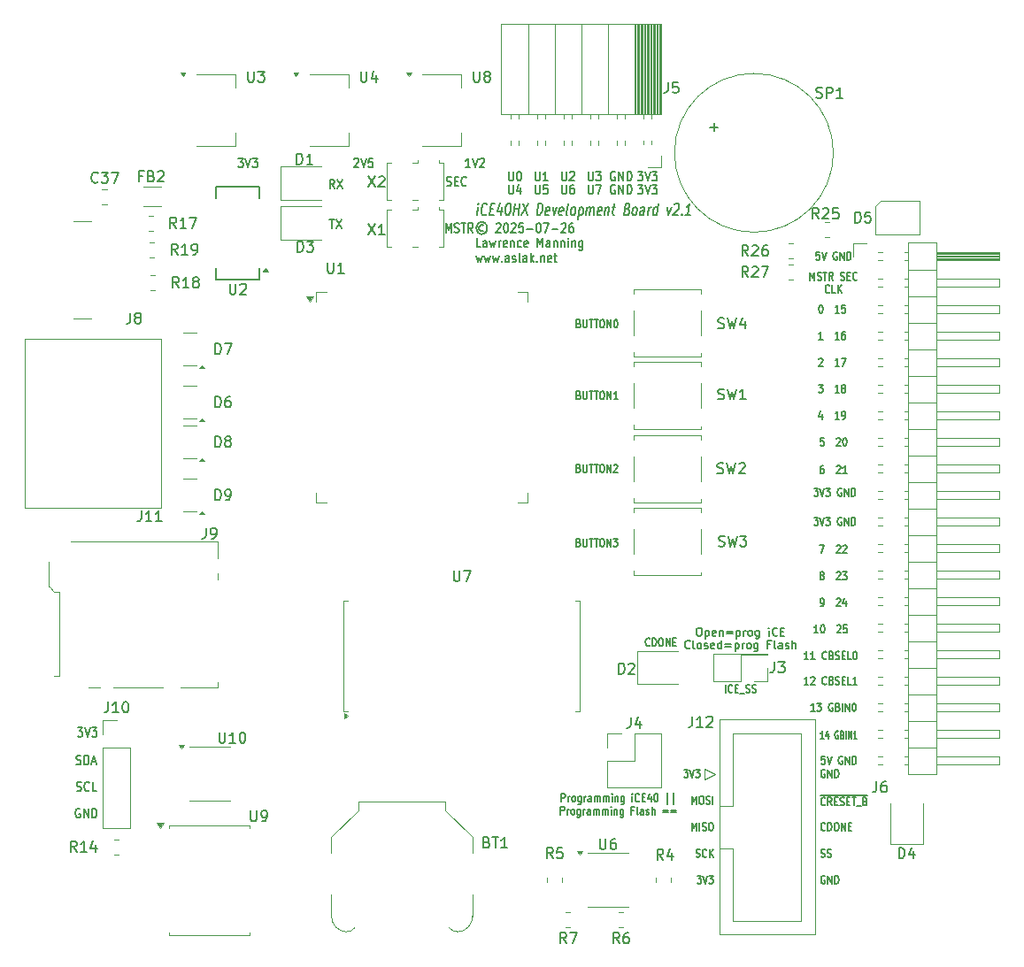
<source format=gbr>
%TF.GenerationSoftware,KiCad,Pcbnew,9.0.2+1*%
%TF.CreationDate,2025-07-26T23:48:39+01:00*%
%TF.ProjectId,ICE40HXDevBoard,49434534-3048-4584-9465-76426f617264,rev?*%
%TF.SameCoordinates,Original*%
%TF.FileFunction,Legend,Top*%
%TF.FilePolarity,Positive*%
%FSLAX46Y46*%
G04 Gerber Fmt 4.6, Leading zero omitted, Abs format (unit mm)*
G04 Created by KiCad (PCBNEW 9.0.2+1) date 2025-07-26 23:48:39*
%MOMM*%
%LPD*%
G01*
G04 APERTURE LIST*
%ADD10C,0.127000*%
%ADD11C,0.177800*%
%ADD12C,0.190500*%
%ADD13C,0.150000*%
%ADD14C,0.120000*%
G04 APERTURE END LIST*
D10*
X228019428Y-83377998D02*
X227946857Y-83335665D01*
X227946857Y-83335665D02*
X227837999Y-83335665D01*
X227837999Y-83335665D02*
X227729142Y-83377998D01*
X227729142Y-83377998D02*
X227656571Y-83462665D01*
X227656571Y-83462665D02*
X227620285Y-83547332D01*
X227620285Y-83547332D02*
X227583999Y-83716665D01*
X227583999Y-83716665D02*
X227583999Y-83843665D01*
X227583999Y-83843665D02*
X227620285Y-84012998D01*
X227620285Y-84012998D02*
X227656571Y-84097665D01*
X227656571Y-84097665D02*
X227729142Y-84182332D01*
X227729142Y-84182332D02*
X227837999Y-84224665D01*
X227837999Y-84224665D02*
X227910571Y-84224665D01*
X227910571Y-84224665D02*
X228019428Y-84182332D01*
X228019428Y-84182332D02*
X228055714Y-84139998D01*
X228055714Y-84139998D02*
X228055714Y-83843665D01*
X228055714Y-83843665D02*
X227910571Y-83843665D01*
X228382285Y-84224665D02*
X228382285Y-83335665D01*
X228382285Y-83335665D02*
X228817714Y-84224665D01*
X228817714Y-84224665D02*
X228817714Y-83335665D01*
X229180571Y-84224665D02*
X229180571Y-83335665D01*
X229180571Y-83335665D02*
X229362000Y-83335665D01*
X229362000Y-83335665D02*
X229470857Y-83377998D01*
X229470857Y-83377998D02*
X229543428Y-83462665D01*
X229543428Y-83462665D02*
X229579714Y-83547332D01*
X229579714Y-83547332D02*
X229616000Y-83716665D01*
X229616000Y-83716665D02*
X229616000Y-83843665D01*
X229616000Y-83843665D02*
X229579714Y-84012998D01*
X229579714Y-84012998D02*
X229543428Y-84097665D01*
X229543428Y-84097665D02*
X229470857Y-84182332D01*
X229470857Y-84182332D02*
X229362000Y-84224665D01*
X229362000Y-84224665D02*
X229180571Y-84224665D01*
X217859428Y-83335665D02*
X217859428Y-84055332D01*
X217859428Y-84055332D02*
X217895714Y-84139998D01*
X217895714Y-84139998D02*
X217932000Y-84182332D01*
X217932000Y-84182332D02*
X218004571Y-84224665D01*
X218004571Y-84224665D02*
X218149714Y-84224665D01*
X218149714Y-84224665D02*
X218222285Y-84182332D01*
X218222285Y-84182332D02*
X218258571Y-84139998D01*
X218258571Y-84139998D02*
X218294857Y-84055332D01*
X218294857Y-84055332D02*
X218294857Y-83335665D01*
X218984286Y-83631998D02*
X218984286Y-84224665D01*
X218802857Y-83293332D02*
X218621428Y-83928332D01*
X218621428Y-83928332D02*
X219093143Y-83928332D01*
X247727504Y-147629626D02*
X247818218Y-147665911D01*
X247818218Y-147665911D02*
X247969409Y-147665911D01*
X247969409Y-147665911D02*
X248029885Y-147629626D01*
X248029885Y-147629626D02*
X248060123Y-147593340D01*
X248060123Y-147593340D02*
X248090361Y-147520768D01*
X248090361Y-147520768D02*
X248090361Y-147448197D01*
X248090361Y-147448197D02*
X248060123Y-147375626D01*
X248060123Y-147375626D02*
X248029885Y-147339340D01*
X248029885Y-147339340D02*
X247969409Y-147303054D01*
X247969409Y-147303054D02*
X247848456Y-147266768D01*
X247848456Y-147266768D02*
X247787980Y-147230483D01*
X247787980Y-147230483D02*
X247757742Y-147194197D01*
X247757742Y-147194197D02*
X247727504Y-147121626D01*
X247727504Y-147121626D02*
X247727504Y-147049054D01*
X247727504Y-147049054D02*
X247757742Y-146976483D01*
X247757742Y-146976483D02*
X247787980Y-146940197D01*
X247787980Y-146940197D02*
X247848456Y-146903911D01*
X247848456Y-146903911D02*
X247999647Y-146903911D01*
X247999647Y-146903911D02*
X248090361Y-146940197D01*
X248332266Y-147629626D02*
X248422980Y-147665911D01*
X248422980Y-147665911D02*
X248574171Y-147665911D01*
X248574171Y-147665911D02*
X248634647Y-147629626D01*
X248634647Y-147629626D02*
X248664885Y-147593340D01*
X248664885Y-147593340D02*
X248695123Y-147520768D01*
X248695123Y-147520768D02*
X248695123Y-147448197D01*
X248695123Y-147448197D02*
X248664885Y-147375626D01*
X248664885Y-147375626D02*
X248634647Y-147339340D01*
X248634647Y-147339340D02*
X248574171Y-147303054D01*
X248574171Y-147303054D02*
X248453218Y-147266768D01*
X248453218Y-147266768D02*
X248392742Y-147230483D01*
X248392742Y-147230483D02*
X248362504Y-147194197D01*
X248362504Y-147194197D02*
X248332266Y-147121626D01*
X248332266Y-147121626D02*
X248332266Y-147049054D01*
X248332266Y-147049054D02*
X248362504Y-146976483D01*
X248362504Y-146976483D02*
X248392742Y-146940197D01*
X248392742Y-146940197D02*
X248453218Y-146903911D01*
X248453218Y-146903911D02*
X248604409Y-146903911D01*
X248604409Y-146903911D02*
X248695123Y-146940197D01*
X230196572Y-82065665D02*
X230668286Y-82065665D01*
X230668286Y-82065665D02*
X230414286Y-82404332D01*
X230414286Y-82404332D02*
X230523143Y-82404332D01*
X230523143Y-82404332D02*
X230595715Y-82446665D01*
X230595715Y-82446665D02*
X230632000Y-82488998D01*
X230632000Y-82488998D02*
X230668286Y-82573665D01*
X230668286Y-82573665D02*
X230668286Y-82785332D01*
X230668286Y-82785332D02*
X230632000Y-82869998D01*
X230632000Y-82869998D02*
X230595715Y-82912332D01*
X230595715Y-82912332D02*
X230523143Y-82954665D01*
X230523143Y-82954665D02*
X230305429Y-82954665D01*
X230305429Y-82954665D02*
X230232857Y-82912332D01*
X230232857Y-82912332D02*
X230196572Y-82869998D01*
X230886000Y-82065665D02*
X231140000Y-82954665D01*
X231140000Y-82954665D02*
X231394000Y-82065665D01*
X231575429Y-82065665D02*
X232047143Y-82065665D01*
X232047143Y-82065665D02*
X231793143Y-82404332D01*
X231793143Y-82404332D02*
X231902000Y-82404332D01*
X231902000Y-82404332D02*
X231974572Y-82446665D01*
X231974572Y-82446665D02*
X232010857Y-82488998D01*
X232010857Y-82488998D02*
X232047143Y-82573665D01*
X232047143Y-82573665D02*
X232047143Y-82785332D01*
X232047143Y-82785332D02*
X232010857Y-82869998D01*
X232010857Y-82869998D02*
X231974572Y-82912332D01*
X231974572Y-82912332D02*
X231902000Y-82954665D01*
X231902000Y-82954665D02*
X231684286Y-82954665D01*
X231684286Y-82954665D02*
X231611714Y-82912332D01*
X231611714Y-82912332D02*
X231575429Y-82869998D01*
X235870352Y-149443911D02*
X236263447Y-149443911D01*
X236263447Y-149443911D02*
X236051780Y-149734197D01*
X236051780Y-149734197D02*
X236142495Y-149734197D01*
X236142495Y-149734197D02*
X236202971Y-149770483D01*
X236202971Y-149770483D02*
X236233209Y-149806768D01*
X236233209Y-149806768D02*
X236263447Y-149879340D01*
X236263447Y-149879340D02*
X236263447Y-150060768D01*
X236263447Y-150060768D02*
X236233209Y-150133340D01*
X236233209Y-150133340D02*
X236202971Y-150169626D01*
X236202971Y-150169626D02*
X236142495Y-150205911D01*
X236142495Y-150205911D02*
X235961066Y-150205911D01*
X235961066Y-150205911D02*
X235900590Y-150169626D01*
X235900590Y-150169626D02*
X235870352Y-150133340D01*
X236444876Y-149443911D02*
X236656542Y-150205911D01*
X236656542Y-150205911D02*
X236868209Y-149443911D01*
X237019400Y-149443911D02*
X237412495Y-149443911D01*
X237412495Y-149443911D02*
X237200828Y-149734197D01*
X237200828Y-149734197D02*
X237291543Y-149734197D01*
X237291543Y-149734197D02*
X237352019Y-149770483D01*
X237352019Y-149770483D02*
X237382257Y-149806768D01*
X237382257Y-149806768D02*
X237412495Y-149879340D01*
X237412495Y-149879340D02*
X237412495Y-150060768D01*
X237412495Y-150060768D02*
X237382257Y-150133340D01*
X237382257Y-150133340D02*
X237352019Y-150169626D01*
X237352019Y-150169626D02*
X237291543Y-150205911D01*
X237291543Y-150205911D02*
X237110114Y-150205911D01*
X237110114Y-150205911D02*
X237049638Y-150169626D01*
X237049638Y-150169626D02*
X237019400Y-150133340D01*
X222939428Y-82065665D02*
X222939428Y-82785332D01*
X222939428Y-82785332D02*
X222975714Y-82869998D01*
X222975714Y-82869998D02*
X223012000Y-82912332D01*
X223012000Y-82912332D02*
X223084571Y-82954665D01*
X223084571Y-82954665D02*
X223229714Y-82954665D01*
X223229714Y-82954665D02*
X223302285Y-82912332D01*
X223302285Y-82912332D02*
X223338571Y-82869998D01*
X223338571Y-82869998D02*
X223374857Y-82785332D01*
X223374857Y-82785332D02*
X223374857Y-82065665D01*
X223701428Y-82150332D02*
X223737714Y-82107998D01*
X223737714Y-82107998D02*
X223810286Y-82065665D01*
X223810286Y-82065665D02*
X223991714Y-82065665D01*
X223991714Y-82065665D02*
X224064286Y-82107998D01*
X224064286Y-82107998D02*
X224100571Y-82150332D01*
X224100571Y-82150332D02*
X224136857Y-82234998D01*
X224136857Y-82234998D02*
X224136857Y-82319665D01*
X224136857Y-82319665D02*
X224100571Y-82446665D01*
X224100571Y-82446665D02*
X223665143Y-82954665D01*
X223665143Y-82954665D02*
X224136857Y-82954665D01*
X235779638Y-147629626D02*
X235870352Y-147665911D01*
X235870352Y-147665911D02*
X236021543Y-147665911D01*
X236021543Y-147665911D02*
X236082019Y-147629626D01*
X236082019Y-147629626D02*
X236112257Y-147593340D01*
X236112257Y-147593340D02*
X236142495Y-147520768D01*
X236142495Y-147520768D02*
X236142495Y-147448197D01*
X236142495Y-147448197D02*
X236112257Y-147375626D01*
X236112257Y-147375626D02*
X236082019Y-147339340D01*
X236082019Y-147339340D02*
X236021543Y-147303054D01*
X236021543Y-147303054D02*
X235900590Y-147266768D01*
X235900590Y-147266768D02*
X235840114Y-147230483D01*
X235840114Y-147230483D02*
X235809876Y-147194197D01*
X235809876Y-147194197D02*
X235779638Y-147121626D01*
X235779638Y-147121626D02*
X235779638Y-147049054D01*
X235779638Y-147049054D02*
X235809876Y-146976483D01*
X235809876Y-146976483D02*
X235840114Y-146940197D01*
X235840114Y-146940197D02*
X235900590Y-146903911D01*
X235900590Y-146903911D02*
X236051781Y-146903911D01*
X236051781Y-146903911D02*
X236142495Y-146940197D01*
X236777495Y-147593340D02*
X236747257Y-147629626D01*
X236747257Y-147629626D02*
X236656543Y-147665911D01*
X236656543Y-147665911D02*
X236596067Y-147665911D01*
X236596067Y-147665911D02*
X236505352Y-147629626D01*
X236505352Y-147629626D02*
X236444876Y-147557054D01*
X236444876Y-147557054D02*
X236414638Y-147484483D01*
X236414638Y-147484483D02*
X236384400Y-147339340D01*
X236384400Y-147339340D02*
X236384400Y-147230483D01*
X236384400Y-147230483D02*
X236414638Y-147085340D01*
X236414638Y-147085340D02*
X236444876Y-147012768D01*
X236444876Y-147012768D02*
X236505352Y-146940197D01*
X236505352Y-146940197D02*
X236596067Y-146903911D01*
X236596067Y-146903911D02*
X236656543Y-146903911D01*
X236656543Y-146903911D02*
X236747257Y-146940197D01*
X236747257Y-146940197D02*
X236777495Y-146976483D01*
X237049638Y-147665911D02*
X237049638Y-146903911D01*
X237412495Y-147665911D02*
X237140352Y-147230483D01*
X237412495Y-146903911D02*
X237049638Y-147339340D01*
X224549209Y-96593768D02*
X224639923Y-96630054D01*
X224639923Y-96630054D02*
X224670161Y-96666340D01*
X224670161Y-96666340D02*
X224700399Y-96738911D01*
X224700399Y-96738911D02*
X224700399Y-96847768D01*
X224700399Y-96847768D02*
X224670161Y-96920340D01*
X224670161Y-96920340D02*
X224639923Y-96956626D01*
X224639923Y-96956626D02*
X224579447Y-96992911D01*
X224579447Y-96992911D02*
X224337542Y-96992911D01*
X224337542Y-96992911D02*
X224337542Y-96230911D01*
X224337542Y-96230911D02*
X224549209Y-96230911D01*
X224549209Y-96230911D02*
X224609685Y-96267197D01*
X224609685Y-96267197D02*
X224639923Y-96303483D01*
X224639923Y-96303483D02*
X224670161Y-96376054D01*
X224670161Y-96376054D02*
X224670161Y-96448626D01*
X224670161Y-96448626D02*
X224639923Y-96521197D01*
X224639923Y-96521197D02*
X224609685Y-96557483D01*
X224609685Y-96557483D02*
X224549209Y-96593768D01*
X224549209Y-96593768D02*
X224337542Y-96593768D01*
X224972542Y-96230911D02*
X224972542Y-96847768D01*
X224972542Y-96847768D02*
X225002780Y-96920340D01*
X225002780Y-96920340D02*
X225033018Y-96956626D01*
X225033018Y-96956626D02*
X225093494Y-96992911D01*
X225093494Y-96992911D02*
X225214447Y-96992911D01*
X225214447Y-96992911D02*
X225274923Y-96956626D01*
X225274923Y-96956626D02*
X225305161Y-96920340D01*
X225305161Y-96920340D02*
X225335399Y-96847768D01*
X225335399Y-96847768D02*
X225335399Y-96230911D01*
X225547066Y-96230911D02*
X225909923Y-96230911D01*
X225728494Y-96992911D02*
X225728494Y-96230911D01*
X226030876Y-96230911D02*
X226393733Y-96230911D01*
X226212304Y-96992911D02*
X226212304Y-96230911D01*
X226726352Y-96230911D02*
X226847305Y-96230911D01*
X226847305Y-96230911D02*
X226907781Y-96267197D01*
X226907781Y-96267197D02*
X226968257Y-96339768D01*
X226968257Y-96339768D02*
X226998495Y-96484911D01*
X226998495Y-96484911D02*
X226998495Y-96738911D01*
X226998495Y-96738911D02*
X226968257Y-96884054D01*
X226968257Y-96884054D02*
X226907781Y-96956626D01*
X226907781Y-96956626D02*
X226847305Y-96992911D01*
X226847305Y-96992911D02*
X226726352Y-96992911D01*
X226726352Y-96992911D02*
X226665876Y-96956626D01*
X226665876Y-96956626D02*
X226605400Y-96884054D01*
X226605400Y-96884054D02*
X226575162Y-96738911D01*
X226575162Y-96738911D02*
X226575162Y-96484911D01*
X226575162Y-96484911D02*
X226605400Y-96339768D01*
X226605400Y-96339768D02*
X226665876Y-96267197D01*
X226665876Y-96267197D02*
X226726352Y-96230911D01*
X227270638Y-96992911D02*
X227270638Y-96230911D01*
X227270638Y-96230911D02*
X227633495Y-96992911D01*
X227633495Y-96992911D02*
X227633495Y-96230911D01*
X228056828Y-96230911D02*
X228117305Y-96230911D01*
X228117305Y-96230911D02*
X228177781Y-96267197D01*
X228177781Y-96267197D02*
X228208019Y-96303483D01*
X228208019Y-96303483D02*
X228238257Y-96376054D01*
X228238257Y-96376054D02*
X228268495Y-96521197D01*
X228268495Y-96521197D02*
X228268495Y-96702626D01*
X228268495Y-96702626D02*
X228238257Y-96847768D01*
X228238257Y-96847768D02*
X228208019Y-96920340D01*
X228208019Y-96920340D02*
X228177781Y-96956626D01*
X228177781Y-96956626D02*
X228117305Y-96992911D01*
X228117305Y-96992911D02*
X228056828Y-96992911D01*
X228056828Y-96992911D02*
X227996352Y-96956626D01*
X227996352Y-96956626D02*
X227966114Y-96920340D01*
X227966114Y-96920340D02*
X227935876Y-96847768D01*
X227935876Y-96847768D02*
X227905638Y-96702626D01*
X227905638Y-96702626D02*
X227905638Y-96521197D01*
X227905638Y-96521197D02*
X227935876Y-96376054D01*
X227935876Y-96376054D02*
X227966114Y-96303483D01*
X227966114Y-96303483D02*
X227996352Y-96267197D01*
X227996352Y-96267197D02*
X228056828Y-96230911D01*
X248120599Y-145053340D02*
X248090361Y-145089626D01*
X248090361Y-145089626D02*
X247999647Y-145125911D01*
X247999647Y-145125911D02*
X247939171Y-145125911D01*
X247939171Y-145125911D02*
X247848456Y-145089626D01*
X247848456Y-145089626D02*
X247787980Y-145017054D01*
X247787980Y-145017054D02*
X247757742Y-144944483D01*
X247757742Y-144944483D02*
X247727504Y-144799340D01*
X247727504Y-144799340D02*
X247727504Y-144690483D01*
X247727504Y-144690483D02*
X247757742Y-144545340D01*
X247757742Y-144545340D02*
X247787980Y-144472768D01*
X247787980Y-144472768D02*
X247848456Y-144400197D01*
X247848456Y-144400197D02*
X247939171Y-144363911D01*
X247939171Y-144363911D02*
X247999647Y-144363911D01*
X247999647Y-144363911D02*
X248090361Y-144400197D01*
X248090361Y-144400197D02*
X248120599Y-144436483D01*
X248392742Y-145125911D02*
X248392742Y-144363911D01*
X248392742Y-144363911D02*
X248543932Y-144363911D01*
X248543932Y-144363911D02*
X248634647Y-144400197D01*
X248634647Y-144400197D02*
X248695123Y-144472768D01*
X248695123Y-144472768D02*
X248725361Y-144545340D01*
X248725361Y-144545340D02*
X248755599Y-144690483D01*
X248755599Y-144690483D02*
X248755599Y-144799340D01*
X248755599Y-144799340D02*
X248725361Y-144944483D01*
X248725361Y-144944483D02*
X248695123Y-145017054D01*
X248695123Y-145017054D02*
X248634647Y-145089626D01*
X248634647Y-145089626D02*
X248543932Y-145125911D01*
X248543932Y-145125911D02*
X248392742Y-145125911D01*
X249148694Y-144363911D02*
X249269647Y-144363911D01*
X249269647Y-144363911D02*
X249330123Y-144400197D01*
X249330123Y-144400197D02*
X249390599Y-144472768D01*
X249390599Y-144472768D02*
X249420837Y-144617911D01*
X249420837Y-144617911D02*
X249420837Y-144871911D01*
X249420837Y-144871911D02*
X249390599Y-145017054D01*
X249390599Y-145017054D02*
X249330123Y-145089626D01*
X249330123Y-145089626D02*
X249269647Y-145125911D01*
X249269647Y-145125911D02*
X249148694Y-145125911D01*
X249148694Y-145125911D02*
X249088218Y-145089626D01*
X249088218Y-145089626D02*
X249027742Y-145017054D01*
X249027742Y-145017054D02*
X248997504Y-144871911D01*
X248997504Y-144871911D02*
X248997504Y-144617911D01*
X248997504Y-144617911D02*
X249027742Y-144472768D01*
X249027742Y-144472768D02*
X249088218Y-144400197D01*
X249088218Y-144400197D02*
X249148694Y-144363911D01*
X249692980Y-145125911D02*
X249692980Y-144363911D01*
X249692980Y-144363911D02*
X250055837Y-145125911D01*
X250055837Y-145125911D02*
X250055837Y-144363911D01*
X250358218Y-144726768D02*
X250569885Y-144726768D01*
X250660599Y-145125911D02*
X250358218Y-145125911D01*
X250358218Y-145125911D02*
X250358218Y-144363911D01*
X250358218Y-144363911D02*
X250660599Y-144363911D01*
X246697499Y-92442523D02*
X246697499Y-91680523D01*
X246697499Y-91680523D02*
X246909166Y-92224809D01*
X246909166Y-92224809D02*
X247120832Y-91680523D01*
X247120832Y-91680523D02*
X247120832Y-92442523D01*
X247392975Y-92406238D02*
X247483689Y-92442523D01*
X247483689Y-92442523D02*
X247634880Y-92442523D01*
X247634880Y-92442523D02*
X247695356Y-92406238D01*
X247695356Y-92406238D02*
X247725594Y-92369952D01*
X247725594Y-92369952D02*
X247755832Y-92297380D01*
X247755832Y-92297380D02*
X247755832Y-92224809D01*
X247755832Y-92224809D02*
X247725594Y-92152238D01*
X247725594Y-92152238D02*
X247695356Y-92115952D01*
X247695356Y-92115952D02*
X247634880Y-92079666D01*
X247634880Y-92079666D02*
X247513927Y-92043380D01*
X247513927Y-92043380D02*
X247453451Y-92007095D01*
X247453451Y-92007095D02*
X247423213Y-91970809D01*
X247423213Y-91970809D02*
X247392975Y-91898238D01*
X247392975Y-91898238D02*
X247392975Y-91825666D01*
X247392975Y-91825666D02*
X247423213Y-91753095D01*
X247423213Y-91753095D02*
X247453451Y-91716809D01*
X247453451Y-91716809D02*
X247513927Y-91680523D01*
X247513927Y-91680523D02*
X247665118Y-91680523D01*
X247665118Y-91680523D02*
X247755832Y-91716809D01*
X247937261Y-91680523D02*
X248300118Y-91680523D01*
X248118689Y-92442523D02*
X248118689Y-91680523D01*
X248874642Y-92442523D02*
X248662975Y-92079666D01*
X248511785Y-92442523D02*
X248511785Y-91680523D01*
X248511785Y-91680523D02*
X248753690Y-91680523D01*
X248753690Y-91680523D02*
X248814166Y-91716809D01*
X248814166Y-91716809D02*
X248844404Y-91753095D01*
X248844404Y-91753095D02*
X248874642Y-91825666D01*
X248874642Y-91825666D02*
X248874642Y-91934523D01*
X248874642Y-91934523D02*
X248844404Y-92007095D01*
X248844404Y-92007095D02*
X248814166Y-92043380D01*
X248814166Y-92043380D02*
X248753690Y-92079666D01*
X248753690Y-92079666D02*
X248511785Y-92079666D01*
X249600357Y-92406238D02*
X249691071Y-92442523D01*
X249691071Y-92442523D02*
X249842262Y-92442523D01*
X249842262Y-92442523D02*
X249902738Y-92406238D01*
X249902738Y-92406238D02*
X249932976Y-92369952D01*
X249932976Y-92369952D02*
X249963214Y-92297380D01*
X249963214Y-92297380D02*
X249963214Y-92224809D01*
X249963214Y-92224809D02*
X249932976Y-92152238D01*
X249932976Y-92152238D02*
X249902738Y-92115952D01*
X249902738Y-92115952D02*
X249842262Y-92079666D01*
X249842262Y-92079666D02*
X249721309Y-92043380D01*
X249721309Y-92043380D02*
X249660833Y-92007095D01*
X249660833Y-92007095D02*
X249630595Y-91970809D01*
X249630595Y-91970809D02*
X249600357Y-91898238D01*
X249600357Y-91898238D02*
X249600357Y-91825666D01*
X249600357Y-91825666D02*
X249630595Y-91753095D01*
X249630595Y-91753095D02*
X249660833Y-91716809D01*
X249660833Y-91716809D02*
X249721309Y-91680523D01*
X249721309Y-91680523D02*
X249872500Y-91680523D01*
X249872500Y-91680523D02*
X249963214Y-91716809D01*
X250235357Y-92043380D02*
X250447024Y-92043380D01*
X250537738Y-92442523D02*
X250235357Y-92442523D01*
X250235357Y-92442523D02*
X250235357Y-91680523D01*
X250235357Y-91680523D02*
X250537738Y-91680523D01*
X251172738Y-92369952D02*
X251142500Y-92406238D01*
X251142500Y-92406238D02*
X251051786Y-92442523D01*
X251051786Y-92442523D02*
X250991310Y-92442523D01*
X250991310Y-92442523D02*
X250900595Y-92406238D01*
X250900595Y-92406238D02*
X250840119Y-92333666D01*
X250840119Y-92333666D02*
X250809881Y-92261095D01*
X250809881Y-92261095D02*
X250779643Y-92115952D01*
X250779643Y-92115952D02*
X250779643Y-92007095D01*
X250779643Y-92007095D02*
X250809881Y-91861952D01*
X250809881Y-91861952D02*
X250840119Y-91789380D01*
X250840119Y-91789380D02*
X250900595Y-91716809D01*
X250900595Y-91716809D02*
X250991310Y-91680523D01*
X250991310Y-91680523D02*
X251051786Y-91680523D01*
X251051786Y-91680523D02*
X251142500Y-91716809D01*
X251142500Y-91716809D02*
X251172738Y-91753095D01*
X248542023Y-93596729D02*
X248511785Y-93633015D01*
X248511785Y-93633015D02*
X248421071Y-93669300D01*
X248421071Y-93669300D02*
X248360595Y-93669300D01*
X248360595Y-93669300D02*
X248269880Y-93633015D01*
X248269880Y-93633015D02*
X248209404Y-93560443D01*
X248209404Y-93560443D02*
X248179166Y-93487872D01*
X248179166Y-93487872D02*
X248148928Y-93342729D01*
X248148928Y-93342729D02*
X248148928Y-93233872D01*
X248148928Y-93233872D02*
X248179166Y-93088729D01*
X248179166Y-93088729D02*
X248209404Y-93016157D01*
X248209404Y-93016157D02*
X248269880Y-92943586D01*
X248269880Y-92943586D02*
X248360595Y-92907300D01*
X248360595Y-92907300D02*
X248421071Y-92907300D01*
X248421071Y-92907300D02*
X248511785Y-92943586D01*
X248511785Y-92943586D02*
X248542023Y-92979872D01*
X249116547Y-93669300D02*
X248814166Y-93669300D01*
X248814166Y-93669300D02*
X248814166Y-92907300D01*
X249328214Y-93669300D02*
X249328214Y-92907300D01*
X249691071Y-93669300D02*
X249418928Y-93233872D01*
X249691071Y-92907300D02*
X249328214Y-93342729D01*
X247051285Y-112359911D02*
X247444380Y-112359911D01*
X247444380Y-112359911D02*
X247232713Y-112650197D01*
X247232713Y-112650197D02*
X247323428Y-112650197D01*
X247323428Y-112650197D02*
X247383904Y-112686483D01*
X247383904Y-112686483D02*
X247414142Y-112722768D01*
X247414142Y-112722768D02*
X247444380Y-112795340D01*
X247444380Y-112795340D02*
X247444380Y-112976768D01*
X247444380Y-112976768D02*
X247414142Y-113049340D01*
X247414142Y-113049340D02*
X247383904Y-113085626D01*
X247383904Y-113085626D02*
X247323428Y-113121911D01*
X247323428Y-113121911D02*
X247141999Y-113121911D01*
X247141999Y-113121911D02*
X247081523Y-113085626D01*
X247081523Y-113085626D02*
X247051285Y-113049340D01*
X247625809Y-112359911D02*
X247837475Y-113121911D01*
X247837475Y-113121911D02*
X248049142Y-112359911D01*
X248200333Y-112359911D02*
X248593428Y-112359911D01*
X248593428Y-112359911D02*
X248381761Y-112650197D01*
X248381761Y-112650197D02*
X248472476Y-112650197D01*
X248472476Y-112650197D02*
X248532952Y-112686483D01*
X248532952Y-112686483D02*
X248563190Y-112722768D01*
X248563190Y-112722768D02*
X248593428Y-112795340D01*
X248593428Y-112795340D02*
X248593428Y-112976768D01*
X248593428Y-112976768D02*
X248563190Y-113049340D01*
X248563190Y-113049340D02*
X248532952Y-113085626D01*
X248532952Y-113085626D02*
X248472476Y-113121911D01*
X248472476Y-113121911D02*
X248291047Y-113121911D01*
X248291047Y-113121911D02*
X248230571Y-113085626D01*
X248230571Y-113085626D02*
X248200333Y-113049340D01*
X249682000Y-112396197D02*
X249621524Y-112359911D01*
X249621524Y-112359911D02*
X249530810Y-112359911D01*
X249530810Y-112359911D02*
X249440095Y-112396197D01*
X249440095Y-112396197D02*
X249379619Y-112468768D01*
X249379619Y-112468768D02*
X249349381Y-112541340D01*
X249349381Y-112541340D02*
X249319143Y-112686483D01*
X249319143Y-112686483D02*
X249319143Y-112795340D01*
X249319143Y-112795340D02*
X249349381Y-112940483D01*
X249349381Y-112940483D02*
X249379619Y-113013054D01*
X249379619Y-113013054D02*
X249440095Y-113085626D01*
X249440095Y-113085626D02*
X249530810Y-113121911D01*
X249530810Y-113121911D02*
X249591286Y-113121911D01*
X249591286Y-113121911D02*
X249682000Y-113085626D01*
X249682000Y-113085626D02*
X249712238Y-113049340D01*
X249712238Y-113049340D02*
X249712238Y-112795340D01*
X249712238Y-112795340D02*
X249591286Y-112795340D01*
X249984381Y-113121911D02*
X249984381Y-112359911D01*
X249984381Y-112359911D02*
X250347238Y-113121911D01*
X250347238Y-113121911D02*
X250347238Y-112359911D01*
X250649619Y-113121911D02*
X250649619Y-112359911D01*
X250649619Y-112359911D02*
X250800809Y-112359911D01*
X250800809Y-112359911D02*
X250891524Y-112396197D01*
X250891524Y-112396197D02*
X250952000Y-112468768D01*
X250952000Y-112468768D02*
X250982238Y-112541340D01*
X250982238Y-112541340D02*
X251012476Y-112686483D01*
X251012476Y-112686483D02*
X251012476Y-112795340D01*
X251012476Y-112795340D02*
X250982238Y-112940483D01*
X250982238Y-112940483D02*
X250952000Y-113013054D01*
X250952000Y-113013054D02*
X250891524Y-113085626D01*
X250891524Y-113085626D02*
X250800809Y-113121911D01*
X250800809Y-113121911D02*
X250649619Y-113121911D01*
X222939428Y-83335665D02*
X222939428Y-84055332D01*
X222939428Y-84055332D02*
X222975714Y-84139998D01*
X222975714Y-84139998D02*
X223012000Y-84182332D01*
X223012000Y-84182332D02*
X223084571Y-84224665D01*
X223084571Y-84224665D02*
X223229714Y-84224665D01*
X223229714Y-84224665D02*
X223302285Y-84182332D01*
X223302285Y-84182332D02*
X223338571Y-84139998D01*
X223338571Y-84139998D02*
X223374857Y-84055332D01*
X223374857Y-84055332D02*
X223374857Y-83335665D01*
X224064286Y-83335665D02*
X223919143Y-83335665D01*
X223919143Y-83335665D02*
X223846571Y-83377998D01*
X223846571Y-83377998D02*
X223810286Y-83420332D01*
X223810286Y-83420332D02*
X223737714Y-83547332D01*
X223737714Y-83547332D02*
X223701428Y-83716665D01*
X223701428Y-83716665D02*
X223701428Y-84055332D01*
X223701428Y-84055332D02*
X223737714Y-84139998D01*
X223737714Y-84139998D02*
X223774000Y-84182332D01*
X223774000Y-84182332D02*
X223846571Y-84224665D01*
X223846571Y-84224665D02*
X223991714Y-84224665D01*
X223991714Y-84224665D02*
X224064286Y-84182332D01*
X224064286Y-84182332D02*
X224100571Y-84139998D01*
X224100571Y-84139998D02*
X224136857Y-84055332D01*
X224136857Y-84055332D02*
X224136857Y-83843665D01*
X224136857Y-83843665D02*
X224100571Y-83758998D01*
X224100571Y-83758998D02*
X224064286Y-83716665D01*
X224064286Y-83716665D02*
X223991714Y-83674332D01*
X223991714Y-83674332D02*
X223846571Y-83674332D01*
X223846571Y-83674332D02*
X223774000Y-83716665D01*
X223774000Y-83716665D02*
X223737714Y-83758998D01*
X223737714Y-83758998D02*
X223701428Y-83843665D01*
X247674189Y-94833911D02*
X247734666Y-94833911D01*
X247734666Y-94833911D02*
X247795142Y-94870197D01*
X247795142Y-94870197D02*
X247825380Y-94906483D01*
X247825380Y-94906483D02*
X247855618Y-94979054D01*
X247855618Y-94979054D02*
X247885856Y-95124197D01*
X247885856Y-95124197D02*
X247885856Y-95305626D01*
X247885856Y-95305626D02*
X247855618Y-95450768D01*
X247855618Y-95450768D02*
X247825380Y-95523340D01*
X247825380Y-95523340D02*
X247795142Y-95559626D01*
X247795142Y-95559626D02*
X247734666Y-95595911D01*
X247734666Y-95595911D02*
X247674189Y-95595911D01*
X247674189Y-95595911D02*
X247613713Y-95559626D01*
X247613713Y-95559626D02*
X247583475Y-95523340D01*
X247583475Y-95523340D02*
X247553237Y-95450768D01*
X247553237Y-95450768D02*
X247522999Y-95305626D01*
X247522999Y-95305626D02*
X247522999Y-95124197D01*
X247522999Y-95124197D02*
X247553237Y-94979054D01*
X247553237Y-94979054D02*
X247583475Y-94906483D01*
X247583475Y-94906483D02*
X247613713Y-94870197D01*
X247613713Y-94870197D02*
X247674189Y-94833911D01*
X249458238Y-95595911D02*
X249095381Y-95595911D01*
X249276809Y-95595911D02*
X249276809Y-94833911D01*
X249276809Y-94833911D02*
X249216333Y-94942768D01*
X249216333Y-94942768D02*
X249155857Y-95015340D01*
X249155857Y-95015340D02*
X249095381Y-95051626D01*
X250032762Y-94833911D02*
X249730381Y-94833911D01*
X249730381Y-94833911D02*
X249700143Y-95196768D01*
X249700143Y-95196768D02*
X249730381Y-95160483D01*
X249730381Y-95160483D02*
X249790857Y-95124197D01*
X249790857Y-95124197D02*
X249942048Y-95124197D01*
X249942048Y-95124197D02*
X250002524Y-95160483D01*
X250002524Y-95160483D02*
X250032762Y-95196768D01*
X250032762Y-95196768D02*
X250063000Y-95269340D01*
X250063000Y-95269340D02*
X250063000Y-95450768D01*
X250063000Y-95450768D02*
X250032762Y-95523340D01*
X250032762Y-95523340D02*
X250002524Y-95559626D01*
X250002524Y-95559626D02*
X249942048Y-95595911D01*
X249942048Y-95595911D02*
X249790857Y-95595911D01*
X249790857Y-95595911D02*
X249730381Y-95559626D01*
X249730381Y-95559626D02*
X249700143Y-95523340D01*
X248097523Y-138013911D02*
X247795142Y-138013911D01*
X247795142Y-138013911D02*
X247764904Y-138376768D01*
X247764904Y-138376768D02*
X247795142Y-138340483D01*
X247795142Y-138340483D02*
X247855618Y-138304197D01*
X247855618Y-138304197D02*
X248006809Y-138304197D01*
X248006809Y-138304197D02*
X248067285Y-138340483D01*
X248067285Y-138340483D02*
X248097523Y-138376768D01*
X248097523Y-138376768D02*
X248127761Y-138449340D01*
X248127761Y-138449340D02*
X248127761Y-138630768D01*
X248127761Y-138630768D02*
X248097523Y-138703340D01*
X248097523Y-138703340D02*
X248067285Y-138739626D01*
X248067285Y-138739626D02*
X248006809Y-138775911D01*
X248006809Y-138775911D02*
X247855618Y-138775911D01*
X247855618Y-138775911D02*
X247795142Y-138739626D01*
X247795142Y-138739626D02*
X247764904Y-138703340D01*
X248309190Y-138013911D02*
X248520856Y-138775911D01*
X248520856Y-138775911D02*
X248732523Y-138013911D01*
X249760619Y-138050197D02*
X249700143Y-138013911D01*
X249700143Y-138013911D02*
X249609429Y-138013911D01*
X249609429Y-138013911D02*
X249518714Y-138050197D01*
X249518714Y-138050197D02*
X249458238Y-138122768D01*
X249458238Y-138122768D02*
X249428000Y-138195340D01*
X249428000Y-138195340D02*
X249397762Y-138340483D01*
X249397762Y-138340483D02*
X249397762Y-138449340D01*
X249397762Y-138449340D02*
X249428000Y-138594483D01*
X249428000Y-138594483D02*
X249458238Y-138667054D01*
X249458238Y-138667054D02*
X249518714Y-138739626D01*
X249518714Y-138739626D02*
X249609429Y-138775911D01*
X249609429Y-138775911D02*
X249669905Y-138775911D01*
X249669905Y-138775911D02*
X249760619Y-138739626D01*
X249760619Y-138739626D02*
X249790857Y-138703340D01*
X249790857Y-138703340D02*
X249790857Y-138449340D01*
X249790857Y-138449340D02*
X249669905Y-138449340D01*
X250063000Y-138775911D02*
X250063000Y-138013911D01*
X250063000Y-138013911D02*
X250425857Y-138775911D01*
X250425857Y-138775911D02*
X250425857Y-138013911D01*
X250728238Y-138775911D02*
X250728238Y-138013911D01*
X250728238Y-138013911D02*
X250879428Y-138013911D01*
X250879428Y-138013911D02*
X250970143Y-138050197D01*
X250970143Y-138050197D02*
X251030619Y-138122768D01*
X251030619Y-138122768D02*
X251060857Y-138195340D01*
X251060857Y-138195340D02*
X251091095Y-138340483D01*
X251091095Y-138340483D02*
X251091095Y-138449340D01*
X251091095Y-138449340D02*
X251060857Y-138594483D01*
X251060857Y-138594483D02*
X251030619Y-138667054D01*
X251030619Y-138667054D02*
X250970143Y-138739626D01*
X250970143Y-138739626D02*
X250879428Y-138775911D01*
X250879428Y-138775911D02*
X250728238Y-138775911D01*
X247456475Y-126202911D02*
X247093618Y-126202911D01*
X247275046Y-126202911D02*
X247275046Y-125440911D01*
X247275046Y-125440911D02*
X247214570Y-125549768D01*
X247214570Y-125549768D02*
X247154094Y-125622340D01*
X247154094Y-125622340D02*
X247093618Y-125658626D01*
X247849570Y-125440911D02*
X247910047Y-125440911D01*
X247910047Y-125440911D02*
X247970523Y-125477197D01*
X247970523Y-125477197D02*
X248000761Y-125513483D01*
X248000761Y-125513483D02*
X248030999Y-125586054D01*
X248030999Y-125586054D02*
X248061237Y-125731197D01*
X248061237Y-125731197D02*
X248061237Y-125912626D01*
X248061237Y-125912626D02*
X248030999Y-126057768D01*
X248030999Y-126057768D02*
X248000761Y-126130340D01*
X248000761Y-126130340D02*
X247970523Y-126166626D01*
X247970523Y-126166626D02*
X247910047Y-126202911D01*
X247910047Y-126202911D02*
X247849570Y-126202911D01*
X247849570Y-126202911D02*
X247789094Y-126166626D01*
X247789094Y-126166626D02*
X247758856Y-126130340D01*
X247758856Y-126130340D02*
X247728618Y-126057768D01*
X247728618Y-126057768D02*
X247698380Y-125912626D01*
X247698380Y-125912626D02*
X247698380Y-125731197D01*
X247698380Y-125731197D02*
X247728618Y-125586054D01*
X247728618Y-125586054D02*
X247758856Y-125513483D01*
X247758856Y-125513483D02*
X247789094Y-125477197D01*
X247789094Y-125477197D02*
X247849570Y-125440911D01*
X249270762Y-125513483D02*
X249301000Y-125477197D01*
X249301000Y-125477197D02*
X249361476Y-125440911D01*
X249361476Y-125440911D02*
X249512667Y-125440911D01*
X249512667Y-125440911D02*
X249573143Y-125477197D01*
X249573143Y-125477197D02*
X249603381Y-125513483D01*
X249603381Y-125513483D02*
X249633619Y-125586054D01*
X249633619Y-125586054D02*
X249633619Y-125658626D01*
X249633619Y-125658626D02*
X249603381Y-125767483D01*
X249603381Y-125767483D02*
X249240524Y-126202911D01*
X249240524Y-126202911D02*
X249633619Y-126202911D01*
X250208143Y-125440911D02*
X249905762Y-125440911D01*
X249905762Y-125440911D02*
X249875524Y-125803768D01*
X249875524Y-125803768D02*
X249905762Y-125767483D01*
X249905762Y-125767483D02*
X249966238Y-125731197D01*
X249966238Y-125731197D02*
X250117429Y-125731197D01*
X250117429Y-125731197D02*
X250177905Y-125767483D01*
X250177905Y-125767483D02*
X250208143Y-125803768D01*
X250208143Y-125803768D02*
X250238381Y-125876340D01*
X250238381Y-125876340D02*
X250238381Y-126057768D01*
X250238381Y-126057768D02*
X250208143Y-126130340D01*
X250208143Y-126130340D02*
X250177905Y-126166626D01*
X250177905Y-126166626D02*
X250117429Y-126202911D01*
X250117429Y-126202911D02*
X249966238Y-126202911D01*
X249966238Y-126202911D02*
X249905762Y-126166626D01*
X249905762Y-126166626D02*
X249875524Y-126130340D01*
X176511857Y-141332332D02*
X176620715Y-141374665D01*
X176620715Y-141374665D02*
X176802143Y-141374665D01*
X176802143Y-141374665D02*
X176874715Y-141332332D01*
X176874715Y-141332332D02*
X176911000Y-141289998D01*
X176911000Y-141289998D02*
X176947286Y-141205332D01*
X176947286Y-141205332D02*
X176947286Y-141120665D01*
X176947286Y-141120665D02*
X176911000Y-141035998D01*
X176911000Y-141035998D02*
X176874715Y-140993665D01*
X176874715Y-140993665D02*
X176802143Y-140951332D01*
X176802143Y-140951332D02*
X176657000Y-140908998D01*
X176657000Y-140908998D02*
X176584429Y-140866665D01*
X176584429Y-140866665D02*
X176548143Y-140824332D01*
X176548143Y-140824332D02*
X176511857Y-140739665D01*
X176511857Y-140739665D02*
X176511857Y-140654998D01*
X176511857Y-140654998D02*
X176548143Y-140570332D01*
X176548143Y-140570332D02*
X176584429Y-140527998D01*
X176584429Y-140527998D02*
X176657000Y-140485665D01*
X176657000Y-140485665D02*
X176838429Y-140485665D01*
X176838429Y-140485665D02*
X176947286Y-140527998D01*
X177709286Y-141289998D02*
X177673000Y-141332332D01*
X177673000Y-141332332D02*
X177564143Y-141374665D01*
X177564143Y-141374665D02*
X177491571Y-141374665D01*
X177491571Y-141374665D02*
X177382714Y-141332332D01*
X177382714Y-141332332D02*
X177310143Y-141247665D01*
X177310143Y-141247665D02*
X177273857Y-141162998D01*
X177273857Y-141162998D02*
X177237571Y-140993665D01*
X177237571Y-140993665D02*
X177237571Y-140866665D01*
X177237571Y-140866665D02*
X177273857Y-140697332D01*
X177273857Y-140697332D02*
X177310143Y-140612665D01*
X177310143Y-140612665D02*
X177382714Y-140527998D01*
X177382714Y-140527998D02*
X177491571Y-140485665D01*
X177491571Y-140485665D02*
X177564143Y-140485665D01*
X177564143Y-140485665D02*
X177673000Y-140527998D01*
X177673000Y-140527998D02*
X177709286Y-140570332D01*
X178398714Y-141374665D02*
X178035857Y-141374665D01*
X178035857Y-141374665D02*
X178035857Y-140485665D01*
X220399428Y-82065665D02*
X220399428Y-82785332D01*
X220399428Y-82785332D02*
X220435714Y-82869998D01*
X220435714Y-82869998D02*
X220472000Y-82912332D01*
X220472000Y-82912332D02*
X220544571Y-82954665D01*
X220544571Y-82954665D02*
X220689714Y-82954665D01*
X220689714Y-82954665D02*
X220762285Y-82912332D01*
X220762285Y-82912332D02*
X220798571Y-82869998D01*
X220798571Y-82869998D02*
X220834857Y-82785332D01*
X220834857Y-82785332D02*
X220834857Y-82065665D01*
X221596857Y-82954665D02*
X221161428Y-82954665D01*
X221379143Y-82954665D02*
X221379143Y-82065665D01*
X221379143Y-82065665D02*
X221306571Y-82192665D01*
X221306571Y-82192665D02*
X221234000Y-82277332D01*
X221234000Y-82277332D02*
X221161428Y-82319665D01*
X225479428Y-83335665D02*
X225479428Y-84055332D01*
X225479428Y-84055332D02*
X225515714Y-84139998D01*
X225515714Y-84139998D02*
X225552000Y-84182332D01*
X225552000Y-84182332D02*
X225624571Y-84224665D01*
X225624571Y-84224665D02*
X225769714Y-84224665D01*
X225769714Y-84224665D02*
X225842285Y-84182332D01*
X225842285Y-84182332D02*
X225878571Y-84139998D01*
X225878571Y-84139998D02*
X225914857Y-84055332D01*
X225914857Y-84055332D02*
X225914857Y-83335665D01*
X226205143Y-83335665D02*
X226713143Y-83335665D01*
X226713143Y-83335665D02*
X226386571Y-84224665D01*
X200714429Y-86637665D02*
X201149858Y-86637665D01*
X200932143Y-87526665D02*
X200932143Y-86637665D01*
X201331286Y-86637665D02*
X201839286Y-87526665D01*
X201839286Y-86637665D02*
X201331286Y-87526665D01*
X247589523Y-89753911D02*
X247287142Y-89753911D01*
X247287142Y-89753911D02*
X247256904Y-90116768D01*
X247256904Y-90116768D02*
X247287142Y-90080483D01*
X247287142Y-90080483D02*
X247347618Y-90044197D01*
X247347618Y-90044197D02*
X247498809Y-90044197D01*
X247498809Y-90044197D02*
X247559285Y-90080483D01*
X247559285Y-90080483D02*
X247589523Y-90116768D01*
X247589523Y-90116768D02*
X247619761Y-90189340D01*
X247619761Y-90189340D02*
X247619761Y-90370768D01*
X247619761Y-90370768D02*
X247589523Y-90443340D01*
X247589523Y-90443340D02*
X247559285Y-90479626D01*
X247559285Y-90479626D02*
X247498809Y-90515911D01*
X247498809Y-90515911D02*
X247347618Y-90515911D01*
X247347618Y-90515911D02*
X247287142Y-90479626D01*
X247287142Y-90479626D02*
X247256904Y-90443340D01*
X247801190Y-89753911D02*
X248012856Y-90515911D01*
X248012856Y-90515911D02*
X248224523Y-89753911D01*
X249252619Y-89790197D02*
X249192143Y-89753911D01*
X249192143Y-89753911D02*
X249101429Y-89753911D01*
X249101429Y-89753911D02*
X249010714Y-89790197D01*
X249010714Y-89790197D02*
X248950238Y-89862768D01*
X248950238Y-89862768D02*
X248920000Y-89935340D01*
X248920000Y-89935340D02*
X248889762Y-90080483D01*
X248889762Y-90080483D02*
X248889762Y-90189340D01*
X248889762Y-90189340D02*
X248920000Y-90334483D01*
X248920000Y-90334483D02*
X248950238Y-90407054D01*
X248950238Y-90407054D02*
X249010714Y-90479626D01*
X249010714Y-90479626D02*
X249101429Y-90515911D01*
X249101429Y-90515911D02*
X249161905Y-90515911D01*
X249161905Y-90515911D02*
X249252619Y-90479626D01*
X249252619Y-90479626D02*
X249282857Y-90443340D01*
X249282857Y-90443340D02*
X249282857Y-90189340D01*
X249282857Y-90189340D02*
X249161905Y-90189340D01*
X249555000Y-90515911D02*
X249555000Y-89753911D01*
X249555000Y-89753911D02*
X249917857Y-90515911D01*
X249917857Y-90515911D02*
X249917857Y-89753911D01*
X250220238Y-90515911D02*
X250220238Y-89753911D01*
X250220238Y-89753911D02*
X250371428Y-89753911D01*
X250371428Y-89753911D02*
X250462143Y-89790197D01*
X250462143Y-89790197D02*
X250522619Y-89862768D01*
X250522619Y-89862768D02*
X250552857Y-89935340D01*
X250552857Y-89935340D02*
X250583095Y-90080483D01*
X250583095Y-90080483D02*
X250583095Y-90189340D01*
X250583095Y-90189340D02*
X250552857Y-90334483D01*
X250552857Y-90334483D02*
X250522619Y-90407054D01*
X250522619Y-90407054D02*
X250462143Y-90479626D01*
X250462143Y-90479626D02*
X250371428Y-90515911D01*
X250371428Y-90515911D02*
X250220238Y-90515911D01*
X247770951Y-120687483D02*
X247710475Y-120651197D01*
X247710475Y-120651197D02*
X247680237Y-120614911D01*
X247680237Y-120614911D02*
X247649999Y-120542340D01*
X247649999Y-120542340D02*
X247649999Y-120506054D01*
X247649999Y-120506054D02*
X247680237Y-120433483D01*
X247680237Y-120433483D02*
X247710475Y-120397197D01*
X247710475Y-120397197D02*
X247770951Y-120360911D01*
X247770951Y-120360911D02*
X247891904Y-120360911D01*
X247891904Y-120360911D02*
X247952380Y-120397197D01*
X247952380Y-120397197D02*
X247982618Y-120433483D01*
X247982618Y-120433483D02*
X248012856Y-120506054D01*
X248012856Y-120506054D02*
X248012856Y-120542340D01*
X248012856Y-120542340D02*
X247982618Y-120614911D01*
X247982618Y-120614911D02*
X247952380Y-120651197D01*
X247952380Y-120651197D02*
X247891904Y-120687483D01*
X247891904Y-120687483D02*
X247770951Y-120687483D01*
X247770951Y-120687483D02*
X247710475Y-120723768D01*
X247710475Y-120723768D02*
X247680237Y-120760054D01*
X247680237Y-120760054D02*
X247649999Y-120832626D01*
X247649999Y-120832626D02*
X247649999Y-120977768D01*
X247649999Y-120977768D02*
X247680237Y-121050340D01*
X247680237Y-121050340D02*
X247710475Y-121086626D01*
X247710475Y-121086626D02*
X247770951Y-121122911D01*
X247770951Y-121122911D02*
X247891904Y-121122911D01*
X247891904Y-121122911D02*
X247952380Y-121086626D01*
X247952380Y-121086626D02*
X247982618Y-121050340D01*
X247982618Y-121050340D02*
X248012856Y-120977768D01*
X248012856Y-120977768D02*
X248012856Y-120832626D01*
X248012856Y-120832626D02*
X247982618Y-120760054D01*
X247982618Y-120760054D02*
X247952380Y-120723768D01*
X247952380Y-120723768D02*
X247891904Y-120687483D01*
X249222381Y-120433483D02*
X249252619Y-120397197D01*
X249252619Y-120397197D02*
X249313095Y-120360911D01*
X249313095Y-120360911D02*
X249464286Y-120360911D01*
X249464286Y-120360911D02*
X249524762Y-120397197D01*
X249524762Y-120397197D02*
X249555000Y-120433483D01*
X249555000Y-120433483D02*
X249585238Y-120506054D01*
X249585238Y-120506054D02*
X249585238Y-120578626D01*
X249585238Y-120578626D02*
X249555000Y-120687483D01*
X249555000Y-120687483D02*
X249192143Y-121122911D01*
X249192143Y-121122911D02*
X249585238Y-121122911D01*
X249796905Y-120360911D02*
X250190000Y-120360911D01*
X250190000Y-120360911D02*
X249978333Y-120651197D01*
X249978333Y-120651197D02*
X250069048Y-120651197D01*
X250069048Y-120651197D02*
X250129524Y-120687483D01*
X250129524Y-120687483D02*
X250159762Y-120723768D01*
X250159762Y-120723768D02*
X250190000Y-120796340D01*
X250190000Y-120796340D02*
X250190000Y-120977768D01*
X250190000Y-120977768D02*
X250159762Y-121050340D01*
X250159762Y-121050340D02*
X250129524Y-121086626D01*
X250129524Y-121086626D02*
X250069048Y-121122911D01*
X250069048Y-121122911D02*
X249887619Y-121122911D01*
X249887619Y-121122911D02*
X249827143Y-121086626D01*
X249827143Y-121086626D02*
X249796905Y-121050340D01*
X246519094Y-131155911D02*
X246156237Y-131155911D01*
X246337665Y-131155911D02*
X246337665Y-130393911D01*
X246337665Y-130393911D02*
X246277189Y-130502768D01*
X246277189Y-130502768D02*
X246216713Y-130575340D01*
X246216713Y-130575340D02*
X246156237Y-130611626D01*
X246760999Y-130466483D02*
X246791237Y-130430197D01*
X246791237Y-130430197D02*
X246851713Y-130393911D01*
X246851713Y-130393911D02*
X247002904Y-130393911D01*
X247002904Y-130393911D02*
X247063380Y-130430197D01*
X247063380Y-130430197D02*
X247093618Y-130466483D01*
X247093618Y-130466483D02*
X247123856Y-130539054D01*
X247123856Y-130539054D02*
X247123856Y-130611626D01*
X247123856Y-130611626D02*
X247093618Y-130720483D01*
X247093618Y-130720483D02*
X246730761Y-131155911D01*
X246730761Y-131155911D02*
X247123856Y-131155911D01*
X248242666Y-131083340D02*
X248212428Y-131119626D01*
X248212428Y-131119626D02*
X248121714Y-131155911D01*
X248121714Y-131155911D02*
X248061238Y-131155911D01*
X248061238Y-131155911D02*
X247970523Y-131119626D01*
X247970523Y-131119626D02*
X247910047Y-131047054D01*
X247910047Y-131047054D02*
X247879809Y-130974483D01*
X247879809Y-130974483D02*
X247849571Y-130829340D01*
X247849571Y-130829340D02*
X247849571Y-130720483D01*
X247849571Y-130720483D02*
X247879809Y-130575340D01*
X247879809Y-130575340D02*
X247910047Y-130502768D01*
X247910047Y-130502768D02*
X247970523Y-130430197D01*
X247970523Y-130430197D02*
X248061238Y-130393911D01*
X248061238Y-130393911D02*
X248121714Y-130393911D01*
X248121714Y-130393911D02*
X248212428Y-130430197D01*
X248212428Y-130430197D02*
X248242666Y-130466483D01*
X248726476Y-130756768D02*
X248817190Y-130793054D01*
X248817190Y-130793054D02*
X248847428Y-130829340D01*
X248847428Y-130829340D02*
X248877666Y-130901911D01*
X248877666Y-130901911D02*
X248877666Y-131010768D01*
X248877666Y-131010768D02*
X248847428Y-131083340D01*
X248847428Y-131083340D02*
X248817190Y-131119626D01*
X248817190Y-131119626D02*
X248756714Y-131155911D01*
X248756714Y-131155911D02*
X248514809Y-131155911D01*
X248514809Y-131155911D02*
X248514809Y-130393911D01*
X248514809Y-130393911D02*
X248726476Y-130393911D01*
X248726476Y-130393911D02*
X248786952Y-130430197D01*
X248786952Y-130430197D02*
X248817190Y-130466483D01*
X248817190Y-130466483D02*
X248847428Y-130539054D01*
X248847428Y-130539054D02*
X248847428Y-130611626D01*
X248847428Y-130611626D02*
X248817190Y-130684197D01*
X248817190Y-130684197D02*
X248786952Y-130720483D01*
X248786952Y-130720483D02*
X248726476Y-130756768D01*
X248726476Y-130756768D02*
X248514809Y-130756768D01*
X249119571Y-131119626D02*
X249210285Y-131155911D01*
X249210285Y-131155911D02*
X249361476Y-131155911D01*
X249361476Y-131155911D02*
X249421952Y-131119626D01*
X249421952Y-131119626D02*
X249452190Y-131083340D01*
X249452190Y-131083340D02*
X249482428Y-131010768D01*
X249482428Y-131010768D02*
X249482428Y-130938197D01*
X249482428Y-130938197D02*
X249452190Y-130865626D01*
X249452190Y-130865626D02*
X249421952Y-130829340D01*
X249421952Y-130829340D02*
X249361476Y-130793054D01*
X249361476Y-130793054D02*
X249240523Y-130756768D01*
X249240523Y-130756768D02*
X249180047Y-130720483D01*
X249180047Y-130720483D02*
X249149809Y-130684197D01*
X249149809Y-130684197D02*
X249119571Y-130611626D01*
X249119571Y-130611626D02*
X249119571Y-130539054D01*
X249119571Y-130539054D02*
X249149809Y-130466483D01*
X249149809Y-130466483D02*
X249180047Y-130430197D01*
X249180047Y-130430197D02*
X249240523Y-130393911D01*
X249240523Y-130393911D02*
X249391714Y-130393911D01*
X249391714Y-130393911D02*
X249482428Y-130430197D01*
X249754571Y-130756768D02*
X249966238Y-130756768D01*
X250056952Y-131155911D02*
X249754571Y-131155911D01*
X249754571Y-131155911D02*
X249754571Y-130393911D01*
X249754571Y-130393911D02*
X250056952Y-130393911D01*
X250631476Y-131155911D02*
X250329095Y-131155911D01*
X250329095Y-131155911D02*
X250329095Y-130393911D01*
X251175762Y-131155911D02*
X250812905Y-131155911D01*
X250994333Y-131155911D02*
X250994333Y-130393911D01*
X250994333Y-130393911D02*
X250933857Y-130502768D01*
X250933857Y-130502768D02*
X250873381Y-130575340D01*
X250873381Y-130575340D02*
X250812905Y-130611626D01*
X247825380Y-105247911D02*
X247825380Y-105755911D01*
X247674189Y-104957626D02*
X247522999Y-105501911D01*
X247522999Y-105501911D02*
X247916094Y-105501911D01*
X249458238Y-105755911D02*
X249095381Y-105755911D01*
X249276809Y-105755911D02*
X249276809Y-104993911D01*
X249276809Y-104993911D02*
X249216333Y-105102768D01*
X249216333Y-105102768D02*
X249155857Y-105175340D01*
X249155857Y-105175340D02*
X249095381Y-105211626D01*
X249760619Y-105755911D02*
X249881571Y-105755911D01*
X249881571Y-105755911D02*
X249942048Y-105719626D01*
X249942048Y-105719626D02*
X249972286Y-105683340D01*
X249972286Y-105683340D02*
X250032762Y-105574483D01*
X250032762Y-105574483D02*
X250063000Y-105429340D01*
X250063000Y-105429340D02*
X250063000Y-105139054D01*
X250063000Y-105139054D02*
X250032762Y-105066483D01*
X250032762Y-105066483D02*
X250002524Y-105030197D01*
X250002524Y-105030197D02*
X249942048Y-104993911D01*
X249942048Y-104993911D02*
X249821095Y-104993911D01*
X249821095Y-104993911D02*
X249760619Y-105030197D01*
X249760619Y-105030197D02*
X249730381Y-105066483D01*
X249730381Y-105066483D02*
X249700143Y-105139054D01*
X249700143Y-105139054D02*
X249700143Y-105320483D01*
X249700143Y-105320483D02*
X249730381Y-105393054D01*
X249730381Y-105393054D02*
X249760619Y-105429340D01*
X249760619Y-105429340D02*
X249821095Y-105465626D01*
X249821095Y-105465626D02*
X249942048Y-105465626D01*
X249942048Y-105465626D02*
X250002524Y-105429340D01*
X250002524Y-105429340D02*
X250032762Y-105393054D01*
X250032762Y-105393054D02*
X250063000Y-105320483D01*
X246519094Y-128742911D02*
X246156237Y-128742911D01*
X246337665Y-128742911D02*
X246337665Y-127980911D01*
X246337665Y-127980911D02*
X246277189Y-128089768D01*
X246277189Y-128089768D02*
X246216713Y-128162340D01*
X246216713Y-128162340D02*
X246156237Y-128198626D01*
X247123856Y-128742911D02*
X246760999Y-128742911D01*
X246942427Y-128742911D02*
X246942427Y-127980911D01*
X246942427Y-127980911D02*
X246881951Y-128089768D01*
X246881951Y-128089768D02*
X246821475Y-128162340D01*
X246821475Y-128162340D02*
X246760999Y-128198626D01*
X248242666Y-128670340D02*
X248212428Y-128706626D01*
X248212428Y-128706626D02*
X248121714Y-128742911D01*
X248121714Y-128742911D02*
X248061238Y-128742911D01*
X248061238Y-128742911D02*
X247970523Y-128706626D01*
X247970523Y-128706626D02*
X247910047Y-128634054D01*
X247910047Y-128634054D02*
X247879809Y-128561483D01*
X247879809Y-128561483D02*
X247849571Y-128416340D01*
X247849571Y-128416340D02*
X247849571Y-128307483D01*
X247849571Y-128307483D02*
X247879809Y-128162340D01*
X247879809Y-128162340D02*
X247910047Y-128089768D01*
X247910047Y-128089768D02*
X247970523Y-128017197D01*
X247970523Y-128017197D02*
X248061238Y-127980911D01*
X248061238Y-127980911D02*
X248121714Y-127980911D01*
X248121714Y-127980911D02*
X248212428Y-128017197D01*
X248212428Y-128017197D02*
X248242666Y-128053483D01*
X248726476Y-128343768D02*
X248817190Y-128380054D01*
X248817190Y-128380054D02*
X248847428Y-128416340D01*
X248847428Y-128416340D02*
X248877666Y-128488911D01*
X248877666Y-128488911D02*
X248877666Y-128597768D01*
X248877666Y-128597768D02*
X248847428Y-128670340D01*
X248847428Y-128670340D02*
X248817190Y-128706626D01*
X248817190Y-128706626D02*
X248756714Y-128742911D01*
X248756714Y-128742911D02*
X248514809Y-128742911D01*
X248514809Y-128742911D02*
X248514809Y-127980911D01*
X248514809Y-127980911D02*
X248726476Y-127980911D01*
X248726476Y-127980911D02*
X248786952Y-128017197D01*
X248786952Y-128017197D02*
X248817190Y-128053483D01*
X248817190Y-128053483D02*
X248847428Y-128126054D01*
X248847428Y-128126054D02*
X248847428Y-128198626D01*
X248847428Y-128198626D02*
X248817190Y-128271197D01*
X248817190Y-128271197D02*
X248786952Y-128307483D01*
X248786952Y-128307483D02*
X248726476Y-128343768D01*
X248726476Y-128343768D02*
X248514809Y-128343768D01*
X249119571Y-128706626D02*
X249210285Y-128742911D01*
X249210285Y-128742911D02*
X249361476Y-128742911D01*
X249361476Y-128742911D02*
X249421952Y-128706626D01*
X249421952Y-128706626D02*
X249452190Y-128670340D01*
X249452190Y-128670340D02*
X249482428Y-128597768D01*
X249482428Y-128597768D02*
X249482428Y-128525197D01*
X249482428Y-128525197D02*
X249452190Y-128452626D01*
X249452190Y-128452626D02*
X249421952Y-128416340D01*
X249421952Y-128416340D02*
X249361476Y-128380054D01*
X249361476Y-128380054D02*
X249240523Y-128343768D01*
X249240523Y-128343768D02*
X249180047Y-128307483D01*
X249180047Y-128307483D02*
X249149809Y-128271197D01*
X249149809Y-128271197D02*
X249119571Y-128198626D01*
X249119571Y-128198626D02*
X249119571Y-128126054D01*
X249119571Y-128126054D02*
X249149809Y-128053483D01*
X249149809Y-128053483D02*
X249180047Y-128017197D01*
X249180047Y-128017197D02*
X249240523Y-127980911D01*
X249240523Y-127980911D02*
X249391714Y-127980911D01*
X249391714Y-127980911D02*
X249482428Y-128017197D01*
X249754571Y-128343768D02*
X249966238Y-128343768D01*
X250056952Y-128742911D02*
X249754571Y-128742911D01*
X249754571Y-128742911D02*
X249754571Y-127980911D01*
X249754571Y-127980911D02*
X250056952Y-127980911D01*
X250631476Y-128742911D02*
X250329095Y-128742911D01*
X250329095Y-128742911D02*
X250329095Y-127980911D01*
X250964095Y-127980911D02*
X251024572Y-127980911D01*
X251024572Y-127980911D02*
X251085048Y-128017197D01*
X251085048Y-128017197D02*
X251115286Y-128053483D01*
X251115286Y-128053483D02*
X251145524Y-128126054D01*
X251145524Y-128126054D02*
X251175762Y-128271197D01*
X251175762Y-128271197D02*
X251175762Y-128452626D01*
X251175762Y-128452626D02*
X251145524Y-128597768D01*
X251145524Y-128597768D02*
X251115286Y-128670340D01*
X251115286Y-128670340D02*
X251085048Y-128706626D01*
X251085048Y-128706626D02*
X251024572Y-128742911D01*
X251024572Y-128742911D02*
X250964095Y-128742911D01*
X250964095Y-128742911D02*
X250903619Y-128706626D01*
X250903619Y-128706626D02*
X250873381Y-128670340D01*
X250873381Y-128670340D02*
X250843143Y-128597768D01*
X250843143Y-128597768D02*
X250812905Y-128452626D01*
X250812905Y-128452626D02*
X250812905Y-128271197D01*
X250812905Y-128271197D02*
X250843143Y-128126054D01*
X250843143Y-128126054D02*
X250873381Y-128053483D01*
X250873381Y-128053483D02*
X250903619Y-128017197D01*
X250903619Y-128017197D02*
X250964095Y-127980911D01*
X236002284Y-125716523D02*
X236147427Y-125716523D01*
X236147427Y-125716523D02*
X236219998Y-125752809D01*
X236219998Y-125752809D02*
X236292570Y-125825380D01*
X236292570Y-125825380D02*
X236328855Y-125970523D01*
X236328855Y-125970523D02*
X236328855Y-126224523D01*
X236328855Y-126224523D02*
X236292570Y-126369666D01*
X236292570Y-126369666D02*
X236219998Y-126442238D01*
X236219998Y-126442238D02*
X236147427Y-126478523D01*
X236147427Y-126478523D02*
X236002284Y-126478523D01*
X236002284Y-126478523D02*
X235929713Y-126442238D01*
X235929713Y-126442238D02*
X235857141Y-126369666D01*
X235857141Y-126369666D02*
X235820855Y-126224523D01*
X235820855Y-126224523D02*
X235820855Y-125970523D01*
X235820855Y-125970523D02*
X235857141Y-125825380D01*
X235857141Y-125825380D02*
X235929713Y-125752809D01*
X235929713Y-125752809D02*
X236002284Y-125716523D01*
X236655427Y-125970523D02*
X236655427Y-126732523D01*
X236655427Y-126006809D02*
X236727999Y-125970523D01*
X236727999Y-125970523D02*
X236873141Y-125970523D01*
X236873141Y-125970523D02*
X236945713Y-126006809D01*
X236945713Y-126006809D02*
X236981999Y-126043095D01*
X236981999Y-126043095D02*
X237018284Y-126115666D01*
X237018284Y-126115666D02*
X237018284Y-126333380D01*
X237018284Y-126333380D02*
X236981999Y-126405952D01*
X236981999Y-126405952D02*
X236945713Y-126442238D01*
X236945713Y-126442238D02*
X236873141Y-126478523D01*
X236873141Y-126478523D02*
X236727999Y-126478523D01*
X236727999Y-126478523D02*
X236655427Y-126442238D01*
X237635142Y-126442238D02*
X237562570Y-126478523D01*
X237562570Y-126478523D02*
X237417428Y-126478523D01*
X237417428Y-126478523D02*
X237344856Y-126442238D01*
X237344856Y-126442238D02*
X237308570Y-126369666D01*
X237308570Y-126369666D02*
X237308570Y-126079380D01*
X237308570Y-126079380D02*
X237344856Y-126006809D01*
X237344856Y-126006809D02*
X237417428Y-125970523D01*
X237417428Y-125970523D02*
X237562570Y-125970523D01*
X237562570Y-125970523D02*
X237635142Y-126006809D01*
X237635142Y-126006809D02*
X237671428Y-126079380D01*
X237671428Y-126079380D02*
X237671428Y-126151952D01*
X237671428Y-126151952D02*
X237308570Y-126224523D01*
X237997999Y-125970523D02*
X237997999Y-126478523D01*
X237997999Y-126043095D02*
X238034285Y-126006809D01*
X238034285Y-126006809D02*
X238106856Y-125970523D01*
X238106856Y-125970523D02*
X238215713Y-125970523D01*
X238215713Y-125970523D02*
X238288285Y-126006809D01*
X238288285Y-126006809D02*
X238324571Y-126079380D01*
X238324571Y-126079380D02*
X238324571Y-126478523D01*
X238687428Y-126079380D02*
X239268000Y-126079380D01*
X239268000Y-126297095D02*
X238687428Y-126297095D01*
X239630857Y-125970523D02*
X239630857Y-126732523D01*
X239630857Y-126006809D02*
X239703429Y-125970523D01*
X239703429Y-125970523D02*
X239848571Y-125970523D01*
X239848571Y-125970523D02*
X239921143Y-126006809D01*
X239921143Y-126006809D02*
X239957429Y-126043095D01*
X239957429Y-126043095D02*
X239993714Y-126115666D01*
X239993714Y-126115666D02*
X239993714Y-126333380D01*
X239993714Y-126333380D02*
X239957429Y-126405952D01*
X239957429Y-126405952D02*
X239921143Y-126442238D01*
X239921143Y-126442238D02*
X239848571Y-126478523D01*
X239848571Y-126478523D02*
X239703429Y-126478523D01*
X239703429Y-126478523D02*
X239630857Y-126442238D01*
X240320286Y-126478523D02*
X240320286Y-125970523D01*
X240320286Y-126115666D02*
X240356572Y-126043095D01*
X240356572Y-126043095D02*
X240392858Y-126006809D01*
X240392858Y-126006809D02*
X240465429Y-125970523D01*
X240465429Y-125970523D02*
X240538000Y-125970523D01*
X240900857Y-126478523D02*
X240828286Y-126442238D01*
X240828286Y-126442238D02*
X240792000Y-126405952D01*
X240792000Y-126405952D02*
X240755714Y-126333380D01*
X240755714Y-126333380D02*
X240755714Y-126115666D01*
X240755714Y-126115666D02*
X240792000Y-126043095D01*
X240792000Y-126043095D02*
X240828286Y-126006809D01*
X240828286Y-126006809D02*
X240900857Y-125970523D01*
X240900857Y-125970523D02*
X241009714Y-125970523D01*
X241009714Y-125970523D02*
X241082286Y-126006809D01*
X241082286Y-126006809D02*
X241118572Y-126043095D01*
X241118572Y-126043095D02*
X241154857Y-126115666D01*
X241154857Y-126115666D02*
X241154857Y-126333380D01*
X241154857Y-126333380D02*
X241118572Y-126405952D01*
X241118572Y-126405952D02*
X241082286Y-126442238D01*
X241082286Y-126442238D02*
X241009714Y-126478523D01*
X241009714Y-126478523D02*
X240900857Y-126478523D01*
X241808001Y-125970523D02*
X241808001Y-126587380D01*
X241808001Y-126587380D02*
X241771715Y-126659952D01*
X241771715Y-126659952D02*
X241735429Y-126696238D01*
X241735429Y-126696238D02*
X241662858Y-126732523D01*
X241662858Y-126732523D02*
X241554001Y-126732523D01*
X241554001Y-126732523D02*
X241481429Y-126696238D01*
X241808001Y-126442238D02*
X241735429Y-126478523D01*
X241735429Y-126478523D02*
X241590286Y-126478523D01*
X241590286Y-126478523D02*
X241517715Y-126442238D01*
X241517715Y-126442238D02*
X241481429Y-126405952D01*
X241481429Y-126405952D02*
X241445143Y-126333380D01*
X241445143Y-126333380D02*
X241445143Y-126115666D01*
X241445143Y-126115666D02*
X241481429Y-126043095D01*
X241481429Y-126043095D02*
X241517715Y-126006809D01*
X241517715Y-126006809D02*
X241590286Y-125970523D01*
X241590286Y-125970523D02*
X241735429Y-125970523D01*
X241735429Y-125970523D02*
X241808001Y-126006809D01*
X242751429Y-126478523D02*
X242751429Y-125970523D01*
X242751429Y-125716523D02*
X242715143Y-125752809D01*
X242715143Y-125752809D02*
X242751429Y-125789095D01*
X242751429Y-125789095D02*
X242787715Y-125752809D01*
X242787715Y-125752809D02*
X242751429Y-125716523D01*
X242751429Y-125716523D02*
X242751429Y-125789095D01*
X243549715Y-126405952D02*
X243513429Y-126442238D01*
X243513429Y-126442238D02*
X243404572Y-126478523D01*
X243404572Y-126478523D02*
X243332000Y-126478523D01*
X243332000Y-126478523D02*
X243223143Y-126442238D01*
X243223143Y-126442238D02*
X243150572Y-126369666D01*
X243150572Y-126369666D02*
X243114286Y-126297095D01*
X243114286Y-126297095D02*
X243078000Y-126151952D01*
X243078000Y-126151952D02*
X243078000Y-126043095D01*
X243078000Y-126043095D02*
X243114286Y-125897952D01*
X243114286Y-125897952D02*
X243150572Y-125825380D01*
X243150572Y-125825380D02*
X243223143Y-125752809D01*
X243223143Y-125752809D02*
X243332000Y-125716523D01*
X243332000Y-125716523D02*
X243404572Y-125716523D01*
X243404572Y-125716523D02*
X243513429Y-125752809D01*
X243513429Y-125752809D02*
X243549715Y-125789095D01*
X243876286Y-126079380D02*
X244130286Y-126079380D01*
X244239143Y-126478523D02*
X243876286Y-126478523D01*
X243876286Y-126478523D02*
X243876286Y-125716523D01*
X243876286Y-125716523D02*
X244239143Y-125716523D01*
X235185856Y-127632729D02*
X235149570Y-127669015D01*
X235149570Y-127669015D02*
X235040713Y-127705300D01*
X235040713Y-127705300D02*
X234968141Y-127705300D01*
X234968141Y-127705300D02*
X234859284Y-127669015D01*
X234859284Y-127669015D02*
X234786713Y-127596443D01*
X234786713Y-127596443D02*
X234750427Y-127523872D01*
X234750427Y-127523872D02*
X234714141Y-127378729D01*
X234714141Y-127378729D02*
X234714141Y-127269872D01*
X234714141Y-127269872D02*
X234750427Y-127124729D01*
X234750427Y-127124729D02*
X234786713Y-127052157D01*
X234786713Y-127052157D02*
X234859284Y-126979586D01*
X234859284Y-126979586D02*
X234968141Y-126943300D01*
X234968141Y-126943300D02*
X235040713Y-126943300D01*
X235040713Y-126943300D02*
X235149570Y-126979586D01*
X235149570Y-126979586D02*
X235185856Y-127015872D01*
X235621284Y-127705300D02*
X235548713Y-127669015D01*
X235548713Y-127669015D02*
X235512427Y-127596443D01*
X235512427Y-127596443D02*
X235512427Y-126943300D01*
X236020427Y-127705300D02*
X235947856Y-127669015D01*
X235947856Y-127669015D02*
X235911570Y-127632729D01*
X235911570Y-127632729D02*
X235875284Y-127560157D01*
X235875284Y-127560157D02*
X235875284Y-127342443D01*
X235875284Y-127342443D02*
X235911570Y-127269872D01*
X235911570Y-127269872D02*
X235947856Y-127233586D01*
X235947856Y-127233586D02*
X236020427Y-127197300D01*
X236020427Y-127197300D02*
X236129284Y-127197300D01*
X236129284Y-127197300D02*
X236201856Y-127233586D01*
X236201856Y-127233586D02*
X236238142Y-127269872D01*
X236238142Y-127269872D02*
X236274427Y-127342443D01*
X236274427Y-127342443D02*
X236274427Y-127560157D01*
X236274427Y-127560157D02*
X236238142Y-127632729D01*
X236238142Y-127632729D02*
X236201856Y-127669015D01*
X236201856Y-127669015D02*
X236129284Y-127705300D01*
X236129284Y-127705300D02*
X236020427Y-127705300D01*
X236564713Y-127669015D02*
X236637285Y-127705300D01*
X236637285Y-127705300D02*
X236782428Y-127705300D01*
X236782428Y-127705300D02*
X236854999Y-127669015D01*
X236854999Y-127669015D02*
X236891285Y-127596443D01*
X236891285Y-127596443D02*
X236891285Y-127560157D01*
X236891285Y-127560157D02*
X236854999Y-127487586D01*
X236854999Y-127487586D02*
X236782428Y-127451300D01*
X236782428Y-127451300D02*
X236673571Y-127451300D01*
X236673571Y-127451300D02*
X236600999Y-127415015D01*
X236600999Y-127415015D02*
X236564713Y-127342443D01*
X236564713Y-127342443D02*
X236564713Y-127306157D01*
X236564713Y-127306157D02*
X236600999Y-127233586D01*
X236600999Y-127233586D02*
X236673571Y-127197300D01*
X236673571Y-127197300D02*
X236782428Y-127197300D01*
X236782428Y-127197300D02*
X236854999Y-127233586D01*
X237508142Y-127669015D02*
X237435570Y-127705300D01*
X237435570Y-127705300D02*
X237290428Y-127705300D01*
X237290428Y-127705300D02*
X237217856Y-127669015D01*
X237217856Y-127669015D02*
X237181570Y-127596443D01*
X237181570Y-127596443D02*
X237181570Y-127306157D01*
X237181570Y-127306157D02*
X237217856Y-127233586D01*
X237217856Y-127233586D02*
X237290428Y-127197300D01*
X237290428Y-127197300D02*
X237435570Y-127197300D01*
X237435570Y-127197300D02*
X237508142Y-127233586D01*
X237508142Y-127233586D02*
X237544428Y-127306157D01*
X237544428Y-127306157D02*
X237544428Y-127378729D01*
X237544428Y-127378729D02*
X237181570Y-127451300D01*
X238197571Y-127705300D02*
X238197571Y-126943300D01*
X238197571Y-127669015D02*
X238124999Y-127705300D01*
X238124999Y-127705300D02*
X237979856Y-127705300D01*
X237979856Y-127705300D02*
X237907285Y-127669015D01*
X237907285Y-127669015D02*
X237870999Y-127632729D01*
X237870999Y-127632729D02*
X237834713Y-127560157D01*
X237834713Y-127560157D02*
X237834713Y-127342443D01*
X237834713Y-127342443D02*
X237870999Y-127269872D01*
X237870999Y-127269872D02*
X237907285Y-127233586D01*
X237907285Y-127233586D02*
X237979856Y-127197300D01*
X237979856Y-127197300D02*
X238124999Y-127197300D01*
X238124999Y-127197300D02*
X238197571Y-127233586D01*
X238560428Y-127306157D02*
X239141000Y-127306157D01*
X239141000Y-127523872D02*
X238560428Y-127523872D01*
X239503857Y-127197300D02*
X239503857Y-127959300D01*
X239503857Y-127233586D02*
X239576429Y-127197300D01*
X239576429Y-127197300D02*
X239721571Y-127197300D01*
X239721571Y-127197300D02*
X239794143Y-127233586D01*
X239794143Y-127233586D02*
X239830429Y-127269872D01*
X239830429Y-127269872D02*
X239866714Y-127342443D01*
X239866714Y-127342443D02*
X239866714Y-127560157D01*
X239866714Y-127560157D02*
X239830429Y-127632729D01*
X239830429Y-127632729D02*
X239794143Y-127669015D01*
X239794143Y-127669015D02*
X239721571Y-127705300D01*
X239721571Y-127705300D02*
X239576429Y-127705300D01*
X239576429Y-127705300D02*
X239503857Y-127669015D01*
X240193286Y-127705300D02*
X240193286Y-127197300D01*
X240193286Y-127342443D02*
X240229572Y-127269872D01*
X240229572Y-127269872D02*
X240265858Y-127233586D01*
X240265858Y-127233586D02*
X240338429Y-127197300D01*
X240338429Y-127197300D02*
X240411000Y-127197300D01*
X240773857Y-127705300D02*
X240701286Y-127669015D01*
X240701286Y-127669015D02*
X240665000Y-127632729D01*
X240665000Y-127632729D02*
X240628714Y-127560157D01*
X240628714Y-127560157D02*
X240628714Y-127342443D01*
X240628714Y-127342443D02*
X240665000Y-127269872D01*
X240665000Y-127269872D02*
X240701286Y-127233586D01*
X240701286Y-127233586D02*
X240773857Y-127197300D01*
X240773857Y-127197300D02*
X240882714Y-127197300D01*
X240882714Y-127197300D02*
X240955286Y-127233586D01*
X240955286Y-127233586D02*
X240991572Y-127269872D01*
X240991572Y-127269872D02*
X241027857Y-127342443D01*
X241027857Y-127342443D02*
X241027857Y-127560157D01*
X241027857Y-127560157D02*
X240991572Y-127632729D01*
X240991572Y-127632729D02*
X240955286Y-127669015D01*
X240955286Y-127669015D02*
X240882714Y-127705300D01*
X240882714Y-127705300D02*
X240773857Y-127705300D01*
X241681001Y-127197300D02*
X241681001Y-127814157D01*
X241681001Y-127814157D02*
X241644715Y-127886729D01*
X241644715Y-127886729D02*
X241608429Y-127923015D01*
X241608429Y-127923015D02*
X241535858Y-127959300D01*
X241535858Y-127959300D02*
X241427001Y-127959300D01*
X241427001Y-127959300D02*
X241354429Y-127923015D01*
X241681001Y-127669015D02*
X241608429Y-127705300D01*
X241608429Y-127705300D02*
X241463286Y-127705300D01*
X241463286Y-127705300D02*
X241390715Y-127669015D01*
X241390715Y-127669015D02*
X241354429Y-127632729D01*
X241354429Y-127632729D02*
X241318143Y-127560157D01*
X241318143Y-127560157D02*
X241318143Y-127342443D01*
X241318143Y-127342443D02*
X241354429Y-127269872D01*
X241354429Y-127269872D02*
X241390715Y-127233586D01*
X241390715Y-127233586D02*
X241463286Y-127197300D01*
X241463286Y-127197300D02*
X241608429Y-127197300D01*
X241608429Y-127197300D02*
X241681001Y-127233586D01*
X242878429Y-127306157D02*
X242624429Y-127306157D01*
X242624429Y-127705300D02*
X242624429Y-126943300D01*
X242624429Y-126943300D02*
X242987286Y-126943300D01*
X243386429Y-127705300D02*
X243313858Y-127669015D01*
X243313858Y-127669015D02*
X243277572Y-127596443D01*
X243277572Y-127596443D02*
X243277572Y-126943300D01*
X244003287Y-127705300D02*
X244003287Y-127306157D01*
X244003287Y-127306157D02*
X243967001Y-127233586D01*
X243967001Y-127233586D02*
X243894429Y-127197300D01*
X243894429Y-127197300D02*
X243749287Y-127197300D01*
X243749287Y-127197300D02*
X243676715Y-127233586D01*
X244003287Y-127669015D02*
X243930715Y-127705300D01*
X243930715Y-127705300D02*
X243749287Y-127705300D01*
X243749287Y-127705300D02*
X243676715Y-127669015D01*
X243676715Y-127669015D02*
X243640429Y-127596443D01*
X243640429Y-127596443D02*
X243640429Y-127523872D01*
X243640429Y-127523872D02*
X243676715Y-127451300D01*
X243676715Y-127451300D02*
X243749287Y-127415015D01*
X243749287Y-127415015D02*
X243930715Y-127415015D01*
X243930715Y-127415015D02*
X244003287Y-127378729D01*
X244329858Y-127669015D02*
X244402430Y-127705300D01*
X244402430Y-127705300D02*
X244547573Y-127705300D01*
X244547573Y-127705300D02*
X244620144Y-127669015D01*
X244620144Y-127669015D02*
X244656430Y-127596443D01*
X244656430Y-127596443D02*
X244656430Y-127560157D01*
X244656430Y-127560157D02*
X244620144Y-127487586D01*
X244620144Y-127487586D02*
X244547573Y-127451300D01*
X244547573Y-127451300D02*
X244438716Y-127451300D01*
X244438716Y-127451300D02*
X244366144Y-127415015D01*
X244366144Y-127415015D02*
X244329858Y-127342443D01*
X244329858Y-127342443D02*
X244329858Y-127306157D01*
X244329858Y-127306157D02*
X244366144Y-127233586D01*
X244366144Y-127233586D02*
X244438716Y-127197300D01*
X244438716Y-127197300D02*
X244547573Y-127197300D01*
X244547573Y-127197300D02*
X244620144Y-127233586D01*
X244983001Y-127705300D02*
X244983001Y-126943300D01*
X245309573Y-127705300D02*
X245309573Y-127306157D01*
X245309573Y-127306157D02*
X245273287Y-127233586D01*
X245273287Y-127233586D02*
X245200715Y-127197300D01*
X245200715Y-127197300D02*
X245091858Y-127197300D01*
X245091858Y-127197300D02*
X245019287Y-127233586D01*
X245019287Y-127233586D02*
X244983001Y-127269872D01*
X235386543Y-145125911D02*
X235386543Y-144363911D01*
X235386543Y-144363911D02*
X235598210Y-144908197D01*
X235598210Y-144908197D02*
X235809876Y-144363911D01*
X235809876Y-144363911D02*
X235809876Y-145125911D01*
X236112257Y-145125911D02*
X236112257Y-144363911D01*
X236384400Y-145089626D02*
X236475114Y-145125911D01*
X236475114Y-145125911D02*
X236626305Y-145125911D01*
X236626305Y-145125911D02*
X236686781Y-145089626D01*
X236686781Y-145089626D02*
X236717019Y-145053340D01*
X236717019Y-145053340D02*
X236747257Y-144980768D01*
X236747257Y-144980768D02*
X236747257Y-144908197D01*
X236747257Y-144908197D02*
X236717019Y-144835626D01*
X236717019Y-144835626D02*
X236686781Y-144799340D01*
X236686781Y-144799340D02*
X236626305Y-144763054D01*
X236626305Y-144763054D02*
X236505352Y-144726768D01*
X236505352Y-144726768D02*
X236444876Y-144690483D01*
X236444876Y-144690483D02*
X236414638Y-144654197D01*
X236414638Y-144654197D02*
X236384400Y-144581626D01*
X236384400Y-144581626D02*
X236384400Y-144509054D01*
X236384400Y-144509054D02*
X236414638Y-144436483D01*
X236414638Y-144436483D02*
X236444876Y-144400197D01*
X236444876Y-144400197D02*
X236505352Y-144363911D01*
X236505352Y-144363911D02*
X236656543Y-144363911D01*
X236656543Y-144363911D02*
X236747257Y-144400197D01*
X237140352Y-144363911D02*
X237261305Y-144363911D01*
X237261305Y-144363911D02*
X237321781Y-144400197D01*
X237321781Y-144400197D02*
X237382257Y-144472768D01*
X237382257Y-144472768D02*
X237412495Y-144617911D01*
X237412495Y-144617911D02*
X237412495Y-144871911D01*
X237412495Y-144871911D02*
X237382257Y-145017054D01*
X237382257Y-145017054D02*
X237321781Y-145089626D01*
X237321781Y-145089626D02*
X237261305Y-145125911D01*
X237261305Y-145125911D02*
X237140352Y-145125911D01*
X237140352Y-145125911D02*
X237079876Y-145089626D01*
X237079876Y-145089626D02*
X237019400Y-145017054D01*
X237019400Y-145017054D02*
X236989162Y-144871911D01*
X236989162Y-144871911D02*
X236989162Y-144617911D01*
X236989162Y-144617911D02*
X237019400Y-144472768D01*
X237019400Y-144472768D02*
X237079876Y-144400197D01*
X237079876Y-144400197D02*
X237140352Y-144363911D01*
X247492761Y-102453911D02*
X247885856Y-102453911D01*
X247885856Y-102453911D02*
X247674189Y-102744197D01*
X247674189Y-102744197D02*
X247764904Y-102744197D01*
X247764904Y-102744197D02*
X247825380Y-102780483D01*
X247825380Y-102780483D02*
X247855618Y-102816768D01*
X247855618Y-102816768D02*
X247885856Y-102889340D01*
X247885856Y-102889340D02*
X247885856Y-103070768D01*
X247885856Y-103070768D02*
X247855618Y-103143340D01*
X247855618Y-103143340D02*
X247825380Y-103179626D01*
X247825380Y-103179626D02*
X247764904Y-103215911D01*
X247764904Y-103215911D02*
X247583475Y-103215911D01*
X247583475Y-103215911D02*
X247522999Y-103179626D01*
X247522999Y-103179626D02*
X247492761Y-103143340D01*
X249458238Y-103215911D02*
X249095381Y-103215911D01*
X249276809Y-103215911D02*
X249276809Y-102453911D01*
X249276809Y-102453911D02*
X249216333Y-102562768D01*
X249216333Y-102562768D02*
X249155857Y-102635340D01*
X249155857Y-102635340D02*
X249095381Y-102671626D01*
X249821095Y-102780483D02*
X249760619Y-102744197D01*
X249760619Y-102744197D02*
X249730381Y-102707911D01*
X249730381Y-102707911D02*
X249700143Y-102635340D01*
X249700143Y-102635340D02*
X249700143Y-102599054D01*
X249700143Y-102599054D02*
X249730381Y-102526483D01*
X249730381Y-102526483D02*
X249760619Y-102490197D01*
X249760619Y-102490197D02*
X249821095Y-102453911D01*
X249821095Y-102453911D02*
X249942048Y-102453911D01*
X249942048Y-102453911D02*
X250002524Y-102490197D01*
X250002524Y-102490197D02*
X250032762Y-102526483D01*
X250032762Y-102526483D02*
X250063000Y-102599054D01*
X250063000Y-102599054D02*
X250063000Y-102635340D01*
X250063000Y-102635340D02*
X250032762Y-102707911D01*
X250032762Y-102707911D02*
X250002524Y-102744197D01*
X250002524Y-102744197D02*
X249942048Y-102780483D01*
X249942048Y-102780483D02*
X249821095Y-102780483D01*
X249821095Y-102780483D02*
X249760619Y-102816768D01*
X249760619Y-102816768D02*
X249730381Y-102853054D01*
X249730381Y-102853054D02*
X249700143Y-102925626D01*
X249700143Y-102925626D02*
X249700143Y-103070768D01*
X249700143Y-103070768D02*
X249730381Y-103143340D01*
X249730381Y-103143340D02*
X249760619Y-103179626D01*
X249760619Y-103179626D02*
X249821095Y-103215911D01*
X249821095Y-103215911D02*
X249942048Y-103215911D01*
X249942048Y-103215911D02*
X250002524Y-103179626D01*
X250002524Y-103179626D02*
X250032762Y-103143340D01*
X250032762Y-103143340D02*
X250063000Y-103070768D01*
X250063000Y-103070768D02*
X250063000Y-102925626D01*
X250063000Y-102925626D02*
X250032762Y-102853054D01*
X250032762Y-102853054D02*
X250002524Y-102816768D01*
X250002524Y-102816768D02*
X249942048Y-102780483D01*
X220399428Y-83335665D02*
X220399428Y-84055332D01*
X220399428Y-84055332D02*
X220435714Y-84139998D01*
X220435714Y-84139998D02*
X220472000Y-84182332D01*
X220472000Y-84182332D02*
X220544571Y-84224665D01*
X220544571Y-84224665D02*
X220689714Y-84224665D01*
X220689714Y-84224665D02*
X220762285Y-84182332D01*
X220762285Y-84182332D02*
X220798571Y-84139998D01*
X220798571Y-84139998D02*
X220834857Y-84055332D01*
X220834857Y-84055332D02*
X220834857Y-83335665D01*
X221560571Y-83335665D02*
X221197714Y-83335665D01*
X221197714Y-83335665D02*
X221161428Y-83758998D01*
X221161428Y-83758998D02*
X221197714Y-83716665D01*
X221197714Y-83716665D02*
X221270286Y-83674332D01*
X221270286Y-83674332D02*
X221451714Y-83674332D01*
X221451714Y-83674332D02*
X221524286Y-83716665D01*
X221524286Y-83716665D02*
X221560571Y-83758998D01*
X221560571Y-83758998D02*
X221596857Y-83843665D01*
X221596857Y-83843665D02*
X221596857Y-84055332D01*
X221596857Y-84055332D02*
X221560571Y-84139998D01*
X221560571Y-84139998D02*
X221524286Y-84182332D01*
X221524286Y-84182332D02*
X221451714Y-84224665D01*
X221451714Y-84224665D02*
X221270286Y-84224665D01*
X221270286Y-84224665D02*
X221197714Y-84182332D01*
X221197714Y-84182332D02*
X221161428Y-84139998D01*
D11*
X215418258Y-87193450D02*
X215345687Y-87151116D01*
X215345687Y-87151116D02*
X215200544Y-87151116D01*
X215200544Y-87151116D02*
X215127973Y-87193450D01*
X215127973Y-87193450D02*
X215055401Y-87278116D01*
X215055401Y-87278116D02*
X215019115Y-87362783D01*
X215019115Y-87362783D02*
X215019115Y-87532116D01*
X215019115Y-87532116D02*
X215055401Y-87616783D01*
X215055401Y-87616783D02*
X215127973Y-87701450D01*
X215127973Y-87701450D02*
X215200544Y-87743783D01*
X215200544Y-87743783D02*
X215345687Y-87743783D01*
X215345687Y-87743783D02*
X215418258Y-87701450D01*
X215273115Y-86854783D02*
X215091687Y-86897116D01*
X215091687Y-86897116D02*
X214910258Y-87024116D01*
X214910258Y-87024116D02*
X214801401Y-87235783D01*
X214801401Y-87235783D02*
X214765115Y-87447450D01*
X214765115Y-87447450D02*
X214801401Y-87659116D01*
X214801401Y-87659116D02*
X214910258Y-87870783D01*
X214910258Y-87870783D02*
X215091687Y-87997783D01*
X215091687Y-87997783D02*
X215273115Y-88040116D01*
X215273115Y-88040116D02*
X215454544Y-87997783D01*
X215454544Y-87997783D02*
X215635973Y-87870783D01*
X215635973Y-87870783D02*
X215744830Y-87659116D01*
X215744830Y-87659116D02*
X215781115Y-87447450D01*
X215781115Y-87447450D02*
X215744830Y-87235783D01*
X215744830Y-87235783D02*
X215635973Y-87024116D01*
X215635973Y-87024116D02*
X215454544Y-86897116D01*
X215454544Y-86897116D02*
X215273115Y-86854783D01*
X216651972Y-87066450D02*
X216688258Y-87024116D01*
X216688258Y-87024116D02*
X216760830Y-86981783D01*
X216760830Y-86981783D02*
X216942258Y-86981783D01*
X216942258Y-86981783D02*
X217014830Y-87024116D01*
X217014830Y-87024116D02*
X217051115Y-87066450D01*
X217051115Y-87066450D02*
X217087401Y-87151116D01*
X217087401Y-87151116D02*
X217087401Y-87235783D01*
X217087401Y-87235783D02*
X217051115Y-87362783D01*
X217051115Y-87362783D02*
X216615687Y-87870783D01*
X216615687Y-87870783D02*
X217087401Y-87870783D01*
X217559115Y-86981783D02*
X217631686Y-86981783D01*
X217631686Y-86981783D02*
X217704258Y-87024116D01*
X217704258Y-87024116D02*
X217740544Y-87066450D01*
X217740544Y-87066450D02*
X217776829Y-87151116D01*
X217776829Y-87151116D02*
X217813115Y-87320450D01*
X217813115Y-87320450D02*
X217813115Y-87532116D01*
X217813115Y-87532116D02*
X217776829Y-87701450D01*
X217776829Y-87701450D02*
X217740544Y-87786116D01*
X217740544Y-87786116D02*
X217704258Y-87828450D01*
X217704258Y-87828450D02*
X217631686Y-87870783D01*
X217631686Y-87870783D02*
X217559115Y-87870783D01*
X217559115Y-87870783D02*
X217486544Y-87828450D01*
X217486544Y-87828450D02*
X217450258Y-87786116D01*
X217450258Y-87786116D02*
X217413972Y-87701450D01*
X217413972Y-87701450D02*
X217377686Y-87532116D01*
X217377686Y-87532116D02*
X217377686Y-87320450D01*
X217377686Y-87320450D02*
X217413972Y-87151116D01*
X217413972Y-87151116D02*
X217450258Y-87066450D01*
X217450258Y-87066450D02*
X217486544Y-87024116D01*
X217486544Y-87024116D02*
X217559115Y-86981783D01*
X218103400Y-87066450D02*
X218139686Y-87024116D01*
X218139686Y-87024116D02*
X218212258Y-86981783D01*
X218212258Y-86981783D02*
X218393686Y-86981783D01*
X218393686Y-86981783D02*
X218466258Y-87024116D01*
X218466258Y-87024116D02*
X218502543Y-87066450D01*
X218502543Y-87066450D02*
X218538829Y-87151116D01*
X218538829Y-87151116D02*
X218538829Y-87235783D01*
X218538829Y-87235783D02*
X218502543Y-87362783D01*
X218502543Y-87362783D02*
X218067115Y-87870783D01*
X218067115Y-87870783D02*
X218538829Y-87870783D01*
X219228257Y-86981783D02*
X218865400Y-86981783D01*
X218865400Y-86981783D02*
X218829114Y-87405116D01*
X218829114Y-87405116D02*
X218865400Y-87362783D01*
X218865400Y-87362783D02*
X218937972Y-87320450D01*
X218937972Y-87320450D02*
X219119400Y-87320450D01*
X219119400Y-87320450D02*
X219191972Y-87362783D01*
X219191972Y-87362783D02*
X219228257Y-87405116D01*
X219228257Y-87405116D02*
X219264543Y-87489783D01*
X219264543Y-87489783D02*
X219264543Y-87701450D01*
X219264543Y-87701450D02*
X219228257Y-87786116D01*
X219228257Y-87786116D02*
X219191972Y-87828450D01*
X219191972Y-87828450D02*
X219119400Y-87870783D01*
X219119400Y-87870783D02*
X218937972Y-87870783D01*
X218937972Y-87870783D02*
X218865400Y-87828450D01*
X218865400Y-87828450D02*
X218829114Y-87786116D01*
X219591114Y-87532116D02*
X220171686Y-87532116D01*
X220679686Y-86981783D02*
X220752257Y-86981783D01*
X220752257Y-86981783D02*
X220824829Y-87024116D01*
X220824829Y-87024116D02*
X220861115Y-87066450D01*
X220861115Y-87066450D02*
X220897400Y-87151116D01*
X220897400Y-87151116D02*
X220933686Y-87320450D01*
X220933686Y-87320450D02*
X220933686Y-87532116D01*
X220933686Y-87532116D02*
X220897400Y-87701450D01*
X220897400Y-87701450D02*
X220861115Y-87786116D01*
X220861115Y-87786116D02*
X220824829Y-87828450D01*
X220824829Y-87828450D02*
X220752257Y-87870783D01*
X220752257Y-87870783D02*
X220679686Y-87870783D01*
X220679686Y-87870783D02*
X220607115Y-87828450D01*
X220607115Y-87828450D02*
X220570829Y-87786116D01*
X220570829Y-87786116D02*
X220534543Y-87701450D01*
X220534543Y-87701450D02*
X220498257Y-87532116D01*
X220498257Y-87532116D02*
X220498257Y-87320450D01*
X220498257Y-87320450D02*
X220534543Y-87151116D01*
X220534543Y-87151116D02*
X220570829Y-87066450D01*
X220570829Y-87066450D02*
X220607115Y-87024116D01*
X220607115Y-87024116D02*
X220679686Y-86981783D01*
X221187686Y-86981783D02*
X221695686Y-86981783D01*
X221695686Y-86981783D02*
X221369114Y-87870783D01*
X221985971Y-87532116D02*
X222566543Y-87532116D01*
X222893114Y-87066450D02*
X222929400Y-87024116D01*
X222929400Y-87024116D02*
X223001972Y-86981783D01*
X223001972Y-86981783D02*
X223183400Y-86981783D01*
X223183400Y-86981783D02*
X223255972Y-87024116D01*
X223255972Y-87024116D02*
X223292257Y-87066450D01*
X223292257Y-87066450D02*
X223328543Y-87151116D01*
X223328543Y-87151116D02*
X223328543Y-87235783D01*
X223328543Y-87235783D02*
X223292257Y-87362783D01*
X223292257Y-87362783D02*
X222856829Y-87870783D01*
X222856829Y-87870783D02*
X223328543Y-87870783D01*
X223981686Y-86981783D02*
X223836543Y-86981783D01*
X223836543Y-86981783D02*
X223763971Y-87024116D01*
X223763971Y-87024116D02*
X223727686Y-87066450D01*
X223727686Y-87066450D02*
X223655114Y-87193450D01*
X223655114Y-87193450D02*
X223618828Y-87362783D01*
X223618828Y-87362783D02*
X223618828Y-87701450D01*
X223618828Y-87701450D02*
X223655114Y-87786116D01*
X223655114Y-87786116D02*
X223691400Y-87828450D01*
X223691400Y-87828450D02*
X223763971Y-87870783D01*
X223763971Y-87870783D02*
X223909114Y-87870783D01*
X223909114Y-87870783D02*
X223981686Y-87828450D01*
X223981686Y-87828450D02*
X224017971Y-87786116D01*
X224017971Y-87786116D02*
X224054257Y-87701450D01*
X224054257Y-87701450D02*
X224054257Y-87489783D01*
X224054257Y-87489783D02*
X224017971Y-87405116D01*
X224017971Y-87405116D02*
X223981686Y-87362783D01*
X223981686Y-87362783D02*
X223909114Y-87320450D01*
X223909114Y-87320450D02*
X223763971Y-87320450D01*
X223763971Y-87320450D02*
X223691400Y-87362783D01*
X223691400Y-87362783D02*
X223655114Y-87405116D01*
X223655114Y-87405116D02*
X223618828Y-87489783D01*
X215164258Y-89302023D02*
X214801401Y-89302023D01*
X214801401Y-89302023D02*
X214801401Y-88413023D01*
X215744830Y-89302023D02*
X215744830Y-88836356D01*
X215744830Y-88836356D02*
X215708544Y-88751690D01*
X215708544Y-88751690D02*
X215635972Y-88709356D01*
X215635972Y-88709356D02*
X215490830Y-88709356D01*
X215490830Y-88709356D02*
X215418258Y-88751690D01*
X215744830Y-89259690D02*
X215672258Y-89302023D01*
X215672258Y-89302023D02*
X215490830Y-89302023D01*
X215490830Y-89302023D02*
X215418258Y-89259690D01*
X215418258Y-89259690D02*
X215381972Y-89175023D01*
X215381972Y-89175023D02*
X215381972Y-89090356D01*
X215381972Y-89090356D02*
X215418258Y-89005690D01*
X215418258Y-89005690D02*
X215490830Y-88963356D01*
X215490830Y-88963356D02*
X215672258Y-88963356D01*
X215672258Y-88963356D02*
X215744830Y-88921023D01*
X216035116Y-88709356D02*
X216180259Y-89302023D01*
X216180259Y-89302023D02*
X216325401Y-88878690D01*
X216325401Y-88878690D02*
X216470544Y-89302023D01*
X216470544Y-89302023D02*
X216615687Y-88709356D01*
X216905973Y-89302023D02*
X216905973Y-88709356D01*
X216905973Y-88878690D02*
X216942259Y-88794023D01*
X216942259Y-88794023D02*
X216978545Y-88751690D01*
X216978545Y-88751690D02*
X217051116Y-88709356D01*
X217051116Y-88709356D02*
X217123687Y-88709356D01*
X217667973Y-89259690D02*
X217595401Y-89302023D01*
X217595401Y-89302023D02*
X217450259Y-89302023D01*
X217450259Y-89302023D02*
X217377687Y-89259690D01*
X217377687Y-89259690D02*
X217341401Y-89175023D01*
X217341401Y-89175023D02*
X217341401Y-88836356D01*
X217341401Y-88836356D02*
X217377687Y-88751690D01*
X217377687Y-88751690D02*
X217450259Y-88709356D01*
X217450259Y-88709356D02*
X217595401Y-88709356D01*
X217595401Y-88709356D02*
X217667973Y-88751690D01*
X217667973Y-88751690D02*
X217704259Y-88836356D01*
X217704259Y-88836356D02*
X217704259Y-88921023D01*
X217704259Y-88921023D02*
X217341401Y-89005690D01*
X218030830Y-88709356D02*
X218030830Y-89302023D01*
X218030830Y-88794023D02*
X218067116Y-88751690D01*
X218067116Y-88751690D02*
X218139687Y-88709356D01*
X218139687Y-88709356D02*
X218248544Y-88709356D01*
X218248544Y-88709356D02*
X218321116Y-88751690D01*
X218321116Y-88751690D02*
X218357402Y-88836356D01*
X218357402Y-88836356D02*
X218357402Y-89302023D01*
X219046831Y-89259690D02*
X218974259Y-89302023D01*
X218974259Y-89302023D02*
X218829116Y-89302023D01*
X218829116Y-89302023D02*
X218756545Y-89259690D01*
X218756545Y-89259690D02*
X218720259Y-89217356D01*
X218720259Y-89217356D02*
X218683973Y-89132690D01*
X218683973Y-89132690D02*
X218683973Y-88878690D01*
X218683973Y-88878690D02*
X218720259Y-88794023D01*
X218720259Y-88794023D02*
X218756545Y-88751690D01*
X218756545Y-88751690D02*
X218829116Y-88709356D01*
X218829116Y-88709356D02*
X218974259Y-88709356D01*
X218974259Y-88709356D02*
X219046831Y-88751690D01*
X219663688Y-89259690D02*
X219591116Y-89302023D01*
X219591116Y-89302023D02*
X219445974Y-89302023D01*
X219445974Y-89302023D02*
X219373402Y-89259690D01*
X219373402Y-89259690D02*
X219337116Y-89175023D01*
X219337116Y-89175023D02*
X219337116Y-88836356D01*
X219337116Y-88836356D02*
X219373402Y-88751690D01*
X219373402Y-88751690D02*
X219445974Y-88709356D01*
X219445974Y-88709356D02*
X219591116Y-88709356D01*
X219591116Y-88709356D02*
X219663688Y-88751690D01*
X219663688Y-88751690D02*
X219699974Y-88836356D01*
X219699974Y-88836356D02*
X219699974Y-88921023D01*
X219699974Y-88921023D02*
X219337116Y-89005690D01*
X220607116Y-89302023D02*
X220607116Y-88413023D01*
X220607116Y-88413023D02*
X220861116Y-89048023D01*
X220861116Y-89048023D02*
X221115116Y-88413023D01*
X221115116Y-88413023D02*
X221115116Y-89302023D01*
X221804545Y-89302023D02*
X221804545Y-88836356D01*
X221804545Y-88836356D02*
X221768259Y-88751690D01*
X221768259Y-88751690D02*
X221695687Y-88709356D01*
X221695687Y-88709356D02*
X221550545Y-88709356D01*
X221550545Y-88709356D02*
X221477973Y-88751690D01*
X221804545Y-89259690D02*
X221731973Y-89302023D01*
X221731973Y-89302023D02*
X221550545Y-89302023D01*
X221550545Y-89302023D02*
X221477973Y-89259690D01*
X221477973Y-89259690D02*
X221441687Y-89175023D01*
X221441687Y-89175023D02*
X221441687Y-89090356D01*
X221441687Y-89090356D02*
X221477973Y-89005690D01*
X221477973Y-89005690D02*
X221550545Y-88963356D01*
X221550545Y-88963356D02*
X221731973Y-88963356D01*
X221731973Y-88963356D02*
X221804545Y-88921023D01*
X222167402Y-88709356D02*
X222167402Y-89302023D01*
X222167402Y-88794023D02*
X222203688Y-88751690D01*
X222203688Y-88751690D02*
X222276259Y-88709356D01*
X222276259Y-88709356D02*
X222385116Y-88709356D01*
X222385116Y-88709356D02*
X222457688Y-88751690D01*
X222457688Y-88751690D02*
X222493974Y-88836356D01*
X222493974Y-88836356D02*
X222493974Y-89302023D01*
X222856831Y-88709356D02*
X222856831Y-89302023D01*
X222856831Y-88794023D02*
X222893117Y-88751690D01*
X222893117Y-88751690D02*
X222965688Y-88709356D01*
X222965688Y-88709356D02*
X223074545Y-88709356D01*
X223074545Y-88709356D02*
X223147117Y-88751690D01*
X223147117Y-88751690D02*
X223183403Y-88836356D01*
X223183403Y-88836356D02*
X223183403Y-89302023D01*
X223546260Y-89302023D02*
X223546260Y-88709356D01*
X223546260Y-88413023D02*
X223509974Y-88455356D01*
X223509974Y-88455356D02*
X223546260Y-88497690D01*
X223546260Y-88497690D02*
X223582546Y-88455356D01*
X223582546Y-88455356D02*
X223546260Y-88413023D01*
X223546260Y-88413023D02*
X223546260Y-88497690D01*
X223909117Y-88709356D02*
X223909117Y-89302023D01*
X223909117Y-88794023D02*
X223945403Y-88751690D01*
X223945403Y-88751690D02*
X224017974Y-88709356D01*
X224017974Y-88709356D02*
X224126831Y-88709356D01*
X224126831Y-88709356D02*
X224199403Y-88751690D01*
X224199403Y-88751690D02*
X224235689Y-88836356D01*
X224235689Y-88836356D02*
X224235689Y-89302023D01*
X224925118Y-88709356D02*
X224925118Y-89429023D01*
X224925118Y-89429023D02*
X224888832Y-89513690D01*
X224888832Y-89513690D02*
X224852546Y-89556023D01*
X224852546Y-89556023D02*
X224779975Y-89598356D01*
X224779975Y-89598356D02*
X224671118Y-89598356D01*
X224671118Y-89598356D02*
X224598546Y-89556023D01*
X224925118Y-89259690D02*
X224852546Y-89302023D01*
X224852546Y-89302023D02*
X224707403Y-89302023D01*
X224707403Y-89302023D02*
X224634832Y-89259690D01*
X224634832Y-89259690D02*
X224598546Y-89217356D01*
X224598546Y-89217356D02*
X224562260Y-89132690D01*
X224562260Y-89132690D02*
X224562260Y-88878690D01*
X224562260Y-88878690D02*
X224598546Y-88794023D01*
X224598546Y-88794023D02*
X224634832Y-88751690D01*
X224634832Y-88751690D02*
X224707403Y-88709356D01*
X224707403Y-88709356D02*
X224852546Y-88709356D01*
X224852546Y-88709356D02*
X224925118Y-88751690D01*
X214728830Y-90140596D02*
X214873973Y-90733263D01*
X214873973Y-90733263D02*
X215019115Y-90309930D01*
X215019115Y-90309930D02*
X215164258Y-90733263D01*
X215164258Y-90733263D02*
X215309401Y-90140596D01*
X215527116Y-90140596D02*
X215672259Y-90733263D01*
X215672259Y-90733263D02*
X215817401Y-90309930D01*
X215817401Y-90309930D02*
X215962544Y-90733263D01*
X215962544Y-90733263D02*
X216107687Y-90140596D01*
X216325402Y-90140596D02*
X216470545Y-90733263D01*
X216470545Y-90733263D02*
X216615687Y-90309930D01*
X216615687Y-90309930D02*
X216760830Y-90733263D01*
X216760830Y-90733263D02*
X216905973Y-90140596D01*
X217196259Y-90648596D02*
X217232545Y-90690930D01*
X217232545Y-90690930D02*
X217196259Y-90733263D01*
X217196259Y-90733263D02*
X217159973Y-90690930D01*
X217159973Y-90690930D02*
X217196259Y-90648596D01*
X217196259Y-90648596D02*
X217196259Y-90733263D01*
X217885688Y-90733263D02*
X217885688Y-90267596D01*
X217885688Y-90267596D02*
X217849402Y-90182930D01*
X217849402Y-90182930D02*
X217776830Y-90140596D01*
X217776830Y-90140596D02*
X217631688Y-90140596D01*
X217631688Y-90140596D02*
X217559116Y-90182930D01*
X217885688Y-90690930D02*
X217813116Y-90733263D01*
X217813116Y-90733263D02*
X217631688Y-90733263D01*
X217631688Y-90733263D02*
X217559116Y-90690930D01*
X217559116Y-90690930D02*
X217522830Y-90606263D01*
X217522830Y-90606263D02*
X217522830Y-90521596D01*
X217522830Y-90521596D02*
X217559116Y-90436930D01*
X217559116Y-90436930D02*
X217631688Y-90394596D01*
X217631688Y-90394596D02*
X217813116Y-90394596D01*
X217813116Y-90394596D02*
X217885688Y-90352263D01*
X218212259Y-90690930D02*
X218284831Y-90733263D01*
X218284831Y-90733263D02*
X218429974Y-90733263D01*
X218429974Y-90733263D02*
X218502545Y-90690930D01*
X218502545Y-90690930D02*
X218538831Y-90606263D01*
X218538831Y-90606263D02*
X218538831Y-90563930D01*
X218538831Y-90563930D02*
X218502545Y-90479263D01*
X218502545Y-90479263D02*
X218429974Y-90436930D01*
X218429974Y-90436930D02*
X218321117Y-90436930D01*
X218321117Y-90436930D02*
X218248545Y-90394596D01*
X218248545Y-90394596D02*
X218212259Y-90309930D01*
X218212259Y-90309930D02*
X218212259Y-90267596D01*
X218212259Y-90267596D02*
X218248545Y-90182930D01*
X218248545Y-90182930D02*
X218321117Y-90140596D01*
X218321117Y-90140596D02*
X218429974Y-90140596D01*
X218429974Y-90140596D02*
X218502545Y-90182930D01*
X218974259Y-90733263D02*
X218901688Y-90690930D01*
X218901688Y-90690930D02*
X218865402Y-90606263D01*
X218865402Y-90606263D02*
X218865402Y-89844263D01*
X219591117Y-90733263D02*
X219591117Y-90267596D01*
X219591117Y-90267596D02*
X219554831Y-90182930D01*
X219554831Y-90182930D02*
X219482259Y-90140596D01*
X219482259Y-90140596D02*
X219337117Y-90140596D01*
X219337117Y-90140596D02*
X219264545Y-90182930D01*
X219591117Y-90690930D02*
X219518545Y-90733263D01*
X219518545Y-90733263D02*
X219337117Y-90733263D01*
X219337117Y-90733263D02*
X219264545Y-90690930D01*
X219264545Y-90690930D02*
X219228259Y-90606263D01*
X219228259Y-90606263D02*
X219228259Y-90521596D01*
X219228259Y-90521596D02*
X219264545Y-90436930D01*
X219264545Y-90436930D02*
X219337117Y-90394596D01*
X219337117Y-90394596D02*
X219518545Y-90394596D01*
X219518545Y-90394596D02*
X219591117Y-90352263D01*
X219953974Y-90733263D02*
X219953974Y-89844263D01*
X220026546Y-90394596D02*
X220244260Y-90733263D01*
X220244260Y-90140596D02*
X219953974Y-90479263D01*
X220570831Y-90648596D02*
X220607117Y-90690930D01*
X220607117Y-90690930D02*
X220570831Y-90733263D01*
X220570831Y-90733263D02*
X220534545Y-90690930D01*
X220534545Y-90690930D02*
X220570831Y-90648596D01*
X220570831Y-90648596D02*
X220570831Y-90733263D01*
X220933688Y-90140596D02*
X220933688Y-90733263D01*
X220933688Y-90225263D02*
X220969974Y-90182930D01*
X220969974Y-90182930D02*
X221042545Y-90140596D01*
X221042545Y-90140596D02*
X221151402Y-90140596D01*
X221151402Y-90140596D02*
X221223974Y-90182930D01*
X221223974Y-90182930D02*
X221260260Y-90267596D01*
X221260260Y-90267596D02*
X221260260Y-90733263D01*
X221913403Y-90690930D02*
X221840831Y-90733263D01*
X221840831Y-90733263D02*
X221695689Y-90733263D01*
X221695689Y-90733263D02*
X221623117Y-90690930D01*
X221623117Y-90690930D02*
X221586831Y-90606263D01*
X221586831Y-90606263D02*
X221586831Y-90267596D01*
X221586831Y-90267596D02*
X221623117Y-90182930D01*
X221623117Y-90182930D02*
X221695689Y-90140596D01*
X221695689Y-90140596D02*
X221840831Y-90140596D01*
X221840831Y-90140596D02*
X221913403Y-90182930D01*
X221913403Y-90182930D02*
X221949689Y-90267596D01*
X221949689Y-90267596D02*
X221949689Y-90352263D01*
X221949689Y-90352263D02*
X221586831Y-90436930D01*
X222167403Y-90140596D02*
X222457689Y-90140596D01*
X222276260Y-89844263D02*
X222276260Y-90606263D01*
X222276260Y-90606263D02*
X222312546Y-90690930D01*
X222312546Y-90690930D02*
X222385117Y-90733263D01*
X222385117Y-90733263D02*
X222457689Y-90733263D01*
D10*
X214158286Y-81684665D02*
X213722857Y-81684665D01*
X213940572Y-81684665D02*
X213940572Y-80795665D01*
X213940572Y-80795665D02*
X213868000Y-80922665D01*
X213868000Y-80922665D02*
X213795429Y-81007332D01*
X213795429Y-81007332D02*
X213722857Y-81049665D01*
X214376000Y-80795665D02*
X214630000Y-81684665D01*
X214630000Y-81684665D02*
X214884000Y-80795665D01*
X215101714Y-80880332D02*
X215138000Y-80837998D01*
X215138000Y-80837998D02*
X215210572Y-80795665D01*
X215210572Y-80795665D02*
X215392000Y-80795665D01*
X215392000Y-80795665D02*
X215464572Y-80837998D01*
X215464572Y-80837998D02*
X215500857Y-80880332D01*
X215500857Y-80880332D02*
X215537143Y-80964998D01*
X215537143Y-80964998D02*
X215537143Y-81049665D01*
X215537143Y-81049665D02*
X215500857Y-81176665D01*
X215500857Y-81176665D02*
X215065429Y-81684665D01*
X215065429Y-81684665D02*
X215537143Y-81684665D01*
X211817857Y-87907665D02*
X211817857Y-87018665D01*
X211817857Y-87018665D02*
X212071857Y-87653665D01*
X212071857Y-87653665D02*
X212325857Y-87018665D01*
X212325857Y-87018665D02*
X212325857Y-87907665D01*
X212652428Y-87865332D02*
X212761286Y-87907665D01*
X212761286Y-87907665D02*
X212942714Y-87907665D01*
X212942714Y-87907665D02*
X213015286Y-87865332D01*
X213015286Y-87865332D02*
X213051571Y-87822998D01*
X213051571Y-87822998D02*
X213087857Y-87738332D01*
X213087857Y-87738332D02*
X213087857Y-87653665D01*
X213087857Y-87653665D02*
X213051571Y-87568998D01*
X213051571Y-87568998D02*
X213015286Y-87526665D01*
X213015286Y-87526665D02*
X212942714Y-87484332D01*
X212942714Y-87484332D02*
X212797571Y-87441998D01*
X212797571Y-87441998D02*
X212725000Y-87399665D01*
X212725000Y-87399665D02*
X212688714Y-87357332D01*
X212688714Y-87357332D02*
X212652428Y-87272665D01*
X212652428Y-87272665D02*
X212652428Y-87187998D01*
X212652428Y-87187998D02*
X212688714Y-87103332D01*
X212688714Y-87103332D02*
X212725000Y-87060998D01*
X212725000Y-87060998D02*
X212797571Y-87018665D01*
X212797571Y-87018665D02*
X212979000Y-87018665D01*
X212979000Y-87018665D02*
X213087857Y-87060998D01*
X213305571Y-87018665D02*
X213741000Y-87018665D01*
X213523285Y-87907665D02*
X213523285Y-87018665D01*
X214430428Y-87907665D02*
X214176428Y-87484332D01*
X213994999Y-87907665D02*
X213994999Y-87018665D01*
X213994999Y-87018665D02*
X214285285Y-87018665D01*
X214285285Y-87018665D02*
X214357856Y-87060998D01*
X214357856Y-87060998D02*
X214394142Y-87103332D01*
X214394142Y-87103332D02*
X214430428Y-87187998D01*
X214430428Y-87187998D02*
X214430428Y-87314998D01*
X214430428Y-87314998D02*
X214394142Y-87399665D01*
X214394142Y-87399665D02*
X214357856Y-87441998D01*
X214357856Y-87441998D02*
X214285285Y-87484332D01*
X214285285Y-87484332D02*
X213994999Y-87484332D01*
X225479428Y-82065665D02*
X225479428Y-82785332D01*
X225479428Y-82785332D02*
X225515714Y-82869998D01*
X225515714Y-82869998D02*
X225552000Y-82912332D01*
X225552000Y-82912332D02*
X225624571Y-82954665D01*
X225624571Y-82954665D02*
X225769714Y-82954665D01*
X225769714Y-82954665D02*
X225842285Y-82912332D01*
X225842285Y-82912332D02*
X225878571Y-82869998D01*
X225878571Y-82869998D02*
X225914857Y-82785332D01*
X225914857Y-82785332D02*
X225914857Y-82065665D01*
X226205143Y-82065665D02*
X226676857Y-82065665D01*
X226676857Y-82065665D02*
X226422857Y-82404332D01*
X226422857Y-82404332D02*
X226531714Y-82404332D01*
X226531714Y-82404332D02*
X226604286Y-82446665D01*
X226604286Y-82446665D02*
X226640571Y-82488998D01*
X226640571Y-82488998D02*
X226676857Y-82573665D01*
X226676857Y-82573665D02*
X226676857Y-82785332D01*
X226676857Y-82785332D02*
X226640571Y-82869998D01*
X226640571Y-82869998D02*
X226604286Y-82912332D01*
X226604286Y-82912332D02*
X226531714Y-82954665D01*
X226531714Y-82954665D02*
X226314000Y-82954665D01*
X226314000Y-82954665D02*
X226241428Y-82912332D01*
X226241428Y-82912332D02*
X226205143Y-82869998D01*
X191969572Y-80795665D02*
X192441286Y-80795665D01*
X192441286Y-80795665D02*
X192187286Y-81134332D01*
X192187286Y-81134332D02*
X192296143Y-81134332D01*
X192296143Y-81134332D02*
X192368715Y-81176665D01*
X192368715Y-81176665D02*
X192405000Y-81218998D01*
X192405000Y-81218998D02*
X192441286Y-81303665D01*
X192441286Y-81303665D02*
X192441286Y-81515332D01*
X192441286Y-81515332D02*
X192405000Y-81599998D01*
X192405000Y-81599998D02*
X192368715Y-81642332D01*
X192368715Y-81642332D02*
X192296143Y-81684665D01*
X192296143Y-81684665D02*
X192078429Y-81684665D01*
X192078429Y-81684665D02*
X192005857Y-81642332D01*
X192005857Y-81642332D02*
X191969572Y-81599998D01*
X192659000Y-80795665D02*
X192913000Y-81684665D01*
X192913000Y-81684665D02*
X193167000Y-80795665D01*
X193348429Y-80795665D02*
X193820143Y-80795665D01*
X193820143Y-80795665D02*
X193566143Y-81134332D01*
X193566143Y-81134332D02*
X193675000Y-81134332D01*
X193675000Y-81134332D02*
X193747572Y-81176665D01*
X193747572Y-81176665D02*
X193783857Y-81218998D01*
X193783857Y-81218998D02*
X193820143Y-81303665D01*
X193820143Y-81303665D02*
X193820143Y-81515332D01*
X193820143Y-81515332D02*
X193783857Y-81599998D01*
X193783857Y-81599998D02*
X193747572Y-81642332D01*
X193747572Y-81642332D02*
X193675000Y-81684665D01*
X193675000Y-81684665D02*
X193457286Y-81684665D01*
X193457286Y-81684665D02*
X193384714Y-81642332D01*
X193384714Y-81642332D02*
X193348429Y-81599998D01*
X224549209Y-117548768D02*
X224639923Y-117585054D01*
X224639923Y-117585054D02*
X224670161Y-117621340D01*
X224670161Y-117621340D02*
X224700399Y-117693911D01*
X224700399Y-117693911D02*
X224700399Y-117802768D01*
X224700399Y-117802768D02*
X224670161Y-117875340D01*
X224670161Y-117875340D02*
X224639923Y-117911626D01*
X224639923Y-117911626D02*
X224579447Y-117947911D01*
X224579447Y-117947911D02*
X224337542Y-117947911D01*
X224337542Y-117947911D02*
X224337542Y-117185911D01*
X224337542Y-117185911D02*
X224549209Y-117185911D01*
X224549209Y-117185911D02*
X224609685Y-117222197D01*
X224609685Y-117222197D02*
X224639923Y-117258483D01*
X224639923Y-117258483D02*
X224670161Y-117331054D01*
X224670161Y-117331054D02*
X224670161Y-117403626D01*
X224670161Y-117403626D02*
X224639923Y-117476197D01*
X224639923Y-117476197D02*
X224609685Y-117512483D01*
X224609685Y-117512483D02*
X224549209Y-117548768D01*
X224549209Y-117548768D02*
X224337542Y-117548768D01*
X224972542Y-117185911D02*
X224972542Y-117802768D01*
X224972542Y-117802768D02*
X225002780Y-117875340D01*
X225002780Y-117875340D02*
X225033018Y-117911626D01*
X225033018Y-117911626D02*
X225093494Y-117947911D01*
X225093494Y-117947911D02*
X225214447Y-117947911D01*
X225214447Y-117947911D02*
X225274923Y-117911626D01*
X225274923Y-117911626D02*
X225305161Y-117875340D01*
X225305161Y-117875340D02*
X225335399Y-117802768D01*
X225335399Y-117802768D02*
X225335399Y-117185911D01*
X225547066Y-117185911D02*
X225909923Y-117185911D01*
X225728494Y-117947911D02*
X225728494Y-117185911D01*
X226030876Y-117185911D02*
X226393733Y-117185911D01*
X226212304Y-117947911D02*
X226212304Y-117185911D01*
X226726352Y-117185911D02*
X226847305Y-117185911D01*
X226847305Y-117185911D02*
X226907781Y-117222197D01*
X226907781Y-117222197D02*
X226968257Y-117294768D01*
X226968257Y-117294768D02*
X226998495Y-117439911D01*
X226998495Y-117439911D02*
X226998495Y-117693911D01*
X226998495Y-117693911D02*
X226968257Y-117839054D01*
X226968257Y-117839054D02*
X226907781Y-117911626D01*
X226907781Y-117911626D02*
X226847305Y-117947911D01*
X226847305Y-117947911D02*
X226726352Y-117947911D01*
X226726352Y-117947911D02*
X226665876Y-117911626D01*
X226665876Y-117911626D02*
X226605400Y-117839054D01*
X226605400Y-117839054D02*
X226575162Y-117693911D01*
X226575162Y-117693911D02*
X226575162Y-117439911D01*
X226575162Y-117439911D02*
X226605400Y-117294768D01*
X226605400Y-117294768D02*
X226665876Y-117222197D01*
X226665876Y-117222197D02*
X226726352Y-117185911D01*
X227270638Y-117947911D02*
X227270638Y-117185911D01*
X227270638Y-117185911D02*
X227633495Y-117947911D01*
X227633495Y-117947911D02*
X227633495Y-117185911D01*
X227875400Y-117185911D02*
X228268495Y-117185911D01*
X228268495Y-117185911D02*
X228056828Y-117476197D01*
X228056828Y-117476197D02*
X228147543Y-117476197D01*
X228147543Y-117476197D02*
X228208019Y-117512483D01*
X228208019Y-117512483D02*
X228238257Y-117548768D01*
X228238257Y-117548768D02*
X228268495Y-117621340D01*
X228268495Y-117621340D02*
X228268495Y-117802768D01*
X228268495Y-117802768D02*
X228238257Y-117875340D01*
X228238257Y-117875340D02*
X228208019Y-117911626D01*
X228208019Y-117911626D02*
X228147543Y-117947911D01*
X228147543Y-117947911D02*
X227966114Y-117947911D01*
X227966114Y-117947911D02*
X227905638Y-117911626D01*
X227905638Y-117911626D02*
X227875400Y-117875340D01*
X247135952Y-133695911D02*
X246773095Y-133695911D01*
X246954523Y-133695911D02*
X246954523Y-132933911D01*
X246954523Y-132933911D02*
X246894047Y-133042768D01*
X246894047Y-133042768D02*
X246833571Y-133115340D01*
X246833571Y-133115340D02*
X246773095Y-133151626D01*
X247347619Y-132933911D02*
X247740714Y-132933911D01*
X247740714Y-132933911D02*
X247529047Y-133224197D01*
X247529047Y-133224197D02*
X247619762Y-133224197D01*
X247619762Y-133224197D02*
X247680238Y-133260483D01*
X247680238Y-133260483D02*
X247710476Y-133296768D01*
X247710476Y-133296768D02*
X247740714Y-133369340D01*
X247740714Y-133369340D02*
X247740714Y-133550768D01*
X247740714Y-133550768D02*
X247710476Y-133623340D01*
X247710476Y-133623340D02*
X247680238Y-133659626D01*
X247680238Y-133659626D02*
X247619762Y-133695911D01*
X247619762Y-133695911D02*
X247438333Y-133695911D01*
X247438333Y-133695911D02*
X247377857Y-133659626D01*
X247377857Y-133659626D02*
X247347619Y-133623340D01*
X248829286Y-132970197D02*
X248768810Y-132933911D01*
X248768810Y-132933911D02*
X248678096Y-132933911D01*
X248678096Y-132933911D02*
X248587381Y-132970197D01*
X248587381Y-132970197D02*
X248526905Y-133042768D01*
X248526905Y-133042768D02*
X248496667Y-133115340D01*
X248496667Y-133115340D02*
X248466429Y-133260483D01*
X248466429Y-133260483D02*
X248466429Y-133369340D01*
X248466429Y-133369340D02*
X248496667Y-133514483D01*
X248496667Y-133514483D02*
X248526905Y-133587054D01*
X248526905Y-133587054D02*
X248587381Y-133659626D01*
X248587381Y-133659626D02*
X248678096Y-133695911D01*
X248678096Y-133695911D02*
X248738572Y-133695911D01*
X248738572Y-133695911D02*
X248829286Y-133659626D01*
X248829286Y-133659626D02*
X248859524Y-133623340D01*
X248859524Y-133623340D02*
X248859524Y-133369340D01*
X248859524Y-133369340D02*
X248738572Y-133369340D01*
X249343334Y-133296768D02*
X249434048Y-133333054D01*
X249434048Y-133333054D02*
X249464286Y-133369340D01*
X249464286Y-133369340D02*
X249494524Y-133441911D01*
X249494524Y-133441911D02*
X249494524Y-133550768D01*
X249494524Y-133550768D02*
X249464286Y-133623340D01*
X249464286Y-133623340D02*
X249434048Y-133659626D01*
X249434048Y-133659626D02*
X249373572Y-133695911D01*
X249373572Y-133695911D02*
X249131667Y-133695911D01*
X249131667Y-133695911D02*
X249131667Y-132933911D01*
X249131667Y-132933911D02*
X249343334Y-132933911D01*
X249343334Y-132933911D02*
X249403810Y-132970197D01*
X249403810Y-132970197D02*
X249434048Y-133006483D01*
X249434048Y-133006483D02*
X249464286Y-133079054D01*
X249464286Y-133079054D02*
X249464286Y-133151626D01*
X249464286Y-133151626D02*
X249434048Y-133224197D01*
X249434048Y-133224197D02*
X249403810Y-133260483D01*
X249403810Y-133260483D02*
X249343334Y-133296768D01*
X249343334Y-133296768D02*
X249131667Y-133296768D01*
X249766667Y-133695911D02*
X249766667Y-132933911D01*
X250069048Y-133695911D02*
X250069048Y-132933911D01*
X250069048Y-132933911D02*
X250431905Y-133695911D01*
X250431905Y-133695911D02*
X250431905Y-132933911D01*
X250855238Y-132933911D02*
X250915715Y-132933911D01*
X250915715Y-132933911D02*
X250976191Y-132970197D01*
X250976191Y-132970197D02*
X251006429Y-133006483D01*
X251006429Y-133006483D02*
X251036667Y-133079054D01*
X251036667Y-133079054D02*
X251066905Y-133224197D01*
X251066905Y-133224197D02*
X251066905Y-133405626D01*
X251066905Y-133405626D02*
X251036667Y-133550768D01*
X251036667Y-133550768D02*
X251006429Y-133623340D01*
X251006429Y-133623340D02*
X250976191Y-133659626D01*
X250976191Y-133659626D02*
X250915715Y-133695911D01*
X250915715Y-133695911D02*
X250855238Y-133695911D01*
X250855238Y-133695911D02*
X250794762Y-133659626D01*
X250794762Y-133659626D02*
X250764524Y-133623340D01*
X250764524Y-133623340D02*
X250734286Y-133550768D01*
X250734286Y-133550768D02*
X250704048Y-133405626D01*
X250704048Y-133405626D02*
X250704048Y-133224197D01*
X250704048Y-133224197D02*
X250734286Y-133079054D01*
X250734286Y-133079054D02*
X250764524Y-133006483D01*
X250764524Y-133006483D02*
X250794762Y-132970197D01*
X250794762Y-132970197D02*
X250855238Y-132933911D01*
X230196572Y-83335665D02*
X230668286Y-83335665D01*
X230668286Y-83335665D02*
X230414286Y-83674332D01*
X230414286Y-83674332D02*
X230523143Y-83674332D01*
X230523143Y-83674332D02*
X230595715Y-83716665D01*
X230595715Y-83716665D02*
X230632000Y-83758998D01*
X230632000Y-83758998D02*
X230668286Y-83843665D01*
X230668286Y-83843665D02*
X230668286Y-84055332D01*
X230668286Y-84055332D02*
X230632000Y-84139998D01*
X230632000Y-84139998D02*
X230595715Y-84182332D01*
X230595715Y-84182332D02*
X230523143Y-84224665D01*
X230523143Y-84224665D02*
X230305429Y-84224665D01*
X230305429Y-84224665D02*
X230232857Y-84182332D01*
X230232857Y-84182332D02*
X230196572Y-84139998D01*
X230886000Y-83335665D02*
X231140000Y-84224665D01*
X231140000Y-84224665D02*
X231394000Y-83335665D01*
X231575429Y-83335665D02*
X232047143Y-83335665D01*
X232047143Y-83335665D02*
X231793143Y-83674332D01*
X231793143Y-83674332D02*
X231902000Y-83674332D01*
X231902000Y-83674332D02*
X231974572Y-83716665D01*
X231974572Y-83716665D02*
X232010857Y-83758998D01*
X232010857Y-83758998D02*
X232047143Y-83843665D01*
X232047143Y-83843665D02*
X232047143Y-84055332D01*
X232047143Y-84055332D02*
X232010857Y-84139998D01*
X232010857Y-84139998D02*
X231974572Y-84182332D01*
X231974572Y-84182332D02*
X231902000Y-84224665D01*
X231902000Y-84224665D02*
X231684286Y-84224665D01*
X231684286Y-84224665D02*
X231611714Y-84182332D01*
X231611714Y-84182332D02*
X231575429Y-84139998D01*
X248000761Y-136362911D02*
X247710475Y-136362911D01*
X247855618Y-136362911D02*
X247855618Y-135600911D01*
X247855618Y-135600911D02*
X247807237Y-135709768D01*
X247807237Y-135709768D02*
X247758856Y-135782340D01*
X247758856Y-135782340D02*
X247710475Y-135818626D01*
X248436190Y-135854911D02*
X248436190Y-136362911D01*
X248315238Y-135564626D02*
X248194285Y-136108911D01*
X248194285Y-136108911D02*
X248508762Y-136108911D01*
X249355429Y-135637197D02*
X249307048Y-135600911D01*
X249307048Y-135600911D02*
X249234477Y-135600911D01*
X249234477Y-135600911D02*
X249161905Y-135637197D01*
X249161905Y-135637197D02*
X249113524Y-135709768D01*
X249113524Y-135709768D02*
X249089334Y-135782340D01*
X249089334Y-135782340D02*
X249065143Y-135927483D01*
X249065143Y-135927483D02*
X249065143Y-136036340D01*
X249065143Y-136036340D02*
X249089334Y-136181483D01*
X249089334Y-136181483D02*
X249113524Y-136254054D01*
X249113524Y-136254054D02*
X249161905Y-136326626D01*
X249161905Y-136326626D02*
X249234477Y-136362911D01*
X249234477Y-136362911D02*
X249282858Y-136362911D01*
X249282858Y-136362911D02*
X249355429Y-136326626D01*
X249355429Y-136326626D02*
X249379620Y-136290340D01*
X249379620Y-136290340D02*
X249379620Y-136036340D01*
X249379620Y-136036340D02*
X249282858Y-136036340D01*
X249766667Y-135963768D02*
X249839239Y-136000054D01*
X249839239Y-136000054D02*
X249863429Y-136036340D01*
X249863429Y-136036340D02*
X249887620Y-136108911D01*
X249887620Y-136108911D02*
X249887620Y-136217768D01*
X249887620Y-136217768D02*
X249863429Y-136290340D01*
X249863429Y-136290340D02*
X249839239Y-136326626D01*
X249839239Y-136326626D02*
X249790858Y-136362911D01*
X249790858Y-136362911D02*
X249597334Y-136362911D01*
X249597334Y-136362911D02*
X249597334Y-135600911D01*
X249597334Y-135600911D02*
X249766667Y-135600911D01*
X249766667Y-135600911D02*
X249815048Y-135637197D01*
X249815048Y-135637197D02*
X249839239Y-135673483D01*
X249839239Y-135673483D02*
X249863429Y-135746054D01*
X249863429Y-135746054D02*
X249863429Y-135818626D01*
X249863429Y-135818626D02*
X249839239Y-135891197D01*
X249839239Y-135891197D02*
X249815048Y-135927483D01*
X249815048Y-135927483D02*
X249766667Y-135963768D01*
X249766667Y-135963768D02*
X249597334Y-135963768D01*
X250105334Y-136362911D02*
X250105334Y-135600911D01*
X250347239Y-136362911D02*
X250347239Y-135600911D01*
X250347239Y-135600911D02*
X250637525Y-136362911D01*
X250637525Y-136362911D02*
X250637525Y-135600911D01*
X251145524Y-136362911D02*
X250855238Y-136362911D01*
X251000381Y-136362911D02*
X251000381Y-135600911D01*
X251000381Y-135600911D02*
X250952000Y-135709768D01*
X250952000Y-135709768D02*
X250903619Y-135782340D01*
X250903619Y-135782340D02*
X250855238Y-135818626D01*
X203054857Y-80880332D02*
X203091143Y-80837998D01*
X203091143Y-80837998D02*
X203163715Y-80795665D01*
X203163715Y-80795665D02*
X203345143Y-80795665D01*
X203345143Y-80795665D02*
X203417715Y-80837998D01*
X203417715Y-80837998D02*
X203454000Y-80880332D01*
X203454000Y-80880332D02*
X203490286Y-80964998D01*
X203490286Y-80964998D02*
X203490286Y-81049665D01*
X203490286Y-81049665D02*
X203454000Y-81176665D01*
X203454000Y-81176665D02*
X203018572Y-81684665D01*
X203018572Y-81684665D02*
X203490286Y-81684665D01*
X203708000Y-80795665D02*
X203962000Y-81684665D01*
X203962000Y-81684665D02*
X204216000Y-80795665D01*
X204832857Y-80795665D02*
X204470000Y-80795665D01*
X204470000Y-80795665D02*
X204433714Y-81218998D01*
X204433714Y-81218998D02*
X204470000Y-81176665D01*
X204470000Y-81176665D02*
X204542572Y-81134332D01*
X204542572Y-81134332D02*
X204724000Y-81134332D01*
X204724000Y-81134332D02*
X204796572Y-81176665D01*
X204796572Y-81176665D02*
X204832857Y-81218998D01*
X204832857Y-81218998D02*
X204869143Y-81303665D01*
X204869143Y-81303665D02*
X204869143Y-81515332D01*
X204869143Y-81515332D02*
X204832857Y-81599998D01*
X204832857Y-81599998D02*
X204796572Y-81642332D01*
X204796572Y-81642332D02*
X204724000Y-81684665D01*
X204724000Y-81684665D02*
X204542572Y-81684665D01*
X204542572Y-81684665D02*
X204470000Y-81642332D01*
X204470000Y-81642332D02*
X204433714Y-81599998D01*
X248090361Y-149480197D02*
X248029885Y-149443911D01*
X248029885Y-149443911D02*
X247939171Y-149443911D01*
X247939171Y-149443911D02*
X247848456Y-149480197D01*
X247848456Y-149480197D02*
X247787980Y-149552768D01*
X247787980Y-149552768D02*
X247757742Y-149625340D01*
X247757742Y-149625340D02*
X247727504Y-149770483D01*
X247727504Y-149770483D02*
X247727504Y-149879340D01*
X247727504Y-149879340D02*
X247757742Y-150024483D01*
X247757742Y-150024483D02*
X247787980Y-150097054D01*
X247787980Y-150097054D02*
X247848456Y-150169626D01*
X247848456Y-150169626D02*
X247939171Y-150205911D01*
X247939171Y-150205911D02*
X247999647Y-150205911D01*
X247999647Y-150205911D02*
X248090361Y-150169626D01*
X248090361Y-150169626D02*
X248120599Y-150133340D01*
X248120599Y-150133340D02*
X248120599Y-149879340D01*
X248120599Y-149879340D02*
X247999647Y-149879340D01*
X248392742Y-150205911D02*
X248392742Y-149443911D01*
X248392742Y-149443911D02*
X248755599Y-150205911D01*
X248755599Y-150205911D02*
X248755599Y-149443911D01*
X249057980Y-150205911D02*
X249057980Y-149443911D01*
X249057980Y-149443911D02*
X249209170Y-149443911D01*
X249209170Y-149443911D02*
X249299885Y-149480197D01*
X249299885Y-149480197D02*
X249360361Y-149552768D01*
X249360361Y-149552768D02*
X249390599Y-149625340D01*
X249390599Y-149625340D02*
X249420837Y-149770483D01*
X249420837Y-149770483D02*
X249420837Y-149879340D01*
X249420837Y-149879340D02*
X249390599Y-150024483D01*
X249390599Y-150024483D02*
X249360361Y-150097054D01*
X249360361Y-150097054D02*
X249299885Y-150169626D01*
X249299885Y-150169626D02*
X249209170Y-150205911D01*
X249209170Y-150205911D02*
X249057980Y-150205911D01*
X176493714Y-138792332D02*
X176602572Y-138834665D01*
X176602572Y-138834665D02*
X176784000Y-138834665D01*
X176784000Y-138834665D02*
X176856572Y-138792332D01*
X176856572Y-138792332D02*
X176892857Y-138749998D01*
X176892857Y-138749998D02*
X176929143Y-138665332D01*
X176929143Y-138665332D02*
X176929143Y-138580665D01*
X176929143Y-138580665D02*
X176892857Y-138495998D01*
X176892857Y-138495998D02*
X176856572Y-138453665D01*
X176856572Y-138453665D02*
X176784000Y-138411332D01*
X176784000Y-138411332D02*
X176638857Y-138368998D01*
X176638857Y-138368998D02*
X176566286Y-138326665D01*
X176566286Y-138326665D02*
X176530000Y-138284332D01*
X176530000Y-138284332D02*
X176493714Y-138199665D01*
X176493714Y-138199665D02*
X176493714Y-138114998D01*
X176493714Y-138114998D02*
X176530000Y-138030332D01*
X176530000Y-138030332D02*
X176566286Y-137987998D01*
X176566286Y-137987998D02*
X176638857Y-137945665D01*
X176638857Y-137945665D02*
X176820286Y-137945665D01*
X176820286Y-137945665D02*
X176929143Y-137987998D01*
X177255714Y-138834665D02*
X177255714Y-137945665D01*
X177255714Y-137945665D02*
X177437143Y-137945665D01*
X177437143Y-137945665D02*
X177546000Y-137987998D01*
X177546000Y-137987998D02*
X177618571Y-138072665D01*
X177618571Y-138072665D02*
X177654857Y-138157332D01*
X177654857Y-138157332D02*
X177691143Y-138326665D01*
X177691143Y-138326665D02*
X177691143Y-138453665D01*
X177691143Y-138453665D02*
X177654857Y-138622998D01*
X177654857Y-138622998D02*
X177618571Y-138707665D01*
X177618571Y-138707665D02*
X177546000Y-138792332D01*
X177546000Y-138792332D02*
X177437143Y-138834665D01*
X177437143Y-138834665D02*
X177255714Y-138834665D01*
X177981428Y-138580665D02*
X178344286Y-138580665D01*
X177908857Y-138834665D02*
X178162857Y-137945665D01*
X178162857Y-137945665D02*
X178416857Y-138834665D01*
D12*
X214815048Y-86243867D02*
X214910298Y-85481867D01*
X214957923Y-85100867D02*
X214912414Y-85155296D01*
X214912414Y-85155296D02*
X214944316Y-85209724D01*
X214944316Y-85209724D02*
X214989824Y-85155296D01*
X214989824Y-85155296D02*
X214957923Y-85100867D01*
X214957923Y-85100867D02*
X214944316Y-85209724D01*
X215680160Y-86135010D02*
X215634652Y-86189439D01*
X215634652Y-86189439D02*
X215511734Y-86243867D01*
X215511734Y-86243867D02*
X215434324Y-86243867D01*
X215434324Y-86243867D02*
X215325014Y-86189439D01*
X215325014Y-86189439D02*
X215261211Y-86080581D01*
X215261211Y-86080581D02*
X215236114Y-85971724D01*
X215236114Y-85971724D02*
X215224623Y-85754010D01*
X215224623Y-85754010D02*
X215245034Y-85590724D01*
X215245034Y-85590724D02*
X215310953Y-85373010D01*
X215310953Y-85373010D02*
X215363265Y-85264153D01*
X215363265Y-85264153D02*
X215454281Y-85155296D01*
X215454281Y-85155296D02*
X215577199Y-85100867D01*
X215577199Y-85100867D02*
X215654609Y-85100867D01*
X215654609Y-85100867D02*
X215763920Y-85155296D01*
X215763920Y-85155296D02*
X215795821Y-85209724D01*
X216089735Y-85645153D02*
X216360668Y-85645153D01*
X216401943Y-86243867D02*
X216014896Y-86243867D01*
X216014896Y-86243867D02*
X216157771Y-85100867D01*
X216157771Y-85100867D02*
X216544818Y-85100867D01*
X217193879Y-85481867D02*
X217098629Y-86243867D01*
X217054783Y-85046439D02*
X216759206Y-85862867D01*
X216759206Y-85862867D02*
X217262368Y-85862867D01*
X217822075Y-85100867D02*
X217899484Y-85100867D01*
X217899484Y-85100867D02*
X217970090Y-85155296D01*
X217970090Y-85155296D02*
X218001991Y-85209724D01*
X218001991Y-85209724D02*
X218027089Y-85318581D01*
X218027089Y-85318581D02*
X218038580Y-85536296D01*
X218038580Y-85536296D02*
X218004562Y-85808439D01*
X218004562Y-85808439D02*
X217938643Y-86026153D01*
X217938643Y-86026153D02*
X217886331Y-86135010D01*
X217886331Y-86135010D02*
X217840822Y-86189439D01*
X217840822Y-86189439D02*
X217756609Y-86243867D01*
X217756609Y-86243867D02*
X217679200Y-86243867D01*
X217679200Y-86243867D02*
X217608594Y-86189439D01*
X217608594Y-86189439D02*
X217576693Y-86135010D01*
X217576693Y-86135010D02*
X217551595Y-86026153D01*
X217551595Y-86026153D02*
X217540105Y-85808439D01*
X217540105Y-85808439D02*
X217574122Y-85536296D01*
X217574122Y-85536296D02*
X217640041Y-85318581D01*
X217640041Y-85318581D02*
X217692353Y-85209724D01*
X217692353Y-85209724D02*
X217737862Y-85155296D01*
X217737862Y-85155296D02*
X217822075Y-85100867D01*
X218298476Y-86243867D02*
X218441351Y-85100867D01*
X218373315Y-85645153D02*
X218837772Y-85645153D01*
X218762933Y-86243867D02*
X218905808Y-85100867D01*
X219215446Y-85100867D02*
X219614438Y-86243867D01*
X219757313Y-85100867D02*
X219072571Y-86243867D01*
X220543352Y-86243867D02*
X220686227Y-85100867D01*
X220686227Y-85100867D02*
X220879751Y-85100867D01*
X220879751Y-85100867D02*
X220989061Y-85155296D01*
X220989061Y-85155296D02*
X221052864Y-85264153D01*
X221052864Y-85264153D02*
X221077961Y-85373010D01*
X221077961Y-85373010D02*
X221089452Y-85590724D01*
X221089452Y-85590724D02*
X221069041Y-85754010D01*
X221069041Y-85754010D02*
X221003122Y-85971724D01*
X221003122Y-85971724D02*
X220950810Y-86080581D01*
X220950810Y-86080581D02*
X220859793Y-86189439D01*
X220859793Y-86189439D02*
X220736876Y-86243867D01*
X220736876Y-86243867D02*
X220543352Y-86243867D01*
X221672593Y-86189439D02*
X221588380Y-86243867D01*
X221588380Y-86243867D02*
X221433561Y-86243867D01*
X221433561Y-86243867D02*
X221362955Y-86189439D01*
X221362955Y-86189439D02*
X221337858Y-86080581D01*
X221337858Y-86080581D02*
X221392286Y-85645153D01*
X221392286Y-85645153D02*
X221444598Y-85536296D01*
X221444598Y-85536296D02*
X221528811Y-85481867D01*
X221528811Y-85481867D02*
X221683630Y-85481867D01*
X221683630Y-85481867D02*
X221754236Y-85536296D01*
X221754236Y-85536296D02*
X221779334Y-85645153D01*
X221779334Y-85645153D02*
X221765727Y-85754010D01*
X221765727Y-85754010D02*
X221365072Y-85862867D01*
X222070678Y-85481867D02*
X222168952Y-86243867D01*
X222168952Y-86243867D02*
X222457726Y-85481867D01*
X222988555Y-86189439D02*
X222904342Y-86243867D01*
X222904342Y-86243867D02*
X222749523Y-86243867D01*
X222749523Y-86243867D02*
X222678917Y-86189439D01*
X222678917Y-86189439D02*
X222653820Y-86080581D01*
X222653820Y-86080581D02*
X222708248Y-85645153D01*
X222708248Y-85645153D02*
X222760560Y-85536296D01*
X222760560Y-85536296D02*
X222844773Y-85481867D01*
X222844773Y-85481867D02*
X222999592Y-85481867D01*
X222999592Y-85481867D02*
X223070198Y-85536296D01*
X223070198Y-85536296D02*
X223095296Y-85645153D01*
X223095296Y-85645153D02*
X223081689Y-85754010D01*
X223081689Y-85754010D02*
X222681034Y-85862867D01*
X223484914Y-86243867D02*
X223414308Y-86189439D01*
X223414308Y-86189439D02*
X223389210Y-86080581D01*
X223389210Y-86080581D02*
X223511675Y-85100867D01*
X223910666Y-86243867D02*
X223840060Y-86189439D01*
X223840060Y-86189439D02*
X223808159Y-86135010D01*
X223808159Y-86135010D02*
X223783061Y-86026153D01*
X223783061Y-86026153D02*
X223823883Y-85699581D01*
X223823883Y-85699581D02*
X223876195Y-85590724D01*
X223876195Y-85590724D02*
X223921703Y-85536296D01*
X223921703Y-85536296D02*
X224005916Y-85481867D01*
X224005916Y-85481867D02*
X224122030Y-85481867D01*
X224122030Y-85481867D02*
X224192636Y-85536296D01*
X224192636Y-85536296D02*
X224224537Y-85590724D01*
X224224537Y-85590724D02*
X224249635Y-85699581D01*
X224249635Y-85699581D02*
X224208814Y-86026153D01*
X224208814Y-86026153D02*
X224156502Y-86135010D01*
X224156502Y-86135010D02*
X224110993Y-86189439D01*
X224110993Y-86189439D02*
X224026780Y-86243867D01*
X224026780Y-86243867D02*
X223910666Y-86243867D01*
X224625192Y-85481867D02*
X224482317Y-86624867D01*
X224618388Y-85536296D02*
X224702601Y-85481867D01*
X224702601Y-85481867D02*
X224857420Y-85481867D01*
X224857420Y-85481867D02*
X224928026Y-85536296D01*
X224928026Y-85536296D02*
X224959927Y-85590724D01*
X224959927Y-85590724D02*
X224985025Y-85699581D01*
X224985025Y-85699581D02*
X224944204Y-86026153D01*
X224944204Y-86026153D02*
X224891892Y-86135010D01*
X224891892Y-86135010D02*
X224846383Y-86189439D01*
X224846383Y-86189439D02*
X224762170Y-86243867D01*
X224762170Y-86243867D02*
X224607351Y-86243867D01*
X224607351Y-86243867D02*
X224536745Y-86189439D01*
X225265332Y-86243867D02*
X225360582Y-85481867D01*
X225346975Y-85590724D02*
X225392483Y-85536296D01*
X225392483Y-85536296D02*
X225476696Y-85481867D01*
X225476696Y-85481867D02*
X225592810Y-85481867D01*
X225592810Y-85481867D02*
X225663416Y-85536296D01*
X225663416Y-85536296D02*
X225688514Y-85645153D01*
X225688514Y-85645153D02*
X225613675Y-86243867D01*
X225688514Y-85645153D02*
X225740826Y-85536296D01*
X225740826Y-85536296D02*
X225825039Y-85481867D01*
X225825039Y-85481867D02*
X225941153Y-85481867D01*
X225941153Y-85481867D02*
X226011759Y-85536296D01*
X226011759Y-85536296D02*
X226036857Y-85645153D01*
X226036857Y-85645153D02*
X225962017Y-86243867D01*
X226665506Y-86189439D02*
X226581293Y-86243867D01*
X226581293Y-86243867D02*
X226426474Y-86243867D01*
X226426474Y-86243867D02*
X226355868Y-86189439D01*
X226355868Y-86189439D02*
X226330771Y-86080581D01*
X226330771Y-86080581D02*
X226385199Y-85645153D01*
X226385199Y-85645153D02*
X226437511Y-85536296D01*
X226437511Y-85536296D02*
X226521724Y-85481867D01*
X226521724Y-85481867D02*
X226676543Y-85481867D01*
X226676543Y-85481867D02*
X226747149Y-85536296D01*
X226747149Y-85536296D02*
X226772247Y-85645153D01*
X226772247Y-85645153D02*
X226758640Y-85754010D01*
X226758640Y-85754010D02*
X226357985Y-85862867D01*
X227141001Y-85481867D02*
X227045751Y-86243867D01*
X227127394Y-85590724D02*
X227172902Y-85536296D01*
X227172902Y-85536296D02*
X227257115Y-85481867D01*
X227257115Y-85481867D02*
X227373229Y-85481867D01*
X227373229Y-85481867D02*
X227443835Y-85536296D01*
X227443835Y-85536296D02*
X227468933Y-85645153D01*
X227468933Y-85645153D02*
X227394094Y-86243867D01*
X227760276Y-85481867D02*
X228069915Y-85481867D01*
X227924016Y-85100867D02*
X227801551Y-86080581D01*
X227801551Y-86080581D02*
X227826649Y-86189439D01*
X227826649Y-86189439D02*
X227897255Y-86243867D01*
X227897255Y-86243867D02*
X227974665Y-86243867D01*
X229210646Y-85645153D02*
X229319957Y-85699581D01*
X229319957Y-85699581D02*
X229351858Y-85754010D01*
X229351858Y-85754010D02*
X229376956Y-85862867D01*
X229376956Y-85862867D02*
X229356545Y-86026153D01*
X229356545Y-86026153D02*
X229304233Y-86135010D01*
X229304233Y-86135010D02*
X229258725Y-86189439D01*
X229258725Y-86189439D02*
X229174512Y-86243867D01*
X229174512Y-86243867D02*
X228864874Y-86243867D01*
X228864874Y-86243867D02*
X229007749Y-85100867D01*
X229007749Y-85100867D02*
X229278682Y-85100867D01*
X229278682Y-85100867D02*
X229349288Y-85155296D01*
X229349288Y-85155296D02*
X229381189Y-85209724D01*
X229381189Y-85209724D02*
X229406287Y-85318581D01*
X229406287Y-85318581D02*
X229392680Y-85427439D01*
X229392680Y-85427439D02*
X229340368Y-85536296D01*
X229340368Y-85536296D02*
X229294859Y-85590724D01*
X229294859Y-85590724D02*
X229210646Y-85645153D01*
X229210646Y-85645153D02*
X228939713Y-85645153D01*
X229793788Y-86243867D02*
X229723182Y-86189439D01*
X229723182Y-86189439D02*
X229691281Y-86135010D01*
X229691281Y-86135010D02*
X229666183Y-86026153D01*
X229666183Y-86026153D02*
X229707005Y-85699581D01*
X229707005Y-85699581D02*
X229759317Y-85590724D01*
X229759317Y-85590724D02*
X229804825Y-85536296D01*
X229804825Y-85536296D02*
X229889038Y-85481867D01*
X229889038Y-85481867D02*
X230005152Y-85481867D01*
X230005152Y-85481867D02*
X230075758Y-85536296D01*
X230075758Y-85536296D02*
X230107659Y-85590724D01*
X230107659Y-85590724D02*
X230132757Y-85699581D01*
X230132757Y-85699581D02*
X230091936Y-86026153D01*
X230091936Y-86026153D02*
X230039624Y-86135010D01*
X230039624Y-86135010D02*
X229994115Y-86189439D01*
X229994115Y-86189439D02*
X229909902Y-86243867D01*
X229909902Y-86243867D02*
X229793788Y-86243867D01*
X230761407Y-86243867D02*
X230836246Y-85645153D01*
X230836246Y-85645153D02*
X230811148Y-85536296D01*
X230811148Y-85536296D02*
X230740542Y-85481867D01*
X230740542Y-85481867D02*
X230585723Y-85481867D01*
X230585723Y-85481867D02*
X230501510Y-85536296D01*
X230768210Y-86189439D02*
X230683997Y-86243867D01*
X230683997Y-86243867D02*
X230490473Y-86243867D01*
X230490473Y-86243867D02*
X230419867Y-86189439D01*
X230419867Y-86189439D02*
X230394770Y-86080581D01*
X230394770Y-86080581D02*
X230408377Y-85971724D01*
X230408377Y-85971724D02*
X230460689Y-85862867D01*
X230460689Y-85862867D02*
X230544902Y-85808439D01*
X230544902Y-85808439D02*
X230738426Y-85808439D01*
X230738426Y-85808439D02*
X230822639Y-85754010D01*
X231148454Y-86243867D02*
X231243704Y-85481867D01*
X231216489Y-85699581D02*
X231268801Y-85590724D01*
X231268801Y-85590724D02*
X231314310Y-85536296D01*
X231314310Y-85536296D02*
X231398523Y-85481867D01*
X231398523Y-85481867D02*
X231475932Y-85481867D01*
X231999959Y-86243867D02*
X232142834Y-85100867D01*
X232006762Y-86189439D02*
X231922549Y-86243867D01*
X231922549Y-86243867D02*
X231767730Y-86243867D01*
X231767730Y-86243867D02*
X231697124Y-86189439D01*
X231697124Y-86189439D02*
X231665223Y-86135010D01*
X231665223Y-86135010D02*
X231640125Y-86026153D01*
X231640125Y-86026153D02*
X231680947Y-85699581D01*
X231680947Y-85699581D02*
X231733259Y-85590724D01*
X231733259Y-85590724D02*
X231778767Y-85536296D01*
X231778767Y-85536296D02*
X231862980Y-85481867D01*
X231862980Y-85481867D02*
X232017799Y-85481867D01*
X232017799Y-85481867D02*
X232088405Y-85536296D01*
X233024122Y-85481867D02*
X233122396Y-86243867D01*
X233122396Y-86243867D02*
X233411170Y-85481867D01*
X233716121Y-85209724D02*
X233761629Y-85155296D01*
X233761629Y-85155296D02*
X233845842Y-85100867D01*
X233845842Y-85100867D02*
X234039366Y-85100867D01*
X234039366Y-85100867D02*
X234109972Y-85155296D01*
X234109972Y-85155296D02*
X234141873Y-85209724D01*
X234141873Y-85209724D02*
X234166971Y-85318581D01*
X234166971Y-85318581D02*
X234153364Y-85427439D01*
X234153364Y-85427439D02*
X234094248Y-85590724D01*
X234094248Y-85590724D02*
X233548148Y-86243867D01*
X233548148Y-86243867D02*
X234051310Y-86243867D01*
X234413260Y-86135010D02*
X234445161Y-86189439D01*
X234445161Y-86189439D02*
X234399653Y-86243867D01*
X234399653Y-86243867D02*
X234367752Y-86189439D01*
X234367752Y-86189439D02*
X234413260Y-86135010D01*
X234413260Y-86135010D02*
X234399653Y-86243867D01*
X235212453Y-86243867D02*
X234747996Y-86243867D01*
X234980225Y-86243867D02*
X235123100Y-85100867D01*
X235123100Y-85100867D02*
X235025279Y-85264153D01*
X235025279Y-85264153D02*
X234934263Y-85373010D01*
X234934263Y-85373010D02*
X234850050Y-85427439D01*
D10*
X247982618Y-107533911D02*
X247680237Y-107533911D01*
X247680237Y-107533911D02*
X247649999Y-107896768D01*
X247649999Y-107896768D02*
X247680237Y-107860483D01*
X247680237Y-107860483D02*
X247740713Y-107824197D01*
X247740713Y-107824197D02*
X247891904Y-107824197D01*
X247891904Y-107824197D02*
X247952380Y-107860483D01*
X247952380Y-107860483D02*
X247982618Y-107896768D01*
X247982618Y-107896768D02*
X248012856Y-107969340D01*
X248012856Y-107969340D02*
X248012856Y-108150768D01*
X248012856Y-108150768D02*
X247982618Y-108223340D01*
X247982618Y-108223340D02*
X247952380Y-108259626D01*
X247952380Y-108259626D02*
X247891904Y-108295911D01*
X247891904Y-108295911D02*
X247740713Y-108295911D01*
X247740713Y-108295911D02*
X247680237Y-108259626D01*
X247680237Y-108259626D02*
X247649999Y-108223340D01*
X249222381Y-107606483D02*
X249252619Y-107570197D01*
X249252619Y-107570197D02*
X249313095Y-107533911D01*
X249313095Y-107533911D02*
X249464286Y-107533911D01*
X249464286Y-107533911D02*
X249524762Y-107570197D01*
X249524762Y-107570197D02*
X249555000Y-107606483D01*
X249555000Y-107606483D02*
X249585238Y-107679054D01*
X249585238Y-107679054D02*
X249585238Y-107751626D01*
X249585238Y-107751626D02*
X249555000Y-107860483D01*
X249555000Y-107860483D02*
X249192143Y-108295911D01*
X249192143Y-108295911D02*
X249585238Y-108295911D01*
X249978333Y-107533911D02*
X250038810Y-107533911D01*
X250038810Y-107533911D02*
X250099286Y-107570197D01*
X250099286Y-107570197D02*
X250129524Y-107606483D01*
X250129524Y-107606483D02*
X250159762Y-107679054D01*
X250159762Y-107679054D02*
X250190000Y-107824197D01*
X250190000Y-107824197D02*
X250190000Y-108005626D01*
X250190000Y-108005626D02*
X250159762Y-108150768D01*
X250159762Y-108150768D02*
X250129524Y-108223340D01*
X250129524Y-108223340D02*
X250099286Y-108259626D01*
X250099286Y-108259626D02*
X250038810Y-108295911D01*
X250038810Y-108295911D02*
X249978333Y-108295911D01*
X249978333Y-108295911D02*
X249917857Y-108259626D01*
X249917857Y-108259626D02*
X249887619Y-108223340D01*
X249887619Y-108223340D02*
X249857381Y-108150768D01*
X249857381Y-108150768D02*
X249827143Y-108005626D01*
X249827143Y-108005626D02*
X249827143Y-107824197D01*
X249827143Y-107824197D02*
X249857381Y-107679054D01*
X249857381Y-107679054D02*
X249887619Y-107606483D01*
X249887619Y-107606483D02*
X249917857Y-107570197D01*
X249917857Y-107570197D02*
X249978333Y-107533911D01*
X201168000Y-83716665D02*
X200914000Y-83293332D01*
X200732571Y-83716665D02*
X200732571Y-82827665D01*
X200732571Y-82827665D02*
X201022857Y-82827665D01*
X201022857Y-82827665D02*
X201095428Y-82869998D01*
X201095428Y-82869998D02*
X201131714Y-82912332D01*
X201131714Y-82912332D02*
X201168000Y-82996998D01*
X201168000Y-82996998D02*
X201168000Y-83123998D01*
X201168000Y-83123998D02*
X201131714Y-83208665D01*
X201131714Y-83208665D02*
X201095428Y-83250998D01*
X201095428Y-83250998D02*
X201022857Y-83293332D01*
X201022857Y-83293332D02*
X200732571Y-83293332D01*
X201422000Y-82827665D02*
X201930000Y-83716665D01*
X201930000Y-82827665D02*
X201422000Y-83716665D01*
X247619761Y-117820911D02*
X248043094Y-117820911D01*
X248043094Y-117820911D02*
X247770951Y-118582911D01*
X249222381Y-117893483D02*
X249252619Y-117857197D01*
X249252619Y-117857197D02*
X249313095Y-117820911D01*
X249313095Y-117820911D02*
X249464286Y-117820911D01*
X249464286Y-117820911D02*
X249524762Y-117857197D01*
X249524762Y-117857197D02*
X249555000Y-117893483D01*
X249555000Y-117893483D02*
X249585238Y-117966054D01*
X249585238Y-117966054D02*
X249585238Y-118038626D01*
X249585238Y-118038626D02*
X249555000Y-118147483D01*
X249555000Y-118147483D02*
X249192143Y-118582911D01*
X249192143Y-118582911D02*
X249585238Y-118582911D01*
X249827143Y-117893483D02*
X249857381Y-117857197D01*
X249857381Y-117857197D02*
X249917857Y-117820911D01*
X249917857Y-117820911D02*
X250069048Y-117820911D01*
X250069048Y-117820911D02*
X250129524Y-117857197D01*
X250129524Y-117857197D02*
X250159762Y-117893483D01*
X250159762Y-117893483D02*
X250190000Y-117966054D01*
X250190000Y-117966054D02*
X250190000Y-118038626D01*
X250190000Y-118038626D02*
X250159762Y-118147483D01*
X250159762Y-118147483D02*
X249796905Y-118582911D01*
X249796905Y-118582911D02*
X250190000Y-118582911D01*
X176838428Y-143067998D02*
X176765857Y-143025665D01*
X176765857Y-143025665D02*
X176656999Y-143025665D01*
X176656999Y-143025665D02*
X176548142Y-143067998D01*
X176548142Y-143067998D02*
X176475571Y-143152665D01*
X176475571Y-143152665D02*
X176439285Y-143237332D01*
X176439285Y-143237332D02*
X176402999Y-143406665D01*
X176402999Y-143406665D02*
X176402999Y-143533665D01*
X176402999Y-143533665D02*
X176439285Y-143702998D01*
X176439285Y-143702998D02*
X176475571Y-143787665D01*
X176475571Y-143787665D02*
X176548142Y-143872332D01*
X176548142Y-143872332D02*
X176656999Y-143914665D01*
X176656999Y-143914665D02*
X176729571Y-143914665D01*
X176729571Y-143914665D02*
X176838428Y-143872332D01*
X176838428Y-143872332D02*
X176874714Y-143829998D01*
X176874714Y-143829998D02*
X176874714Y-143533665D01*
X176874714Y-143533665D02*
X176729571Y-143533665D01*
X177201285Y-143914665D02*
X177201285Y-143025665D01*
X177201285Y-143025665D02*
X177636714Y-143914665D01*
X177636714Y-143914665D02*
X177636714Y-143025665D01*
X177999571Y-143914665D02*
X177999571Y-143025665D01*
X177999571Y-143025665D02*
X178181000Y-143025665D01*
X178181000Y-143025665D02*
X178289857Y-143067998D01*
X178289857Y-143067998D02*
X178362428Y-143152665D01*
X178362428Y-143152665D02*
X178398714Y-143237332D01*
X178398714Y-143237332D02*
X178435000Y-143406665D01*
X178435000Y-143406665D02*
X178435000Y-143533665D01*
X178435000Y-143533665D02*
X178398714Y-143702998D01*
X178398714Y-143702998D02*
X178362428Y-143787665D01*
X178362428Y-143787665D02*
X178289857Y-143872332D01*
X178289857Y-143872332D02*
X178181000Y-143914665D01*
X178181000Y-143914665D02*
X177999571Y-143914665D01*
X248120599Y-142640340D02*
X248090361Y-142676626D01*
X248090361Y-142676626D02*
X247999647Y-142712911D01*
X247999647Y-142712911D02*
X247939171Y-142712911D01*
X247939171Y-142712911D02*
X247848456Y-142676626D01*
X247848456Y-142676626D02*
X247787980Y-142604054D01*
X247787980Y-142604054D02*
X247757742Y-142531483D01*
X247757742Y-142531483D02*
X247727504Y-142386340D01*
X247727504Y-142386340D02*
X247727504Y-142277483D01*
X247727504Y-142277483D02*
X247757742Y-142132340D01*
X247757742Y-142132340D02*
X247787980Y-142059768D01*
X247787980Y-142059768D02*
X247848456Y-141987197D01*
X247848456Y-141987197D02*
X247939171Y-141950911D01*
X247939171Y-141950911D02*
X247999647Y-141950911D01*
X247999647Y-141950911D02*
X248090361Y-141987197D01*
X248090361Y-141987197D02*
X248120599Y-142023483D01*
X248755599Y-142712911D02*
X248543932Y-142350054D01*
X248392742Y-142712911D02*
X248392742Y-141950911D01*
X248392742Y-141950911D02*
X248634647Y-141950911D01*
X248634647Y-141950911D02*
X248695123Y-141987197D01*
X248695123Y-141987197D02*
X248725361Y-142023483D01*
X248725361Y-142023483D02*
X248755599Y-142096054D01*
X248755599Y-142096054D02*
X248755599Y-142204911D01*
X248755599Y-142204911D02*
X248725361Y-142277483D01*
X248725361Y-142277483D02*
X248695123Y-142313768D01*
X248695123Y-142313768D02*
X248634647Y-142350054D01*
X248634647Y-142350054D02*
X248392742Y-142350054D01*
X249027742Y-142313768D02*
X249239409Y-142313768D01*
X249330123Y-142712911D02*
X249027742Y-142712911D01*
X249027742Y-142712911D02*
X249027742Y-141950911D01*
X249027742Y-141950911D02*
X249330123Y-141950911D01*
X249572028Y-142676626D02*
X249662742Y-142712911D01*
X249662742Y-142712911D02*
X249813933Y-142712911D01*
X249813933Y-142712911D02*
X249874409Y-142676626D01*
X249874409Y-142676626D02*
X249904647Y-142640340D01*
X249904647Y-142640340D02*
X249934885Y-142567768D01*
X249934885Y-142567768D02*
X249934885Y-142495197D01*
X249934885Y-142495197D02*
X249904647Y-142422626D01*
X249904647Y-142422626D02*
X249874409Y-142386340D01*
X249874409Y-142386340D02*
X249813933Y-142350054D01*
X249813933Y-142350054D02*
X249692980Y-142313768D01*
X249692980Y-142313768D02*
X249632504Y-142277483D01*
X249632504Y-142277483D02*
X249602266Y-142241197D01*
X249602266Y-142241197D02*
X249572028Y-142168626D01*
X249572028Y-142168626D02*
X249572028Y-142096054D01*
X249572028Y-142096054D02*
X249602266Y-142023483D01*
X249602266Y-142023483D02*
X249632504Y-141987197D01*
X249632504Y-141987197D02*
X249692980Y-141950911D01*
X249692980Y-141950911D02*
X249844171Y-141950911D01*
X249844171Y-141950911D02*
X249934885Y-141987197D01*
X250207028Y-142313768D02*
X250418695Y-142313768D01*
X250509409Y-142712911D02*
X250207028Y-142712911D01*
X250207028Y-142712911D02*
X250207028Y-141950911D01*
X250207028Y-141950911D02*
X250509409Y-141950911D01*
X250690838Y-141950911D02*
X251053695Y-141950911D01*
X250872266Y-142712911D02*
X250872266Y-141950911D01*
X251114172Y-142785483D02*
X251597981Y-142785483D01*
X251960839Y-142313768D02*
X252051553Y-142350054D01*
X252051553Y-142350054D02*
X252081791Y-142386340D01*
X252081791Y-142386340D02*
X252112029Y-142458911D01*
X252112029Y-142458911D02*
X252112029Y-142567768D01*
X252112029Y-142567768D02*
X252081791Y-142640340D01*
X252081791Y-142640340D02*
X252051553Y-142676626D01*
X252051553Y-142676626D02*
X251991077Y-142712911D01*
X251991077Y-142712911D02*
X251749172Y-142712911D01*
X251749172Y-142712911D02*
X251749172Y-141950911D01*
X251749172Y-141950911D02*
X251960839Y-141950911D01*
X251960839Y-141950911D02*
X252021315Y-141987197D01*
X252021315Y-141987197D02*
X252051553Y-142023483D01*
X252051553Y-142023483D02*
X252081791Y-142096054D01*
X252081791Y-142096054D02*
X252081791Y-142168626D01*
X252081791Y-142168626D02*
X252051553Y-142241197D01*
X252051553Y-142241197D02*
X252021315Y-142277483D01*
X252021315Y-142277483D02*
X251960839Y-142313768D01*
X251960839Y-142313768D02*
X251749172Y-142313768D01*
X247670052Y-141739366D02*
X252169482Y-141739366D01*
X234600352Y-139283911D02*
X234993447Y-139283911D01*
X234993447Y-139283911D02*
X234781780Y-139574197D01*
X234781780Y-139574197D02*
X234872495Y-139574197D01*
X234872495Y-139574197D02*
X234932971Y-139610483D01*
X234932971Y-139610483D02*
X234963209Y-139646768D01*
X234963209Y-139646768D02*
X234993447Y-139719340D01*
X234993447Y-139719340D02*
X234993447Y-139900768D01*
X234993447Y-139900768D02*
X234963209Y-139973340D01*
X234963209Y-139973340D02*
X234932971Y-140009626D01*
X234932971Y-140009626D02*
X234872495Y-140045911D01*
X234872495Y-140045911D02*
X234691066Y-140045911D01*
X234691066Y-140045911D02*
X234630590Y-140009626D01*
X234630590Y-140009626D02*
X234600352Y-139973340D01*
X235174876Y-139283911D02*
X235386542Y-140045911D01*
X235386542Y-140045911D02*
X235598209Y-139283911D01*
X235749400Y-139283911D02*
X236142495Y-139283911D01*
X236142495Y-139283911D02*
X235930828Y-139574197D01*
X235930828Y-139574197D02*
X236021543Y-139574197D01*
X236021543Y-139574197D02*
X236082019Y-139610483D01*
X236082019Y-139610483D02*
X236112257Y-139646768D01*
X236112257Y-139646768D02*
X236142495Y-139719340D01*
X236142495Y-139719340D02*
X236142495Y-139900768D01*
X236142495Y-139900768D02*
X236112257Y-139973340D01*
X236112257Y-139973340D02*
X236082019Y-140009626D01*
X236082019Y-140009626D02*
X236021543Y-140045911D01*
X236021543Y-140045911D02*
X235840114Y-140045911D01*
X235840114Y-140045911D02*
X235779638Y-140009626D01*
X235779638Y-140009626D02*
X235749400Y-139973340D01*
X228019428Y-82107998D02*
X227946857Y-82065665D01*
X227946857Y-82065665D02*
X227837999Y-82065665D01*
X227837999Y-82065665D02*
X227729142Y-82107998D01*
X227729142Y-82107998D02*
X227656571Y-82192665D01*
X227656571Y-82192665D02*
X227620285Y-82277332D01*
X227620285Y-82277332D02*
X227583999Y-82446665D01*
X227583999Y-82446665D02*
X227583999Y-82573665D01*
X227583999Y-82573665D02*
X227620285Y-82742998D01*
X227620285Y-82742998D02*
X227656571Y-82827665D01*
X227656571Y-82827665D02*
X227729142Y-82912332D01*
X227729142Y-82912332D02*
X227837999Y-82954665D01*
X227837999Y-82954665D02*
X227910571Y-82954665D01*
X227910571Y-82954665D02*
X228019428Y-82912332D01*
X228019428Y-82912332D02*
X228055714Y-82869998D01*
X228055714Y-82869998D02*
X228055714Y-82573665D01*
X228055714Y-82573665D02*
X227910571Y-82573665D01*
X228382285Y-82954665D02*
X228382285Y-82065665D01*
X228382285Y-82065665D02*
X228817714Y-82954665D01*
X228817714Y-82954665D02*
X228817714Y-82065665D01*
X229180571Y-82954665D02*
X229180571Y-82065665D01*
X229180571Y-82065665D02*
X229362000Y-82065665D01*
X229362000Y-82065665D02*
X229470857Y-82107998D01*
X229470857Y-82107998D02*
X229543428Y-82192665D01*
X229543428Y-82192665D02*
X229579714Y-82277332D01*
X229579714Y-82277332D02*
X229616000Y-82446665D01*
X229616000Y-82446665D02*
X229616000Y-82573665D01*
X229616000Y-82573665D02*
X229579714Y-82742998D01*
X229579714Y-82742998D02*
X229543428Y-82827665D01*
X229543428Y-82827665D02*
X229470857Y-82912332D01*
X229470857Y-82912332D02*
X229362000Y-82954665D01*
X229362000Y-82954665D02*
X229180571Y-82954665D01*
X231336547Y-127400340D02*
X231306309Y-127436626D01*
X231306309Y-127436626D02*
X231215595Y-127472911D01*
X231215595Y-127472911D02*
X231155119Y-127472911D01*
X231155119Y-127472911D02*
X231064404Y-127436626D01*
X231064404Y-127436626D02*
X231003928Y-127364054D01*
X231003928Y-127364054D02*
X230973690Y-127291483D01*
X230973690Y-127291483D02*
X230943452Y-127146340D01*
X230943452Y-127146340D02*
X230943452Y-127037483D01*
X230943452Y-127037483D02*
X230973690Y-126892340D01*
X230973690Y-126892340D02*
X231003928Y-126819768D01*
X231003928Y-126819768D02*
X231064404Y-126747197D01*
X231064404Y-126747197D02*
X231155119Y-126710911D01*
X231155119Y-126710911D02*
X231215595Y-126710911D01*
X231215595Y-126710911D02*
X231306309Y-126747197D01*
X231306309Y-126747197D02*
X231336547Y-126783483D01*
X231608690Y-127472911D02*
X231608690Y-126710911D01*
X231608690Y-126710911D02*
X231759880Y-126710911D01*
X231759880Y-126710911D02*
X231850595Y-126747197D01*
X231850595Y-126747197D02*
X231911071Y-126819768D01*
X231911071Y-126819768D02*
X231941309Y-126892340D01*
X231941309Y-126892340D02*
X231971547Y-127037483D01*
X231971547Y-127037483D02*
X231971547Y-127146340D01*
X231971547Y-127146340D02*
X231941309Y-127291483D01*
X231941309Y-127291483D02*
X231911071Y-127364054D01*
X231911071Y-127364054D02*
X231850595Y-127436626D01*
X231850595Y-127436626D02*
X231759880Y-127472911D01*
X231759880Y-127472911D02*
X231608690Y-127472911D01*
X232364642Y-126710911D02*
X232485595Y-126710911D01*
X232485595Y-126710911D02*
X232546071Y-126747197D01*
X232546071Y-126747197D02*
X232606547Y-126819768D01*
X232606547Y-126819768D02*
X232636785Y-126964911D01*
X232636785Y-126964911D02*
X232636785Y-127218911D01*
X232636785Y-127218911D02*
X232606547Y-127364054D01*
X232606547Y-127364054D02*
X232546071Y-127436626D01*
X232546071Y-127436626D02*
X232485595Y-127472911D01*
X232485595Y-127472911D02*
X232364642Y-127472911D01*
X232364642Y-127472911D02*
X232304166Y-127436626D01*
X232304166Y-127436626D02*
X232243690Y-127364054D01*
X232243690Y-127364054D02*
X232213452Y-127218911D01*
X232213452Y-127218911D02*
X232213452Y-126964911D01*
X232213452Y-126964911D02*
X232243690Y-126819768D01*
X232243690Y-126819768D02*
X232304166Y-126747197D01*
X232304166Y-126747197D02*
X232364642Y-126710911D01*
X232908928Y-127472911D02*
X232908928Y-126710911D01*
X232908928Y-126710911D02*
X233271785Y-127472911D01*
X233271785Y-127472911D02*
X233271785Y-126710911D01*
X233574166Y-127073768D02*
X233785833Y-127073768D01*
X233876547Y-127472911D02*
X233574166Y-127472911D01*
X233574166Y-127472911D02*
X233574166Y-126710911D01*
X233574166Y-126710911D02*
X233876547Y-126710911D01*
X235386543Y-142585911D02*
X235386543Y-141823911D01*
X235386543Y-141823911D02*
X235598210Y-142368197D01*
X235598210Y-142368197D02*
X235809876Y-141823911D01*
X235809876Y-141823911D02*
X235809876Y-142585911D01*
X236233209Y-141823911D02*
X236354162Y-141823911D01*
X236354162Y-141823911D02*
X236414638Y-141860197D01*
X236414638Y-141860197D02*
X236475114Y-141932768D01*
X236475114Y-141932768D02*
X236505352Y-142077911D01*
X236505352Y-142077911D02*
X236505352Y-142331911D01*
X236505352Y-142331911D02*
X236475114Y-142477054D01*
X236475114Y-142477054D02*
X236414638Y-142549626D01*
X236414638Y-142549626D02*
X236354162Y-142585911D01*
X236354162Y-142585911D02*
X236233209Y-142585911D01*
X236233209Y-142585911D02*
X236172733Y-142549626D01*
X236172733Y-142549626D02*
X236112257Y-142477054D01*
X236112257Y-142477054D02*
X236082019Y-142331911D01*
X236082019Y-142331911D02*
X236082019Y-142077911D01*
X236082019Y-142077911D02*
X236112257Y-141932768D01*
X236112257Y-141932768D02*
X236172733Y-141860197D01*
X236172733Y-141860197D02*
X236233209Y-141823911D01*
X236747257Y-142549626D02*
X236837971Y-142585911D01*
X236837971Y-142585911D02*
X236989162Y-142585911D01*
X236989162Y-142585911D02*
X237049638Y-142549626D01*
X237049638Y-142549626D02*
X237079876Y-142513340D01*
X237079876Y-142513340D02*
X237110114Y-142440768D01*
X237110114Y-142440768D02*
X237110114Y-142368197D01*
X237110114Y-142368197D02*
X237079876Y-142295626D01*
X237079876Y-142295626D02*
X237049638Y-142259340D01*
X237049638Y-142259340D02*
X236989162Y-142223054D01*
X236989162Y-142223054D02*
X236868209Y-142186768D01*
X236868209Y-142186768D02*
X236807733Y-142150483D01*
X236807733Y-142150483D02*
X236777495Y-142114197D01*
X236777495Y-142114197D02*
X236747257Y-142041626D01*
X236747257Y-142041626D02*
X236747257Y-141969054D01*
X236747257Y-141969054D02*
X236777495Y-141896483D01*
X236777495Y-141896483D02*
X236807733Y-141860197D01*
X236807733Y-141860197D02*
X236868209Y-141823911D01*
X236868209Y-141823911D02*
X237019400Y-141823911D01*
X237019400Y-141823911D02*
X237110114Y-141860197D01*
X237382257Y-142585911D02*
X237382257Y-141823911D01*
X238578571Y-131917911D02*
X238578571Y-131155911D01*
X239243809Y-131845340D02*
X239213571Y-131881626D01*
X239213571Y-131881626D02*
X239122857Y-131917911D01*
X239122857Y-131917911D02*
X239062381Y-131917911D01*
X239062381Y-131917911D02*
X238971666Y-131881626D01*
X238971666Y-131881626D02*
X238911190Y-131809054D01*
X238911190Y-131809054D02*
X238880952Y-131736483D01*
X238880952Y-131736483D02*
X238850714Y-131591340D01*
X238850714Y-131591340D02*
X238850714Y-131482483D01*
X238850714Y-131482483D02*
X238880952Y-131337340D01*
X238880952Y-131337340D02*
X238911190Y-131264768D01*
X238911190Y-131264768D02*
X238971666Y-131192197D01*
X238971666Y-131192197D02*
X239062381Y-131155911D01*
X239062381Y-131155911D02*
X239122857Y-131155911D01*
X239122857Y-131155911D02*
X239213571Y-131192197D01*
X239213571Y-131192197D02*
X239243809Y-131228483D01*
X239515952Y-131518768D02*
X239727619Y-131518768D01*
X239818333Y-131917911D02*
X239515952Y-131917911D01*
X239515952Y-131917911D02*
X239515952Y-131155911D01*
X239515952Y-131155911D02*
X239818333Y-131155911D01*
X239939286Y-131990483D02*
X240423095Y-131990483D01*
X240544048Y-131881626D02*
X240634762Y-131917911D01*
X240634762Y-131917911D02*
X240785953Y-131917911D01*
X240785953Y-131917911D02*
X240846429Y-131881626D01*
X240846429Y-131881626D02*
X240876667Y-131845340D01*
X240876667Y-131845340D02*
X240906905Y-131772768D01*
X240906905Y-131772768D02*
X240906905Y-131700197D01*
X240906905Y-131700197D02*
X240876667Y-131627626D01*
X240876667Y-131627626D02*
X240846429Y-131591340D01*
X240846429Y-131591340D02*
X240785953Y-131555054D01*
X240785953Y-131555054D02*
X240665000Y-131518768D01*
X240665000Y-131518768D02*
X240604524Y-131482483D01*
X240604524Y-131482483D02*
X240574286Y-131446197D01*
X240574286Y-131446197D02*
X240544048Y-131373626D01*
X240544048Y-131373626D02*
X240544048Y-131301054D01*
X240544048Y-131301054D02*
X240574286Y-131228483D01*
X240574286Y-131228483D02*
X240604524Y-131192197D01*
X240604524Y-131192197D02*
X240665000Y-131155911D01*
X240665000Y-131155911D02*
X240816191Y-131155911D01*
X240816191Y-131155911D02*
X240906905Y-131192197D01*
X241148810Y-131881626D02*
X241239524Y-131917911D01*
X241239524Y-131917911D02*
X241390715Y-131917911D01*
X241390715Y-131917911D02*
X241451191Y-131881626D01*
X241451191Y-131881626D02*
X241481429Y-131845340D01*
X241481429Y-131845340D02*
X241511667Y-131772768D01*
X241511667Y-131772768D02*
X241511667Y-131700197D01*
X241511667Y-131700197D02*
X241481429Y-131627626D01*
X241481429Y-131627626D02*
X241451191Y-131591340D01*
X241451191Y-131591340D02*
X241390715Y-131555054D01*
X241390715Y-131555054D02*
X241269762Y-131518768D01*
X241269762Y-131518768D02*
X241209286Y-131482483D01*
X241209286Y-131482483D02*
X241179048Y-131446197D01*
X241179048Y-131446197D02*
X241148810Y-131373626D01*
X241148810Y-131373626D02*
X241148810Y-131301054D01*
X241148810Y-131301054D02*
X241179048Y-131228483D01*
X241179048Y-131228483D02*
X241209286Y-131192197D01*
X241209286Y-131192197D02*
X241269762Y-131155911D01*
X241269762Y-131155911D02*
X241420953Y-131155911D01*
X241420953Y-131155911D02*
X241511667Y-131192197D01*
X247051285Y-115153911D02*
X247444380Y-115153911D01*
X247444380Y-115153911D02*
X247232713Y-115444197D01*
X247232713Y-115444197D02*
X247323428Y-115444197D01*
X247323428Y-115444197D02*
X247383904Y-115480483D01*
X247383904Y-115480483D02*
X247414142Y-115516768D01*
X247414142Y-115516768D02*
X247444380Y-115589340D01*
X247444380Y-115589340D02*
X247444380Y-115770768D01*
X247444380Y-115770768D02*
X247414142Y-115843340D01*
X247414142Y-115843340D02*
X247383904Y-115879626D01*
X247383904Y-115879626D02*
X247323428Y-115915911D01*
X247323428Y-115915911D02*
X247141999Y-115915911D01*
X247141999Y-115915911D02*
X247081523Y-115879626D01*
X247081523Y-115879626D02*
X247051285Y-115843340D01*
X247625809Y-115153911D02*
X247837475Y-115915911D01*
X247837475Y-115915911D02*
X248049142Y-115153911D01*
X248200333Y-115153911D02*
X248593428Y-115153911D01*
X248593428Y-115153911D02*
X248381761Y-115444197D01*
X248381761Y-115444197D02*
X248472476Y-115444197D01*
X248472476Y-115444197D02*
X248532952Y-115480483D01*
X248532952Y-115480483D02*
X248563190Y-115516768D01*
X248563190Y-115516768D02*
X248593428Y-115589340D01*
X248593428Y-115589340D02*
X248593428Y-115770768D01*
X248593428Y-115770768D02*
X248563190Y-115843340D01*
X248563190Y-115843340D02*
X248532952Y-115879626D01*
X248532952Y-115879626D02*
X248472476Y-115915911D01*
X248472476Y-115915911D02*
X248291047Y-115915911D01*
X248291047Y-115915911D02*
X248230571Y-115879626D01*
X248230571Y-115879626D02*
X248200333Y-115843340D01*
X249682000Y-115190197D02*
X249621524Y-115153911D01*
X249621524Y-115153911D02*
X249530810Y-115153911D01*
X249530810Y-115153911D02*
X249440095Y-115190197D01*
X249440095Y-115190197D02*
X249379619Y-115262768D01*
X249379619Y-115262768D02*
X249349381Y-115335340D01*
X249349381Y-115335340D02*
X249319143Y-115480483D01*
X249319143Y-115480483D02*
X249319143Y-115589340D01*
X249319143Y-115589340D02*
X249349381Y-115734483D01*
X249349381Y-115734483D02*
X249379619Y-115807054D01*
X249379619Y-115807054D02*
X249440095Y-115879626D01*
X249440095Y-115879626D02*
X249530810Y-115915911D01*
X249530810Y-115915911D02*
X249591286Y-115915911D01*
X249591286Y-115915911D02*
X249682000Y-115879626D01*
X249682000Y-115879626D02*
X249712238Y-115843340D01*
X249712238Y-115843340D02*
X249712238Y-115589340D01*
X249712238Y-115589340D02*
X249591286Y-115589340D01*
X249984381Y-115915911D02*
X249984381Y-115153911D01*
X249984381Y-115153911D02*
X250347238Y-115915911D01*
X250347238Y-115915911D02*
X250347238Y-115153911D01*
X250649619Y-115915911D02*
X250649619Y-115153911D01*
X250649619Y-115153911D02*
X250800809Y-115153911D01*
X250800809Y-115153911D02*
X250891524Y-115190197D01*
X250891524Y-115190197D02*
X250952000Y-115262768D01*
X250952000Y-115262768D02*
X250982238Y-115335340D01*
X250982238Y-115335340D02*
X251012476Y-115480483D01*
X251012476Y-115480483D02*
X251012476Y-115589340D01*
X251012476Y-115589340D02*
X250982238Y-115734483D01*
X250982238Y-115734483D02*
X250952000Y-115807054D01*
X250952000Y-115807054D02*
X250891524Y-115879626D01*
X250891524Y-115879626D02*
X250800809Y-115915911D01*
X250800809Y-115915911D02*
X250649619Y-115915911D01*
X247710475Y-123662911D02*
X247831427Y-123662911D01*
X247831427Y-123662911D02*
X247891904Y-123626626D01*
X247891904Y-123626626D02*
X247922142Y-123590340D01*
X247922142Y-123590340D02*
X247982618Y-123481483D01*
X247982618Y-123481483D02*
X248012856Y-123336340D01*
X248012856Y-123336340D02*
X248012856Y-123046054D01*
X248012856Y-123046054D02*
X247982618Y-122973483D01*
X247982618Y-122973483D02*
X247952380Y-122937197D01*
X247952380Y-122937197D02*
X247891904Y-122900911D01*
X247891904Y-122900911D02*
X247770951Y-122900911D01*
X247770951Y-122900911D02*
X247710475Y-122937197D01*
X247710475Y-122937197D02*
X247680237Y-122973483D01*
X247680237Y-122973483D02*
X247649999Y-123046054D01*
X247649999Y-123046054D02*
X247649999Y-123227483D01*
X247649999Y-123227483D02*
X247680237Y-123300054D01*
X247680237Y-123300054D02*
X247710475Y-123336340D01*
X247710475Y-123336340D02*
X247770951Y-123372626D01*
X247770951Y-123372626D02*
X247891904Y-123372626D01*
X247891904Y-123372626D02*
X247952380Y-123336340D01*
X247952380Y-123336340D02*
X247982618Y-123300054D01*
X247982618Y-123300054D02*
X248012856Y-123227483D01*
X249222381Y-122973483D02*
X249252619Y-122937197D01*
X249252619Y-122937197D02*
X249313095Y-122900911D01*
X249313095Y-122900911D02*
X249464286Y-122900911D01*
X249464286Y-122900911D02*
X249524762Y-122937197D01*
X249524762Y-122937197D02*
X249555000Y-122973483D01*
X249555000Y-122973483D02*
X249585238Y-123046054D01*
X249585238Y-123046054D02*
X249585238Y-123118626D01*
X249585238Y-123118626D02*
X249555000Y-123227483D01*
X249555000Y-123227483D02*
X249192143Y-123662911D01*
X249192143Y-123662911D02*
X249585238Y-123662911D01*
X250129524Y-123154911D02*
X250129524Y-123662911D01*
X249978333Y-122864626D02*
X249827143Y-123408911D01*
X249827143Y-123408911D02*
X250220238Y-123408911D01*
X247952380Y-110200911D02*
X247831427Y-110200911D01*
X247831427Y-110200911D02*
X247770951Y-110237197D01*
X247770951Y-110237197D02*
X247740713Y-110273483D01*
X247740713Y-110273483D02*
X247680237Y-110382340D01*
X247680237Y-110382340D02*
X247649999Y-110527483D01*
X247649999Y-110527483D02*
X247649999Y-110817768D01*
X247649999Y-110817768D02*
X247680237Y-110890340D01*
X247680237Y-110890340D02*
X247710475Y-110926626D01*
X247710475Y-110926626D02*
X247770951Y-110962911D01*
X247770951Y-110962911D02*
X247891904Y-110962911D01*
X247891904Y-110962911D02*
X247952380Y-110926626D01*
X247952380Y-110926626D02*
X247982618Y-110890340D01*
X247982618Y-110890340D02*
X248012856Y-110817768D01*
X248012856Y-110817768D02*
X248012856Y-110636340D01*
X248012856Y-110636340D02*
X247982618Y-110563768D01*
X247982618Y-110563768D02*
X247952380Y-110527483D01*
X247952380Y-110527483D02*
X247891904Y-110491197D01*
X247891904Y-110491197D02*
X247770951Y-110491197D01*
X247770951Y-110491197D02*
X247710475Y-110527483D01*
X247710475Y-110527483D02*
X247680237Y-110563768D01*
X247680237Y-110563768D02*
X247649999Y-110636340D01*
X249222381Y-110273483D02*
X249252619Y-110237197D01*
X249252619Y-110237197D02*
X249313095Y-110200911D01*
X249313095Y-110200911D02*
X249464286Y-110200911D01*
X249464286Y-110200911D02*
X249524762Y-110237197D01*
X249524762Y-110237197D02*
X249555000Y-110273483D01*
X249555000Y-110273483D02*
X249585238Y-110346054D01*
X249585238Y-110346054D02*
X249585238Y-110418626D01*
X249585238Y-110418626D02*
X249555000Y-110527483D01*
X249555000Y-110527483D02*
X249192143Y-110962911D01*
X249192143Y-110962911D02*
X249585238Y-110962911D01*
X250190000Y-110962911D02*
X249827143Y-110962911D01*
X250008571Y-110962911D02*
X250008571Y-110200911D01*
X250008571Y-110200911D02*
X249948095Y-110309768D01*
X249948095Y-110309768D02*
X249887619Y-110382340D01*
X249887619Y-110382340D02*
X249827143Y-110418626D01*
X211908571Y-83420332D02*
X212017429Y-83462665D01*
X212017429Y-83462665D02*
X212198857Y-83462665D01*
X212198857Y-83462665D02*
X212271429Y-83420332D01*
X212271429Y-83420332D02*
X212307714Y-83377998D01*
X212307714Y-83377998D02*
X212344000Y-83293332D01*
X212344000Y-83293332D02*
X212344000Y-83208665D01*
X212344000Y-83208665D02*
X212307714Y-83123998D01*
X212307714Y-83123998D02*
X212271429Y-83081665D01*
X212271429Y-83081665D02*
X212198857Y-83039332D01*
X212198857Y-83039332D02*
X212053714Y-82996998D01*
X212053714Y-82996998D02*
X211981143Y-82954665D01*
X211981143Y-82954665D02*
X211944857Y-82912332D01*
X211944857Y-82912332D02*
X211908571Y-82827665D01*
X211908571Y-82827665D02*
X211908571Y-82742998D01*
X211908571Y-82742998D02*
X211944857Y-82658332D01*
X211944857Y-82658332D02*
X211981143Y-82615998D01*
X211981143Y-82615998D02*
X212053714Y-82573665D01*
X212053714Y-82573665D02*
X212235143Y-82573665D01*
X212235143Y-82573665D02*
X212344000Y-82615998D01*
X212670571Y-82996998D02*
X212924571Y-82996998D01*
X213033428Y-83462665D02*
X212670571Y-83462665D01*
X212670571Y-83462665D02*
X212670571Y-82573665D01*
X212670571Y-82573665D02*
X213033428Y-82573665D01*
X213795429Y-83377998D02*
X213759143Y-83420332D01*
X213759143Y-83420332D02*
X213650286Y-83462665D01*
X213650286Y-83462665D02*
X213577714Y-83462665D01*
X213577714Y-83462665D02*
X213468857Y-83420332D01*
X213468857Y-83420332D02*
X213396286Y-83335665D01*
X213396286Y-83335665D02*
X213360000Y-83250998D01*
X213360000Y-83250998D02*
X213323714Y-83081665D01*
X213323714Y-83081665D02*
X213323714Y-82954665D01*
X213323714Y-82954665D02*
X213360000Y-82785332D01*
X213360000Y-82785332D02*
X213396286Y-82700665D01*
X213396286Y-82700665D02*
X213468857Y-82615998D01*
X213468857Y-82615998D02*
X213577714Y-82573665D01*
X213577714Y-82573665D02*
X213650286Y-82573665D01*
X213650286Y-82573665D02*
X213759143Y-82615998D01*
X213759143Y-82615998D02*
X213795429Y-82658332D01*
X224549209Y-110436768D02*
X224639923Y-110473054D01*
X224639923Y-110473054D02*
X224670161Y-110509340D01*
X224670161Y-110509340D02*
X224700399Y-110581911D01*
X224700399Y-110581911D02*
X224700399Y-110690768D01*
X224700399Y-110690768D02*
X224670161Y-110763340D01*
X224670161Y-110763340D02*
X224639923Y-110799626D01*
X224639923Y-110799626D02*
X224579447Y-110835911D01*
X224579447Y-110835911D02*
X224337542Y-110835911D01*
X224337542Y-110835911D02*
X224337542Y-110073911D01*
X224337542Y-110073911D02*
X224549209Y-110073911D01*
X224549209Y-110073911D02*
X224609685Y-110110197D01*
X224609685Y-110110197D02*
X224639923Y-110146483D01*
X224639923Y-110146483D02*
X224670161Y-110219054D01*
X224670161Y-110219054D02*
X224670161Y-110291626D01*
X224670161Y-110291626D02*
X224639923Y-110364197D01*
X224639923Y-110364197D02*
X224609685Y-110400483D01*
X224609685Y-110400483D02*
X224549209Y-110436768D01*
X224549209Y-110436768D02*
X224337542Y-110436768D01*
X224972542Y-110073911D02*
X224972542Y-110690768D01*
X224972542Y-110690768D02*
X225002780Y-110763340D01*
X225002780Y-110763340D02*
X225033018Y-110799626D01*
X225033018Y-110799626D02*
X225093494Y-110835911D01*
X225093494Y-110835911D02*
X225214447Y-110835911D01*
X225214447Y-110835911D02*
X225274923Y-110799626D01*
X225274923Y-110799626D02*
X225305161Y-110763340D01*
X225305161Y-110763340D02*
X225335399Y-110690768D01*
X225335399Y-110690768D02*
X225335399Y-110073911D01*
X225547066Y-110073911D02*
X225909923Y-110073911D01*
X225728494Y-110835911D02*
X225728494Y-110073911D01*
X226030876Y-110073911D02*
X226393733Y-110073911D01*
X226212304Y-110835911D02*
X226212304Y-110073911D01*
X226726352Y-110073911D02*
X226847305Y-110073911D01*
X226847305Y-110073911D02*
X226907781Y-110110197D01*
X226907781Y-110110197D02*
X226968257Y-110182768D01*
X226968257Y-110182768D02*
X226998495Y-110327911D01*
X226998495Y-110327911D02*
X226998495Y-110581911D01*
X226998495Y-110581911D02*
X226968257Y-110727054D01*
X226968257Y-110727054D02*
X226907781Y-110799626D01*
X226907781Y-110799626D02*
X226847305Y-110835911D01*
X226847305Y-110835911D02*
X226726352Y-110835911D01*
X226726352Y-110835911D02*
X226665876Y-110799626D01*
X226665876Y-110799626D02*
X226605400Y-110727054D01*
X226605400Y-110727054D02*
X226575162Y-110581911D01*
X226575162Y-110581911D02*
X226575162Y-110327911D01*
X226575162Y-110327911D02*
X226605400Y-110182768D01*
X226605400Y-110182768D02*
X226665876Y-110110197D01*
X226665876Y-110110197D02*
X226726352Y-110073911D01*
X227270638Y-110835911D02*
X227270638Y-110073911D01*
X227270638Y-110073911D02*
X227633495Y-110835911D01*
X227633495Y-110835911D02*
X227633495Y-110073911D01*
X227905638Y-110146483D02*
X227935876Y-110110197D01*
X227935876Y-110110197D02*
X227996352Y-110073911D01*
X227996352Y-110073911D02*
X228147543Y-110073911D01*
X228147543Y-110073911D02*
X228208019Y-110110197D01*
X228208019Y-110110197D02*
X228238257Y-110146483D01*
X228238257Y-110146483D02*
X228268495Y-110219054D01*
X228268495Y-110219054D02*
X228268495Y-110291626D01*
X228268495Y-110291626D02*
X228238257Y-110400483D01*
X228238257Y-110400483D02*
X227875400Y-110835911D01*
X227875400Y-110835911D02*
X228268495Y-110835911D01*
X176602572Y-135278665D02*
X177074286Y-135278665D01*
X177074286Y-135278665D02*
X176820286Y-135617332D01*
X176820286Y-135617332D02*
X176929143Y-135617332D01*
X176929143Y-135617332D02*
X177001715Y-135659665D01*
X177001715Y-135659665D02*
X177038000Y-135701998D01*
X177038000Y-135701998D02*
X177074286Y-135786665D01*
X177074286Y-135786665D02*
X177074286Y-135998332D01*
X177074286Y-135998332D02*
X177038000Y-136082998D01*
X177038000Y-136082998D02*
X177001715Y-136125332D01*
X177001715Y-136125332D02*
X176929143Y-136167665D01*
X176929143Y-136167665D02*
X176711429Y-136167665D01*
X176711429Y-136167665D02*
X176638857Y-136125332D01*
X176638857Y-136125332D02*
X176602572Y-136082998D01*
X177292000Y-135278665D02*
X177546000Y-136167665D01*
X177546000Y-136167665D02*
X177800000Y-135278665D01*
X177981429Y-135278665D02*
X178453143Y-135278665D01*
X178453143Y-135278665D02*
X178199143Y-135617332D01*
X178199143Y-135617332D02*
X178308000Y-135617332D01*
X178308000Y-135617332D02*
X178380572Y-135659665D01*
X178380572Y-135659665D02*
X178416857Y-135701998D01*
X178416857Y-135701998D02*
X178453143Y-135786665D01*
X178453143Y-135786665D02*
X178453143Y-135998332D01*
X178453143Y-135998332D02*
X178416857Y-136082998D01*
X178416857Y-136082998D02*
X178380572Y-136125332D01*
X178380572Y-136125332D02*
X178308000Y-136167665D01*
X178308000Y-136167665D02*
X178090286Y-136167665D01*
X178090286Y-136167665D02*
X178017714Y-136125332D01*
X178017714Y-136125332D02*
X177981429Y-136082998D01*
X247885856Y-98135911D02*
X247522999Y-98135911D01*
X247704427Y-98135911D02*
X247704427Y-97373911D01*
X247704427Y-97373911D02*
X247643951Y-97482768D01*
X247643951Y-97482768D02*
X247583475Y-97555340D01*
X247583475Y-97555340D02*
X247522999Y-97591626D01*
X249458238Y-98135911D02*
X249095381Y-98135911D01*
X249276809Y-98135911D02*
X249276809Y-97373911D01*
X249276809Y-97373911D02*
X249216333Y-97482768D01*
X249216333Y-97482768D02*
X249155857Y-97555340D01*
X249155857Y-97555340D02*
X249095381Y-97591626D01*
X250002524Y-97373911D02*
X249881571Y-97373911D01*
X249881571Y-97373911D02*
X249821095Y-97410197D01*
X249821095Y-97410197D02*
X249790857Y-97446483D01*
X249790857Y-97446483D02*
X249730381Y-97555340D01*
X249730381Y-97555340D02*
X249700143Y-97700483D01*
X249700143Y-97700483D02*
X249700143Y-97990768D01*
X249700143Y-97990768D02*
X249730381Y-98063340D01*
X249730381Y-98063340D02*
X249760619Y-98099626D01*
X249760619Y-98099626D02*
X249821095Y-98135911D01*
X249821095Y-98135911D02*
X249942048Y-98135911D01*
X249942048Y-98135911D02*
X250002524Y-98099626D01*
X250002524Y-98099626D02*
X250032762Y-98063340D01*
X250032762Y-98063340D02*
X250063000Y-97990768D01*
X250063000Y-97990768D02*
X250063000Y-97809340D01*
X250063000Y-97809340D02*
X250032762Y-97736768D01*
X250032762Y-97736768D02*
X250002524Y-97700483D01*
X250002524Y-97700483D02*
X249942048Y-97664197D01*
X249942048Y-97664197D02*
X249821095Y-97664197D01*
X249821095Y-97664197D02*
X249760619Y-97700483D01*
X249760619Y-97700483D02*
X249730381Y-97736768D01*
X249730381Y-97736768D02*
X249700143Y-97809340D01*
X224549209Y-103451768D02*
X224639923Y-103488054D01*
X224639923Y-103488054D02*
X224670161Y-103524340D01*
X224670161Y-103524340D02*
X224700399Y-103596911D01*
X224700399Y-103596911D02*
X224700399Y-103705768D01*
X224700399Y-103705768D02*
X224670161Y-103778340D01*
X224670161Y-103778340D02*
X224639923Y-103814626D01*
X224639923Y-103814626D02*
X224579447Y-103850911D01*
X224579447Y-103850911D02*
X224337542Y-103850911D01*
X224337542Y-103850911D02*
X224337542Y-103088911D01*
X224337542Y-103088911D02*
X224549209Y-103088911D01*
X224549209Y-103088911D02*
X224609685Y-103125197D01*
X224609685Y-103125197D02*
X224639923Y-103161483D01*
X224639923Y-103161483D02*
X224670161Y-103234054D01*
X224670161Y-103234054D02*
X224670161Y-103306626D01*
X224670161Y-103306626D02*
X224639923Y-103379197D01*
X224639923Y-103379197D02*
X224609685Y-103415483D01*
X224609685Y-103415483D02*
X224549209Y-103451768D01*
X224549209Y-103451768D02*
X224337542Y-103451768D01*
X224972542Y-103088911D02*
X224972542Y-103705768D01*
X224972542Y-103705768D02*
X225002780Y-103778340D01*
X225002780Y-103778340D02*
X225033018Y-103814626D01*
X225033018Y-103814626D02*
X225093494Y-103850911D01*
X225093494Y-103850911D02*
X225214447Y-103850911D01*
X225214447Y-103850911D02*
X225274923Y-103814626D01*
X225274923Y-103814626D02*
X225305161Y-103778340D01*
X225305161Y-103778340D02*
X225335399Y-103705768D01*
X225335399Y-103705768D02*
X225335399Y-103088911D01*
X225547066Y-103088911D02*
X225909923Y-103088911D01*
X225728494Y-103850911D02*
X225728494Y-103088911D01*
X226030876Y-103088911D02*
X226393733Y-103088911D01*
X226212304Y-103850911D02*
X226212304Y-103088911D01*
X226726352Y-103088911D02*
X226847305Y-103088911D01*
X226847305Y-103088911D02*
X226907781Y-103125197D01*
X226907781Y-103125197D02*
X226968257Y-103197768D01*
X226968257Y-103197768D02*
X226998495Y-103342911D01*
X226998495Y-103342911D02*
X226998495Y-103596911D01*
X226998495Y-103596911D02*
X226968257Y-103742054D01*
X226968257Y-103742054D02*
X226907781Y-103814626D01*
X226907781Y-103814626D02*
X226847305Y-103850911D01*
X226847305Y-103850911D02*
X226726352Y-103850911D01*
X226726352Y-103850911D02*
X226665876Y-103814626D01*
X226665876Y-103814626D02*
X226605400Y-103742054D01*
X226605400Y-103742054D02*
X226575162Y-103596911D01*
X226575162Y-103596911D02*
X226575162Y-103342911D01*
X226575162Y-103342911D02*
X226605400Y-103197768D01*
X226605400Y-103197768D02*
X226665876Y-103125197D01*
X226665876Y-103125197D02*
X226726352Y-103088911D01*
X227270638Y-103850911D02*
X227270638Y-103088911D01*
X227270638Y-103088911D02*
X227633495Y-103850911D01*
X227633495Y-103850911D02*
X227633495Y-103088911D01*
X228268495Y-103850911D02*
X227905638Y-103850911D01*
X228087066Y-103850911D02*
X228087066Y-103088911D01*
X228087066Y-103088911D02*
X228026590Y-103197768D01*
X228026590Y-103197768D02*
X227966114Y-103270340D01*
X227966114Y-103270340D02*
X227905638Y-103306626D01*
X222903141Y-142353523D02*
X222903141Y-141591523D01*
X222903141Y-141591523D02*
X223145046Y-141591523D01*
X223145046Y-141591523D02*
X223205522Y-141627809D01*
X223205522Y-141627809D02*
X223235760Y-141664095D01*
X223235760Y-141664095D02*
X223265998Y-141736666D01*
X223265998Y-141736666D02*
X223265998Y-141845523D01*
X223265998Y-141845523D02*
X223235760Y-141918095D01*
X223235760Y-141918095D02*
X223205522Y-141954380D01*
X223205522Y-141954380D02*
X223145046Y-141990666D01*
X223145046Y-141990666D02*
X222903141Y-141990666D01*
X223538141Y-142353523D02*
X223538141Y-141845523D01*
X223538141Y-141990666D02*
X223568379Y-141918095D01*
X223568379Y-141918095D02*
X223598617Y-141881809D01*
X223598617Y-141881809D02*
X223659093Y-141845523D01*
X223659093Y-141845523D02*
X223719570Y-141845523D01*
X224021950Y-142353523D02*
X223961474Y-142317238D01*
X223961474Y-142317238D02*
X223931236Y-142280952D01*
X223931236Y-142280952D02*
X223900998Y-142208380D01*
X223900998Y-142208380D02*
X223900998Y-141990666D01*
X223900998Y-141990666D02*
X223931236Y-141918095D01*
X223931236Y-141918095D02*
X223961474Y-141881809D01*
X223961474Y-141881809D02*
X224021950Y-141845523D01*
X224021950Y-141845523D02*
X224112665Y-141845523D01*
X224112665Y-141845523D02*
X224173141Y-141881809D01*
X224173141Y-141881809D02*
X224203379Y-141918095D01*
X224203379Y-141918095D02*
X224233617Y-141990666D01*
X224233617Y-141990666D02*
X224233617Y-142208380D01*
X224233617Y-142208380D02*
X224203379Y-142280952D01*
X224203379Y-142280952D02*
X224173141Y-142317238D01*
X224173141Y-142317238D02*
X224112665Y-142353523D01*
X224112665Y-142353523D02*
X224021950Y-142353523D01*
X224777903Y-141845523D02*
X224777903Y-142462380D01*
X224777903Y-142462380D02*
X224747665Y-142534952D01*
X224747665Y-142534952D02*
X224717427Y-142571238D01*
X224717427Y-142571238D02*
X224656950Y-142607523D01*
X224656950Y-142607523D02*
X224566236Y-142607523D01*
X224566236Y-142607523D02*
X224505760Y-142571238D01*
X224777903Y-142317238D02*
X224717427Y-142353523D01*
X224717427Y-142353523D02*
X224596474Y-142353523D01*
X224596474Y-142353523D02*
X224535998Y-142317238D01*
X224535998Y-142317238D02*
X224505760Y-142280952D01*
X224505760Y-142280952D02*
X224475522Y-142208380D01*
X224475522Y-142208380D02*
X224475522Y-141990666D01*
X224475522Y-141990666D02*
X224505760Y-141918095D01*
X224505760Y-141918095D02*
X224535998Y-141881809D01*
X224535998Y-141881809D02*
X224596474Y-141845523D01*
X224596474Y-141845523D02*
X224717427Y-141845523D01*
X224717427Y-141845523D02*
X224777903Y-141881809D01*
X225080284Y-142353523D02*
X225080284Y-141845523D01*
X225080284Y-141990666D02*
X225110522Y-141918095D01*
X225110522Y-141918095D02*
X225140760Y-141881809D01*
X225140760Y-141881809D02*
X225201236Y-141845523D01*
X225201236Y-141845523D02*
X225261713Y-141845523D01*
X225745522Y-142353523D02*
X225745522Y-141954380D01*
X225745522Y-141954380D02*
X225715284Y-141881809D01*
X225715284Y-141881809D02*
X225654808Y-141845523D01*
X225654808Y-141845523D02*
X225533855Y-141845523D01*
X225533855Y-141845523D02*
X225473379Y-141881809D01*
X225745522Y-142317238D02*
X225685046Y-142353523D01*
X225685046Y-142353523D02*
X225533855Y-142353523D01*
X225533855Y-142353523D02*
X225473379Y-142317238D01*
X225473379Y-142317238D02*
X225443141Y-142244666D01*
X225443141Y-142244666D02*
X225443141Y-142172095D01*
X225443141Y-142172095D02*
X225473379Y-142099523D01*
X225473379Y-142099523D02*
X225533855Y-142063238D01*
X225533855Y-142063238D02*
X225685046Y-142063238D01*
X225685046Y-142063238D02*
X225745522Y-142026952D01*
X226047903Y-142353523D02*
X226047903Y-141845523D01*
X226047903Y-141918095D02*
X226078141Y-141881809D01*
X226078141Y-141881809D02*
X226138617Y-141845523D01*
X226138617Y-141845523D02*
X226229332Y-141845523D01*
X226229332Y-141845523D02*
X226289808Y-141881809D01*
X226289808Y-141881809D02*
X226320046Y-141954380D01*
X226320046Y-141954380D02*
X226320046Y-142353523D01*
X226320046Y-141954380D02*
X226350284Y-141881809D01*
X226350284Y-141881809D02*
X226410760Y-141845523D01*
X226410760Y-141845523D02*
X226501474Y-141845523D01*
X226501474Y-141845523D02*
X226561951Y-141881809D01*
X226561951Y-141881809D02*
X226592189Y-141954380D01*
X226592189Y-141954380D02*
X226592189Y-142353523D01*
X226894570Y-142353523D02*
X226894570Y-141845523D01*
X226894570Y-141918095D02*
X226924808Y-141881809D01*
X226924808Y-141881809D02*
X226985284Y-141845523D01*
X226985284Y-141845523D02*
X227075999Y-141845523D01*
X227075999Y-141845523D02*
X227136475Y-141881809D01*
X227136475Y-141881809D02*
X227166713Y-141954380D01*
X227166713Y-141954380D02*
X227166713Y-142353523D01*
X227166713Y-141954380D02*
X227196951Y-141881809D01*
X227196951Y-141881809D02*
X227257427Y-141845523D01*
X227257427Y-141845523D02*
X227348141Y-141845523D01*
X227348141Y-141845523D02*
X227408618Y-141881809D01*
X227408618Y-141881809D02*
X227438856Y-141954380D01*
X227438856Y-141954380D02*
X227438856Y-142353523D01*
X227741237Y-142353523D02*
X227741237Y-141845523D01*
X227741237Y-141591523D02*
X227710999Y-141627809D01*
X227710999Y-141627809D02*
X227741237Y-141664095D01*
X227741237Y-141664095D02*
X227771475Y-141627809D01*
X227771475Y-141627809D02*
X227741237Y-141591523D01*
X227741237Y-141591523D02*
X227741237Y-141664095D01*
X228043618Y-141845523D02*
X228043618Y-142353523D01*
X228043618Y-141918095D02*
X228073856Y-141881809D01*
X228073856Y-141881809D02*
X228134332Y-141845523D01*
X228134332Y-141845523D02*
X228225047Y-141845523D01*
X228225047Y-141845523D02*
X228285523Y-141881809D01*
X228285523Y-141881809D02*
X228315761Y-141954380D01*
X228315761Y-141954380D02*
X228315761Y-142353523D01*
X228890285Y-141845523D02*
X228890285Y-142462380D01*
X228890285Y-142462380D02*
X228860047Y-142534952D01*
X228860047Y-142534952D02*
X228829809Y-142571238D01*
X228829809Y-142571238D02*
X228769332Y-142607523D01*
X228769332Y-142607523D02*
X228678618Y-142607523D01*
X228678618Y-142607523D02*
X228618142Y-142571238D01*
X228890285Y-142317238D02*
X228829809Y-142353523D01*
X228829809Y-142353523D02*
X228708856Y-142353523D01*
X228708856Y-142353523D02*
X228648380Y-142317238D01*
X228648380Y-142317238D02*
X228618142Y-142280952D01*
X228618142Y-142280952D02*
X228587904Y-142208380D01*
X228587904Y-142208380D02*
X228587904Y-141990666D01*
X228587904Y-141990666D02*
X228618142Y-141918095D01*
X228618142Y-141918095D02*
X228648380Y-141881809D01*
X228648380Y-141881809D02*
X228708856Y-141845523D01*
X228708856Y-141845523D02*
X228829809Y-141845523D01*
X228829809Y-141845523D02*
X228890285Y-141881809D01*
X229676476Y-142353523D02*
X229676476Y-141845523D01*
X229676476Y-141591523D02*
X229646238Y-141627809D01*
X229646238Y-141627809D02*
X229676476Y-141664095D01*
X229676476Y-141664095D02*
X229706714Y-141627809D01*
X229706714Y-141627809D02*
X229676476Y-141591523D01*
X229676476Y-141591523D02*
X229676476Y-141664095D01*
X230341714Y-142280952D02*
X230311476Y-142317238D01*
X230311476Y-142317238D02*
X230220762Y-142353523D01*
X230220762Y-142353523D02*
X230160286Y-142353523D01*
X230160286Y-142353523D02*
X230069571Y-142317238D01*
X230069571Y-142317238D02*
X230009095Y-142244666D01*
X230009095Y-142244666D02*
X229978857Y-142172095D01*
X229978857Y-142172095D02*
X229948619Y-142026952D01*
X229948619Y-142026952D02*
X229948619Y-141918095D01*
X229948619Y-141918095D02*
X229978857Y-141772952D01*
X229978857Y-141772952D02*
X230009095Y-141700380D01*
X230009095Y-141700380D02*
X230069571Y-141627809D01*
X230069571Y-141627809D02*
X230160286Y-141591523D01*
X230160286Y-141591523D02*
X230220762Y-141591523D01*
X230220762Y-141591523D02*
X230311476Y-141627809D01*
X230311476Y-141627809D02*
X230341714Y-141664095D01*
X230613857Y-141954380D02*
X230825524Y-141954380D01*
X230916238Y-142353523D02*
X230613857Y-142353523D01*
X230613857Y-142353523D02*
X230613857Y-141591523D01*
X230613857Y-141591523D02*
X230916238Y-141591523D01*
X231460524Y-141845523D02*
X231460524Y-142353523D01*
X231309333Y-141555238D02*
X231158143Y-142099523D01*
X231158143Y-142099523D02*
X231551238Y-142099523D01*
X231914095Y-141591523D02*
X231974572Y-141591523D01*
X231974572Y-141591523D02*
X232035048Y-141627809D01*
X232035048Y-141627809D02*
X232065286Y-141664095D01*
X232065286Y-141664095D02*
X232095524Y-141736666D01*
X232095524Y-141736666D02*
X232125762Y-141881809D01*
X232125762Y-141881809D02*
X232125762Y-142063238D01*
X232125762Y-142063238D02*
X232095524Y-142208380D01*
X232095524Y-142208380D02*
X232065286Y-142280952D01*
X232065286Y-142280952D02*
X232035048Y-142317238D01*
X232035048Y-142317238D02*
X231974572Y-142353523D01*
X231974572Y-142353523D02*
X231914095Y-142353523D01*
X231914095Y-142353523D02*
X231853619Y-142317238D01*
X231853619Y-142317238D02*
X231823381Y-142280952D01*
X231823381Y-142280952D02*
X231793143Y-142208380D01*
X231793143Y-142208380D02*
X231762905Y-142063238D01*
X231762905Y-142063238D02*
X231762905Y-141881809D01*
X231762905Y-141881809D02*
X231793143Y-141736666D01*
X231793143Y-141736666D02*
X231823381Y-141664095D01*
X231823381Y-141664095D02*
X231853619Y-141627809D01*
X231853619Y-141627809D02*
X231914095Y-141591523D01*
X233032905Y-142607523D02*
X233032905Y-141518952D01*
X233637667Y-142607523D02*
X233637667Y-141518952D01*
X222812427Y-143580300D02*
X222812427Y-142818300D01*
X222812427Y-142818300D02*
X223054332Y-142818300D01*
X223054332Y-142818300D02*
X223114808Y-142854586D01*
X223114808Y-142854586D02*
X223145046Y-142890872D01*
X223145046Y-142890872D02*
X223175284Y-142963443D01*
X223175284Y-142963443D02*
X223175284Y-143072300D01*
X223175284Y-143072300D02*
X223145046Y-143144872D01*
X223145046Y-143144872D02*
X223114808Y-143181157D01*
X223114808Y-143181157D02*
X223054332Y-143217443D01*
X223054332Y-143217443D02*
X222812427Y-143217443D01*
X223447427Y-143580300D02*
X223447427Y-143072300D01*
X223447427Y-143217443D02*
X223477665Y-143144872D01*
X223477665Y-143144872D02*
X223507903Y-143108586D01*
X223507903Y-143108586D02*
X223568379Y-143072300D01*
X223568379Y-143072300D02*
X223628856Y-143072300D01*
X223931236Y-143580300D02*
X223870760Y-143544015D01*
X223870760Y-143544015D02*
X223840522Y-143507729D01*
X223840522Y-143507729D02*
X223810284Y-143435157D01*
X223810284Y-143435157D02*
X223810284Y-143217443D01*
X223810284Y-143217443D02*
X223840522Y-143144872D01*
X223840522Y-143144872D02*
X223870760Y-143108586D01*
X223870760Y-143108586D02*
X223931236Y-143072300D01*
X223931236Y-143072300D02*
X224021951Y-143072300D01*
X224021951Y-143072300D02*
X224082427Y-143108586D01*
X224082427Y-143108586D02*
X224112665Y-143144872D01*
X224112665Y-143144872D02*
X224142903Y-143217443D01*
X224142903Y-143217443D02*
X224142903Y-143435157D01*
X224142903Y-143435157D02*
X224112665Y-143507729D01*
X224112665Y-143507729D02*
X224082427Y-143544015D01*
X224082427Y-143544015D02*
X224021951Y-143580300D01*
X224021951Y-143580300D02*
X223931236Y-143580300D01*
X224687189Y-143072300D02*
X224687189Y-143689157D01*
X224687189Y-143689157D02*
X224656951Y-143761729D01*
X224656951Y-143761729D02*
X224626713Y-143798015D01*
X224626713Y-143798015D02*
X224566236Y-143834300D01*
X224566236Y-143834300D02*
X224475522Y-143834300D01*
X224475522Y-143834300D02*
X224415046Y-143798015D01*
X224687189Y-143544015D02*
X224626713Y-143580300D01*
X224626713Y-143580300D02*
X224505760Y-143580300D01*
X224505760Y-143580300D02*
X224445284Y-143544015D01*
X224445284Y-143544015D02*
X224415046Y-143507729D01*
X224415046Y-143507729D02*
X224384808Y-143435157D01*
X224384808Y-143435157D02*
X224384808Y-143217443D01*
X224384808Y-143217443D02*
X224415046Y-143144872D01*
X224415046Y-143144872D02*
X224445284Y-143108586D01*
X224445284Y-143108586D02*
X224505760Y-143072300D01*
X224505760Y-143072300D02*
X224626713Y-143072300D01*
X224626713Y-143072300D02*
X224687189Y-143108586D01*
X224989570Y-143580300D02*
X224989570Y-143072300D01*
X224989570Y-143217443D02*
X225019808Y-143144872D01*
X225019808Y-143144872D02*
X225050046Y-143108586D01*
X225050046Y-143108586D02*
X225110522Y-143072300D01*
X225110522Y-143072300D02*
X225170999Y-143072300D01*
X225654808Y-143580300D02*
X225654808Y-143181157D01*
X225654808Y-143181157D02*
X225624570Y-143108586D01*
X225624570Y-143108586D02*
X225564094Y-143072300D01*
X225564094Y-143072300D02*
X225443141Y-143072300D01*
X225443141Y-143072300D02*
X225382665Y-143108586D01*
X225654808Y-143544015D02*
X225594332Y-143580300D01*
X225594332Y-143580300D02*
X225443141Y-143580300D01*
X225443141Y-143580300D02*
X225382665Y-143544015D01*
X225382665Y-143544015D02*
X225352427Y-143471443D01*
X225352427Y-143471443D02*
X225352427Y-143398872D01*
X225352427Y-143398872D02*
X225382665Y-143326300D01*
X225382665Y-143326300D02*
X225443141Y-143290015D01*
X225443141Y-143290015D02*
X225594332Y-143290015D01*
X225594332Y-143290015D02*
X225654808Y-143253729D01*
X225957189Y-143580300D02*
X225957189Y-143072300D01*
X225957189Y-143144872D02*
X225987427Y-143108586D01*
X225987427Y-143108586D02*
X226047903Y-143072300D01*
X226047903Y-143072300D02*
X226138618Y-143072300D01*
X226138618Y-143072300D02*
X226199094Y-143108586D01*
X226199094Y-143108586D02*
X226229332Y-143181157D01*
X226229332Y-143181157D02*
X226229332Y-143580300D01*
X226229332Y-143181157D02*
X226259570Y-143108586D01*
X226259570Y-143108586D02*
X226320046Y-143072300D01*
X226320046Y-143072300D02*
X226410760Y-143072300D01*
X226410760Y-143072300D02*
X226471237Y-143108586D01*
X226471237Y-143108586D02*
X226501475Y-143181157D01*
X226501475Y-143181157D02*
X226501475Y-143580300D01*
X226803856Y-143580300D02*
X226803856Y-143072300D01*
X226803856Y-143144872D02*
X226834094Y-143108586D01*
X226834094Y-143108586D02*
X226894570Y-143072300D01*
X226894570Y-143072300D02*
X226985285Y-143072300D01*
X226985285Y-143072300D02*
X227045761Y-143108586D01*
X227045761Y-143108586D02*
X227075999Y-143181157D01*
X227075999Y-143181157D02*
X227075999Y-143580300D01*
X227075999Y-143181157D02*
X227106237Y-143108586D01*
X227106237Y-143108586D02*
X227166713Y-143072300D01*
X227166713Y-143072300D02*
X227257427Y-143072300D01*
X227257427Y-143072300D02*
X227317904Y-143108586D01*
X227317904Y-143108586D02*
X227348142Y-143181157D01*
X227348142Y-143181157D02*
X227348142Y-143580300D01*
X227650523Y-143580300D02*
X227650523Y-143072300D01*
X227650523Y-142818300D02*
X227620285Y-142854586D01*
X227620285Y-142854586D02*
X227650523Y-142890872D01*
X227650523Y-142890872D02*
X227680761Y-142854586D01*
X227680761Y-142854586D02*
X227650523Y-142818300D01*
X227650523Y-142818300D02*
X227650523Y-142890872D01*
X227952904Y-143072300D02*
X227952904Y-143580300D01*
X227952904Y-143144872D02*
X227983142Y-143108586D01*
X227983142Y-143108586D02*
X228043618Y-143072300D01*
X228043618Y-143072300D02*
X228134333Y-143072300D01*
X228134333Y-143072300D02*
X228194809Y-143108586D01*
X228194809Y-143108586D02*
X228225047Y-143181157D01*
X228225047Y-143181157D02*
X228225047Y-143580300D01*
X228799571Y-143072300D02*
X228799571Y-143689157D01*
X228799571Y-143689157D02*
X228769333Y-143761729D01*
X228769333Y-143761729D02*
X228739095Y-143798015D01*
X228739095Y-143798015D02*
X228678618Y-143834300D01*
X228678618Y-143834300D02*
X228587904Y-143834300D01*
X228587904Y-143834300D02*
X228527428Y-143798015D01*
X228799571Y-143544015D02*
X228739095Y-143580300D01*
X228739095Y-143580300D02*
X228618142Y-143580300D01*
X228618142Y-143580300D02*
X228557666Y-143544015D01*
X228557666Y-143544015D02*
X228527428Y-143507729D01*
X228527428Y-143507729D02*
X228497190Y-143435157D01*
X228497190Y-143435157D02*
X228497190Y-143217443D01*
X228497190Y-143217443D02*
X228527428Y-143144872D01*
X228527428Y-143144872D02*
X228557666Y-143108586D01*
X228557666Y-143108586D02*
X228618142Y-143072300D01*
X228618142Y-143072300D02*
X228739095Y-143072300D01*
X228739095Y-143072300D02*
X228799571Y-143108586D01*
X229797429Y-143181157D02*
X229585762Y-143181157D01*
X229585762Y-143580300D02*
X229585762Y-142818300D01*
X229585762Y-142818300D02*
X229888143Y-142818300D01*
X230220762Y-143580300D02*
X230160286Y-143544015D01*
X230160286Y-143544015D02*
X230130048Y-143471443D01*
X230130048Y-143471443D02*
X230130048Y-142818300D01*
X230734810Y-143580300D02*
X230734810Y-143181157D01*
X230734810Y-143181157D02*
X230704572Y-143108586D01*
X230704572Y-143108586D02*
X230644096Y-143072300D01*
X230644096Y-143072300D02*
X230523143Y-143072300D01*
X230523143Y-143072300D02*
X230462667Y-143108586D01*
X230734810Y-143544015D02*
X230674334Y-143580300D01*
X230674334Y-143580300D02*
X230523143Y-143580300D01*
X230523143Y-143580300D02*
X230462667Y-143544015D01*
X230462667Y-143544015D02*
X230432429Y-143471443D01*
X230432429Y-143471443D02*
X230432429Y-143398872D01*
X230432429Y-143398872D02*
X230462667Y-143326300D01*
X230462667Y-143326300D02*
X230523143Y-143290015D01*
X230523143Y-143290015D02*
X230674334Y-143290015D01*
X230674334Y-143290015D02*
X230734810Y-143253729D01*
X231006953Y-143544015D02*
X231067429Y-143580300D01*
X231067429Y-143580300D02*
X231188381Y-143580300D01*
X231188381Y-143580300D02*
X231248858Y-143544015D01*
X231248858Y-143544015D02*
X231279096Y-143471443D01*
X231279096Y-143471443D02*
X231279096Y-143435157D01*
X231279096Y-143435157D02*
X231248858Y-143362586D01*
X231248858Y-143362586D02*
X231188381Y-143326300D01*
X231188381Y-143326300D02*
X231097667Y-143326300D01*
X231097667Y-143326300D02*
X231037191Y-143290015D01*
X231037191Y-143290015D02*
X231006953Y-143217443D01*
X231006953Y-143217443D02*
X231006953Y-143181157D01*
X231006953Y-143181157D02*
X231037191Y-143108586D01*
X231037191Y-143108586D02*
X231097667Y-143072300D01*
X231097667Y-143072300D02*
X231188381Y-143072300D01*
X231188381Y-143072300D02*
X231248858Y-143108586D01*
X231551239Y-143580300D02*
X231551239Y-142818300D01*
X231823382Y-143580300D02*
X231823382Y-143181157D01*
X231823382Y-143181157D02*
X231793144Y-143108586D01*
X231793144Y-143108586D02*
X231732668Y-143072300D01*
X231732668Y-143072300D02*
X231641953Y-143072300D01*
X231641953Y-143072300D02*
X231581477Y-143108586D01*
X231581477Y-143108586D02*
X231551239Y-143144872D01*
X232609573Y-143181157D02*
X233093383Y-143181157D01*
X233093383Y-143398872D02*
X232609573Y-143398872D01*
X233395763Y-143181157D02*
X233879573Y-143181157D01*
X233879573Y-143398872D02*
X233395763Y-143398872D01*
X248090361Y-139320197D02*
X248029885Y-139283911D01*
X248029885Y-139283911D02*
X247939171Y-139283911D01*
X247939171Y-139283911D02*
X247848456Y-139320197D01*
X247848456Y-139320197D02*
X247787980Y-139392768D01*
X247787980Y-139392768D02*
X247757742Y-139465340D01*
X247757742Y-139465340D02*
X247727504Y-139610483D01*
X247727504Y-139610483D02*
X247727504Y-139719340D01*
X247727504Y-139719340D02*
X247757742Y-139864483D01*
X247757742Y-139864483D02*
X247787980Y-139937054D01*
X247787980Y-139937054D02*
X247848456Y-140009626D01*
X247848456Y-140009626D02*
X247939171Y-140045911D01*
X247939171Y-140045911D02*
X247999647Y-140045911D01*
X247999647Y-140045911D02*
X248090361Y-140009626D01*
X248090361Y-140009626D02*
X248120599Y-139973340D01*
X248120599Y-139973340D02*
X248120599Y-139719340D01*
X248120599Y-139719340D02*
X247999647Y-139719340D01*
X248392742Y-140045911D02*
X248392742Y-139283911D01*
X248392742Y-139283911D02*
X248755599Y-140045911D01*
X248755599Y-140045911D02*
X248755599Y-139283911D01*
X249057980Y-140045911D02*
X249057980Y-139283911D01*
X249057980Y-139283911D02*
X249209170Y-139283911D01*
X249209170Y-139283911D02*
X249299885Y-139320197D01*
X249299885Y-139320197D02*
X249360361Y-139392768D01*
X249360361Y-139392768D02*
X249390599Y-139465340D01*
X249390599Y-139465340D02*
X249420837Y-139610483D01*
X249420837Y-139610483D02*
X249420837Y-139719340D01*
X249420837Y-139719340D02*
X249390599Y-139864483D01*
X249390599Y-139864483D02*
X249360361Y-139937054D01*
X249360361Y-139937054D02*
X249299885Y-140009626D01*
X249299885Y-140009626D02*
X249209170Y-140045911D01*
X249209170Y-140045911D02*
X249057980Y-140045911D01*
X217859428Y-82065665D02*
X217859428Y-82785332D01*
X217859428Y-82785332D02*
X217895714Y-82869998D01*
X217895714Y-82869998D02*
X217932000Y-82912332D01*
X217932000Y-82912332D02*
X218004571Y-82954665D01*
X218004571Y-82954665D02*
X218149714Y-82954665D01*
X218149714Y-82954665D02*
X218222285Y-82912332D01*
X218222285Y-82912332D02*
X218258571Y-82869998D01*
X218258571Y-82869998D02*
X218294857Y-82785332D01*
X218294857Y-82785332D02*
X218294857Y-82065665D01*
X218802857Y-82065665D02*
X218875428Y-82065665D01*
X218875428Y-82065665D02*
X218948000Y-82107998D01*
X218948000Y-82107998D02*
X218984286Y-82150332D01*
X218984286Y-82150332D02*
X219020571Y-82234998D01*
X219020571Y-82234998D02*
X219056857Y-82404332D01*
X219056857Y-82404332D02*
X219056857Y-82615998D01*
X219056857Y-82615998D02*
X219020571Y-82785332D01*
X219020571Y-82785332D02*
X218984286Y-82869998D01*
X218984286Y-82869998D02*
X218948000Y-82912332D01*
X218948000Y-82912332D02*
X218875428Y-82954665D01*
X218875428Y-82954665D02*
X218802857Y-82954665D01*
X218802857Y-82954665D02*
X218730286Y-82912332D01*
X218730286Y-82912332D02*
X218694000Y-82869998D01*
X218694000Y-82869998D02*
X218657714Y-82785332D01*
X218657714Y-82785332D02*
X218621428Y-82615998D01*
X218621428Y-82615998D02*
X218621428Y-82404332D01*
X218621428Y-82404332D02*
X218657714Y-82234998D01*
X218657714Y-82234998D02*
X218694000Y-82150332D01*
X218694000Y-82150332D02*
X218730286Y-82107998D01*
X218730286Y-82107998D02*
X218802857Y-82065665D01*
X247522999Y-99986483D02*
X247553237Y-99950197D01*
X247553237Y-99950197D02*
X247613713Y-99913911D01*
X247613713Y-99913911D02*
X247764904Y-99913911D01*
X247764904Y-99913911D02*
X247825380Y-99950197D01*
X247825380Y-99950197D02*
X247855618Y-99986483D01*
X247855618Y-99986483D02*
X247885856Y-100059054D01*
X247885856Y-100059054D02*
X247885856Y-100131626D01*
X247885856Y-100131626D02*
X247855618Y-100240483D01*
X247855618Y-100240483D02*
X247492761Y-100675911D01*
X247492761Y-100675911D02*
X247885856Y-100675911D01*
X249458238Y-100675911D02*
X249095381Y-100675911D01*
X249276809Y-100675911D02*
X249276809Y-99913911D01*
X249276809Y-99913911D02*
X249216333Y-100022768D01*
X249216333Y-100022768D02*
X249155857Y-100095340D01*
X249155857Y-100095340D02*
X249095381Y-100131626D01*
X249669905Y-99913911D02*
X250093238Y-99913911D01*
X250093238Y-99913911D02*
X249821095Y-100675911D01*
D13*
X247277095Y-74956200D02*
X247419952Y-75003819D01*
X247419952Y-75003819D02*
X247658047Y-75003819D01*
X247658047Y-75003819D02*
X247753285Y-74956200D01*
X247753285Y-74956200D02*
X247800904Y-74908580D01*
X247800904Y-74908580D02*
X247848523Y-74813342D01*
X247848523Y-74813342D02*
X247848523Y-74718104D01*
X247848523Y-74718104D02*
X247800904Y-74622866D01*
X247800904Y-74622866D02*
X247753285Y-74575247D01*
X247753285Y-74575247D02*
X247658047Y-74527628D01*
X247658047Y-74527628D02*
X247467571Y-74480009D01*
X247467571Y-74480009D02*
X247372333Y-74432390D01*
X247372333Y-74432390D02*
X247324714Y-74384771D01*
X247324714Y-74384771D02*
X247277095Y-74289533D01*
X247277095Y-74289533D02*
X247277095Y-74194295D01*
X247277095Y-74194295D02*
X247324714Y-74099057D01*
X247324714Y-74099057D02*
X247372333Y-74051438D01*
X247372333Y-74051438D02*
X247467571Y-74003819D01*
X247467571Y-74003819D02*
X247705666Y-74003819D01*
X247705666Y-74003819D02*
X247848523Y-74051438D01*
X248277095Y-75003819D02*
X248277095Y-74003819D01*
X248277095Y-74003819D02*
X248658047Y-74003819D01*
X248658047Y-74003819D02*
X248753285Y-74051438D01*
X248753285Y-74051438D02*
X248800904Y-74099057D01*
X248800904Y-74099057D02*
X248848523Y-74194295D01*
X248848523Y-74194295D02*
X248848523Y-74337152D01*
X248848523Y-74337152D02*
X248800904Y-74432390D01*
X248800904Y-74432390D02*
X248753285Y-74480009D01*
X248753285Y-74480009D02*
X248658047Y-74527628D01*
X248658047Y-74527628D02*
X248277095Y-74527628D01*
X249800904Y-75003819D02*
X249229476Y-75003819D01*
X249515190Y-75003819D02*
X249515190Y-74003819D01*
X249515190Y-74003819D02*
X249419952Y-74146676D01*
X249419952Y-74146676D02*
X249324714Y-74241914D01*
X249324714Y-74241914D02*
X249229476Y-74289533D01*
X237119048Y-77797866D02*
X237880953Y-77797866D01*
X237500000Y-78178819D02*
X237500000Y-77416914D01*
X222083333Y-147774819D02*
X221750000Y-147298628D01*
X221511905Y-147774819D02*
X221511905Y-146774819D01*
X221511905Y-146774819D02*
X221892857Y-146774819D01*
X221892857Y-146774819D02*
X221988095Y-146822438D01*
X221988095Y-146822438D02*
X222035714Y-146870057D01*
X222035714Y-146870057D02*
X222083333Y-146965295D01*
X222083333Y-146965295D02*
X222083333Y-147108152D01*
X222083333Y-147108152D02*
X222035714Y-147203390D01*
X222035714Y-147203390D02*
X221988095Y-147251009D01*
X221988095Y-147251009D02*
X221892857Y-147298628D01*
X221892857Y-147298628D02*
X221511905Y-147298628D01*
X222988095Y-146774819D02*
X222511905Y-146774819D01*
X222511905Y-146774819D02*
X222464286Y-147251009D01*
X222464286Y-147251009D02*
X222511905Y-147203390D01*
X222511905Y-147203390D02*
X222607143Y-147155771D01*
X222607143Y-147155771D02*
X222845238Y-147155771D01*
X222845238Y-147155771D02*
X222940476Y-147203390D01*
X222940476Y-147203390D02*
X222988095Y-147251009D01*
X222988095Y-147251009D02*
X223035714Y-147346247D01*
X223035714Y-147346247D02*
X223035714Y-147584342D01*
X223035714Y-147584342D02*
X222988095Y-147679580D01*
X222988095Y-147679580D02*
X222940476Y-147727200D01*
X222940476Y-147727200D02*
X222845238Y-147774819D01*
X222845238Y-147774819D02*
X222607143Y-147774819D01*
X222607143Y-147774819D02*
X222511905Y-147727200D01*
X222511905Y-147727200D02*
X222464286Y-147679580D01*
X182705476Y-114516819D02*
X182705476Y-115231104D01*
X182705476Y-115231104D02*
X182657857Y-115373961D01*
X182657857Y-115373961D02*
X182562619Y-115469200D01*
X182562619Y-115469200D02*
X182419762Y-115516819D01*
X182419762Y-115516819D02*
X182324524Y-115516819D01*
X183705476Y-115516819D02*
X183134048Y-115516819D01*
X183419762Y-115516819D02*
X183419762Y-114516819D01*
X183419762Y-114516819D02*
X183324524Y-114659676D01*
X183324524Y-114659676D02*
X183229286Y-114754914D01*
X183229286Y-114754914D02*
X183134048Y-114802533D01*
X184657857Y-115516819D02*
X184086429Y-115516819D01*
X184372143Y-115516819D02*
X184372143Y-114516819D01*
X184372143Y-114516819D02*
X184276905Y-114659676D01*
X184276905Y-114659676D02*
X184181667Y-114754914D01*
X184181667Y-114754914D02*
X184086429Y-114802533D01*
X182808666Y-82481009D02*
X182475333Y-82481009D01*
X182475333Y-83004819D02*
X182475333Y-82004819D01*
X182475333Y-82004819D02*
X182951523Y-82004819D01*
X183665809Y-82481009D02*
X183808666Y-82528628D01*
X183808666Y-82528628D02*
X183856285Y-82576247D01*
X183856285Y-82576247D02*
X183903904Y-82671485D01*
X183903904Y-82671485D02*
X183903904Y-82814342D01*
X183903904Y-82814342D02*
X183856285Y-82909580D01*
X183856285Y-82909580D02*
X183808666Y-82957200D01*
X183808666Y-82957200D02*
X183713428Y-83004819D01*
X183713428Y-83004819D02*
X183332476Y-83004819D01*
X183332476Y-83004819D02*
X183332476Y-82004819D01*
X183332476Y-82004819D02*
X183665809Y-82004819D01*
X183665809Y-82004819D02*
X183761047Y-82052438D01*
X183761047Y-82052438D02*
X183808666Y-82100057D01*
X183808666Y-82100057D02*
X183856285Y-82195295D01*
X183856285Y-82195295D02*
X183856285Y-82290533D01*
X183856285Y-82290533D02*
X183808666Y-82385771D01*
X183808666Y-82385771D02*
X183761047Y-82433390D01*
X183761047Y-82433390D02*
X183665809Y-82481009D01*
X183665809Y-82481009D02*
X183332476Y-82481009D01*
X184284857Y-82100057D02*
X184332476Y-82052438D01*
X184332476Y-82052438D02*
X184427714Y-82004819D01*
X184427714Y-82004819D02*
X184665809Y-82004819D01*
X184665809Y-82004819D02*
X184761047Y-82052438D01*
X184761047Y-82052438D02*
X184808666Y-82100057D01*
X184808666Y-82100057D02*
X184856285Y-82195295D01*
X184856285Y-82195295D02*
X184856285Y-82290533D01*
X184856285Y-82290533D02*
X184808666Y-82433390D01*
X184808666Y-82433390D02*
X184237238Y-83004819D01*
X184237238Y-83004819D02*
X184856285Y-83004819D01*
X186301142Y-93164819D02*
X185967809Y-92688628D01*
X185729714Y-93164819D02*
X185729714Y-92164819D01*
X185729714Y-92164819D02*
X186110666Y-92164819D01*
X186110666Y-92164819D02*
X186205904Y-92212438D01*
X186205904Y-92212438D02*
X186253523Y-92260057D01*
X186253523Y-92260057D02*
X186301142Y-92355295D01*
X186301142Y-92355295D02*
X186301142Y-92498152D01*
X186301142Y-92498152D02*
X186253523Y-92593390D01*
X186253523Y-92593390D02*
X186205904Y-92641009D01*
X186205904Y-92641009D02*
X186110666Y-92688628D01*
X186110666Y-92688628D02*
X185729714Y-92688628D01*
X187253523Y-93164819D02*
X186682095Y-93164819D01*
X186967809Y-93164819D02*
X186967809Y-92164819D01*
X186967809Y-92164819D02*
X186872571Y-92307676D01*
X186872571Y-92307676D02*
X186777333Y-92402914D01*
X186777333Y-92402914D02*
X186682095Y-92450533D01*
X187824952Y-92593390D02*
X187729714Y-92545771D01*
X187729714Y-92545771D02*
X187682095Y-92498152D01*
X187682095Y-92498152D02*
X187634476Y-92402914D01*
X187634476Y-92402914D02*
X187634476Y-92355295D01*
X187634476Y-92355295D02*
X187682095Y-92260057D01*
X187682095Y-92260057D02*
X187729714Y-92212438D01*
X187729714Y-92212438D02*
X187824952Y-92164819D01*
X187824952Y-92164819D02*
X188015428Y-92164819D01*
X188015428Y-92164819D02*
X188110666Y-92212438D01*
X188110666Y-92212438D02*
X188158285Y-92260057D01*
X188158285Y-92260057D02*
X188205904Y-92355295D01*
X188205904Y-92355295D02*
X188205904Y-92402914D01*
X188205904Y-92402914D02*
X188158285Y-92498152D01*
X188158285Y-92498152D02*
X188110666Y-92545771D01*
X188110666Y-92545771D02*
X188015428Y-92593390D01*
X188015428Y-92593390D02*
X187824952Y-92593390D01*
X187824952Y-92593390D02*
X187729714Y-92641009D01*
X187729714Y-92641009D02*
X187682095Y-92688628D01*
X187682095Y-92688628D02*
X187634476Y-92783866D01*
X187634476Y-92783866D02*
X187634476Y-92974342D01*
X187634476Y-92974342D02*
X187682095Y-93069580D01*
X187682095Y-93069580D02*
X187729714Y-93117200D01*
X187729714Y-93117200D02*
X187824952Y-93164819D01*
X187824952Y-93164819D02*
X188015428Y-93164819D01*
X188015428Y-93164819D02*
X188110666Y-93117200D01*
X188110666Y-93117200D02*
X188158285Y-93069580D01*
X188158285Y-93069580D02*
X188205904Y-92974342D01*
X188205904Y-92974342D02*
X188205904Y-92783866D01*
X188205904Y-92783866D02*
X188158285Y-92688628D01*
X188158285Y-92688628D02*
X188110666Y-92641009D01*
X188110666Y-92641009D02*
X188015428Y-92593390D01*
X215749285Y-146235009D02*
X215892142Y-146282628D01*
X215892142Y-146282628D02*
X215939761Y-146330247D01*
X215939761Y-146330247D02*
X215987380Y-146425485D01*
X215987380Y-146425485D02*
X215987380Y-146568342D01*
X215987380Y-146568342D02*
X215939761Y-146663580D01*
X215939761Y-146663580D02*
X215892142Y-146711200D01*
X215892142Y-146711200D02*
X215796904Y-146758819D01*
X215796904Y-146758819D02*
X215415952Y-146758819D01*
X215415952Y-146758819D02*
X215415952Y-145758819D01*
X215415952Y-145758819D02*
X215749285Y-145758819D01*
X215749285Y-145758819D02*
X215844523Y-145806438D01*
X215844523Y-145806438D02*
X215892142Y-145854057D01*
X215892142Y-145854057D02*
X215939761Y-145949295D01*
X215939761Y-145949295D02*
X215939761Y-146044533D01*
X215939761Y-146044533D02*
X215892142Y-146139771D01*
X215892142Y-146139771D02*
X215844523Y-146187390D01*
X215844523Y-146187390D02*
X215749285Y-146235009D01*
X215749285Y-146235009D02*
X215415952Y-146235009D01*
X216273095Y-145758819D02*
X216844523Y-145758819D01*
X216558809Y-146758819D02*
X216558809Y-145758819D01*
X217701666Y-146758819D02*
X217130238Y-146758819D01*
X217415952Y-146758819D02*
X217415952Y-145758819D01*
X217415952Y-145758819D02*
X217320714Y-145901676D01*
X217320714Y-145901676D02*
X217225476Y-145996914D01*
X217225476Y-145996914D02*
X217130238Y-146044533D01*
X240760642Y-92148819D02*
X240427309Y-91672628D01*
X240189214Y-92148819D02*
X240189214Y-91148819D01*
X240189214Y-91148819D02*
X240570166Y-91148819D01*
X240570166Y-91148819D02*
X240665404Y-91196438D01*
X240665404Y-91196438D02*
X240713023Y-91244057D01*
X240713023Y-91244057D02*
X240760642Y-91339295D01*
X240760642Y-91339295D02*
X240760642Y-91482152D01*
X240760642Y-91482152D02*
X240713023Y-91577390D01*
X240713023Y-91577390D02*
X240665404Y-91625009D01*
X240665404Y-91625009D02*
X240570166Y-91672628D01*
X240570166Y-91672628D02*
X240189214Y-91672628D01*
X241141595Y-91244057D02*
X241189214Y-91196438D01*
X241189214Y-91196438D02*
X241284452Y-91148819D01*
X241284452Y-91148819D02*
X241522547Y-91148819D01*
X241522547Y-91148819D02*
X241617785Y-91196438D01*
X241617785Y-91196438D02*
X241665404Y-91244057D01*
X241665404Y-91244057D02*
X241713023Y-91339295D01*
X241713023Y-91339295D02*
X241713023Y-91434533D01*
X241713023Y-91434533D02*
X241665404Y-91577390D01*
X241665404Y-91577390D02*
X241093976Y-92148819D01*
X241093976Y-92148819D02*
X241713023Y-92148819D01*
X242046357Y-91148819D02*
X242713023Y-91148819D01*
X242713023Y-91148819D02*
X242284452Y-92148819D01*
X214503095Y-72479819D02*
X214503095Y-73289342D01*
X214503095Y-73289342D02*
X214550714Y-73384580D01*
X214550714Y-73384580D02*
X214598333Y-73432200D01*
X214598333Y-73432200D02*
X214693571Y-73479819D01*
X214693571Y-73479819D02*
X214884047Y-73479819D01*
X214884047Y-73479819D02*
X214979285Y-73432200D01*
X214979285Y-73432200D02*
X215026904Y-73384580D01*
X215026904Y-73384580D02*
X215074523Y-73289342D01*
X215074523Y-73289342D02*
X215074523Y-72479819D01*
X215693571Y-72908390D02*
X215598333Y-72860771D01*
X215598333Y-72860771D02*
X215550714Y-72813152D01*
X215550714Y-72813152D02*
X215503095Y-72717914D01*
X215503095Y-72717914D02*
X215503095Y-72670295D01*
X215503095Y-72670295D02*
X215550714Y-72575057D01*
X215550714Y-72575057D02*
X215598333Y-72527438D01*
X215598333Y-72527438D02*
X215693571Y-72479819D01*
X215693571Y-72479819D02*
X215884047Y-72479819D01*
X215884047Y-72479819D02*
X215979285Y-72527438D01*
X215979285Y-72527438D02*
X216026904Y-72575057D01*
X216026904Y-72575057D02*
X216074523Y-72670295D01*
X216074523Y-72670295D02*
X216074523Y-72717914D01*
X216074523Y-72717914D02*
X216026904Y-72813152D01*
X216026904Y-72813152D02*
X215979285Y-72860771D01*
X215979285Y-72860771D02*
X215884047Y-72908390D01*
X215884047Y-72908390D02*
X215693571Y-72908390D01*
X215693571Y-72908390D02*
X215598333Y-72956009D01*
X215598333Y-72956009D02*
X215550714Y-73003628D01*
X215550714Y-73003628D02*
X215503095Y-73098866D01*
X215503095Y-73098866D02*
X215503095Y-73289342D01*
X215503095Y-73289342D02*
X215550714Y-73384580D01*
X215550714Y-73384580D02*
X215598333Y-73432200D01*
X215598333Y-73432200D02*
X215693571Y-73479819D01*
X215693571Y-73479819D02*
X215884047Y-73479819D01*
X215884047Y-73479819D02*
X215979285Y-73432200D01*
X215979285Y-73432200D02*
X216026904Y-73384580D01*
X216026904Y-73384580D02*
X216074523Y-73289342D01*
X216074523Y-73289342D02*
X216074523Y-73098866D01*
X216074523Y-73098866D02*
X216026904Y-73003628D01*
X216026904Y-73003628D02*
X215979285Y-72956009D01*
X215979285Y-72956009D02*
X215884047Y-72908390D01*
X191169220Y-92802319D02*
X191169220Y-93611842D01*
X191169220Y-93611842D02*
X191216839Y-93707080D01*
X191216839Y-93707080D02*
X191264458Y-93754700D01*
X191264458Y-93754700D02*
X191359696Y-93802319D01*
X191359696Y-93802319D02*
X191550172Y-93802319D01*
X191550172Y-93802319D02*
X191645410Y-93754700D01*
X191645410Y-93754700D02*
X191693029Y-93707080D01*
X191693029Y-93707080D02*
X191740648Y-93611842D01*
X191740648Y-93611842D02*
X191740648Y-92802319D01*
X192169220Y-92897557D02*
X192216839Y-92849938D01*
X192216839Y-92849938D02*
X192312077Y-92802319D01*
X192312077Y-92802319D02*
X192550172Y-92802319D01*
X192550172Y-92802319D02*
X192645410Y-92849938D01*
X192645410Y-92849938D02*
X192693029Y-92897557D01*
X192693029Y-92897557D02*
X192740648Y-92992795D01*
X192740648Y-92992795D02*
X192740648Y-93088033D01*
X192740648Y-93088033D02*
X192693029Y-93230890D01*
X192693029Y-93230890D02*
X192121601Y-93802319D01*
X192121601Y-93802319D02*
X192740648Y-93802319D01*
X223353333Y-155902819D02*
X223020000Y-155426628D01*
X222781905Y-155902819D02*
X222781905Y-154902819D01*
X222781905Y-154902819D02*
X223162857Y-154902819D01*
X223162857Y-154902819D02*
X223258095Y-154950438D01*
X223258095Y-154950438D02*
X223305714Y-154998057D01*
X223305714Y-154998057D02*
X223353333Y-155093295D01*
X223353333Y-155093295D02*
X223353333Y-155236152D01*
X223353333Y-155236152D02*
X223305714Y-155331390D01*
X223305714Y-155331390D02*
X223258095Y-155379009D01*
X223258095Y-155379009D02*
X223162857Y-155426628D01*
X223162857Y-155426628D02*
X222781905Y-155426628D01*
X223686667Y-154902819D02*
X224353333Y-154902819D01*
X224353333Y-154902819D02*
X223924762Y-155902819D01*
X253031666Y-140424819D02*
X253031666Y-141139104D01*
X253031666Y-141139104D02*
X252984047Y-141281961D01*
X252984047Y-141281961D02*
X252888809Y-141377200D01*
X252888809Y-141377200D02*
X252745952Y-141424819D01*
X252745952Y-141424819D02*
X252650714Y-141424819D01*
X253936428Y-140424819D02*
X253745952Y-140424819D01*
X253745952Y-140424819D02*
X253650714Y-140472438D01*
X253650714Y-140472438D02*
X253603095Y-140520057D01*
X253603095Y-140520057D02*
X253507857Y-140662914D01*
X253507857Y-140662914D02*
X253460238Y-140853390D01*
X253460238Y-140853390D02*
X253460238Y-141234342D01*
X253460238Y-141234342D02*
X253507857Y-141329580D01*
X253507857Y-141329580D02*
X253555476Y-141377200D01*
X253555476Y-141377200D02*
X253650714Y-141424819D01*
X253650714Y-141424819D02*
X253841190Y-141424819D01*
X253841190Y-141424819D02*
X253936428Y-141377200D01*
X253936428Y-141377200D02*
X253984047Y-141329580D01*
X253984047Y-141329580D02*
X254031666Y-141234342D01*
X254031666Y-141234342D02*
X254031666Y-140996247D01*
X254031666Y-140996247D02*
X253984047Y-140901009D01*
X253984047Y-140901009D02*
X253936428Y-140853390D01*
X253936428Y-140853390D02*
X253841190Y-140805771D01*
X253841190Y-140805771D02*
X253650714Y-140805771D01*
X253650714Y-140805771D02*
X253555476Y-140853390D01*
X253555476Y-140853390D02*
X253507857Y-140901009D01*
X253507857Y-140901009D02*
X253460238Y-140996247D01*
X189761905Y-99514819D02*
X189761905Y-98514819D01*
X189761905Y-98514819D02*
X190000000Y-98514819D01*
X190000000Y-98514819D02*
X190142857Y-98562438D01*
X190142857Y-98562438D02*
X190238095Y-98657676D01*
X190238095Y-98657676D02*
X190285714Y-98752914D01*
X190285714Y-98752914D02*
X190333333Y-98943390D01*
X190333333Y-98943390D02*
X190333333Y-99086247D01*
X190333333Y-99086247D02*
X190285714Y-99276723D01*
X190285714Y-99276723D02*
X190238095Y-99371961D01*
X190238095Y-99371961D02*
X190142857Y-99467200D01*
X190142857Y-99467200D02*
X190000000Y-99514819D01*
X190000000Y-99514819D02*
X189761905Y-99514819D01*
X190666667Y-98514819D02*
X191333333Y-98514819D01*
X191333333Y-98514819D02*
X190904762Y-99514819D01*
X189761905Y-113484819D02*
X189761905Y-112484819D01*
X189761905Y-112484819D02*
X190000000Y-112484819D01*
X190000000Y-112484819D02*
X190142857Y-112532438D01*
X190142857Y-112532438D02*
X190238095Y-112627676D01*
X190238095Y-112627676D02*
X190285714Y-112722914D01*
X190285714Y-112722914D02*
X19
... [72483 chars truncated]
</source>
